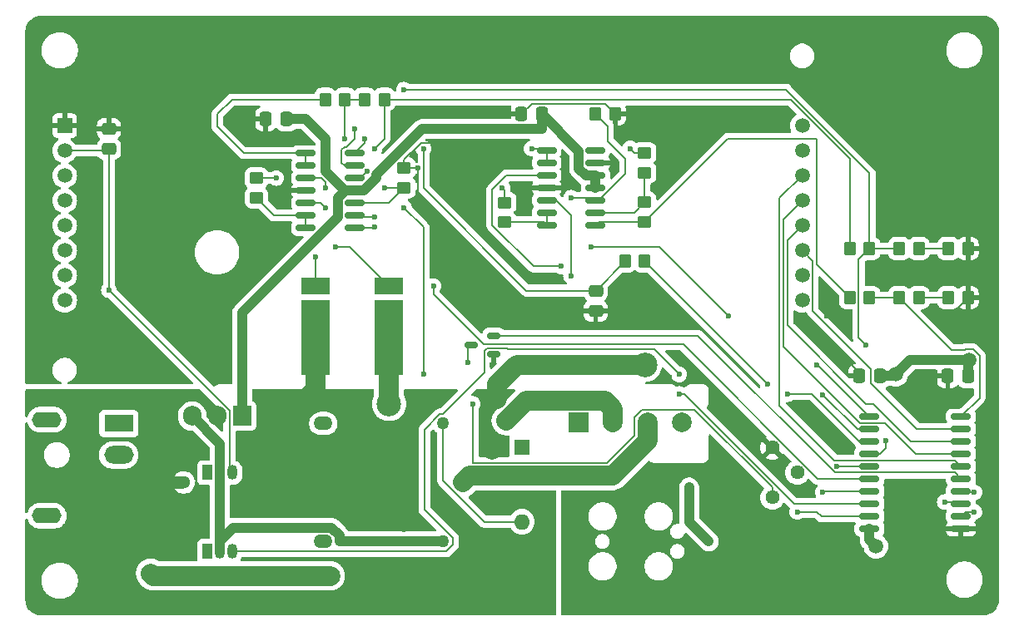
<source format=gbr>
%TF.GenerationSoftware,KiCad,Pcbnew,8.0.1*%
%TF.CreationDate,2024-07-30T14:49:36+02:00*%
%TF.ProjectId,driver,64726976-6572-42e6-9b69-6361645f7063,rev?*%
%TF.SameCoordinates,Original*%
%TF.FileFunction,Copper,L2,Bot*%
%TF.FilePolarity,Positive*%
%FSLAX46Y46*%
G04 Gerber Fmt 4.6, Leading zero omitted, Abs format (unit mm)*
G04 Created by KiCad (PCBNEW 8.0.1) date 2024-07-30 14:49:36*
%MOMM*%
%LPD*%
G01*
G04 APERTURE LIST*
G04 Aperture macros list*
%AMRoundRect*
0 Rectangle with rounded corners*
0 $1 Rounding radius*
0 $2 $3 $4 $5 $6 $7 $8 $9 X,Y pos of 4 corners*
0 Add a 4 corners polygon primitive as box body*
4,1,4,$2,$3,$4,$5,$6,$7,$8,$9,$2,$3,0*
0 Add four circle primitives for the rounded corners*
1,1,$1+$1,$2,$3*
1,1,$1+$1,$4,$5*
1,1,$1+$1,$6,$7*
1,1,$1+$1,$8,$9*
0 Add four rect primitives between the rounded corners*
20,1,$1+$1,$2,$3,$4,$5,0*
20,1,$1+$1,$4,$5,$6,$7,0*
20,1,$1+$1,$6,$7,$8,$9,0*
20,1,$1+$1,$8,$9,$2,$3,0*%
G04 Aperture macros list end*
%TA.AperFunction,EtchedComponent*%
%ADD10C,0.000000*%
%TD*%
%TA.AperFunction,ComponentPad*%
%ADD11C,1.300000*%
%TD*%
%TA.AperFunction,ComponentPad*%
%ADD12R,1.500000X1.500000*%
%TD*%
%TA.AperFunction,ComponentPad*%
%ADD13C,1.500000*%
%TD*%
%TA.AperFunction,ComponentPad*%
%ADD14C,1.440000*%
%TD*%
%TA.AperFunction,SMDPad,CuDef*%
%ADD15RoundRect,0.250000X-0.350000X-0.450000X0.350000X-0.450000X0.350000X0.450000X-0.350000X0.450000X0*%
%TD*%
%TA.AperFunction,SMDPad,CuDef*%
%ADD16RoundRect,0.250000X0.337500X0.475000X-0.337500X0.475000X-0.337500X-0.475000X0.337500X-0.475000X0*%
%TD*%
%TA.AperFunction,SMDPad,CuDef*%
%ADD17RoundRect,0.250000X-0.450000X0.350000X-0.450000X-0.350000X0.450000X-0.350000X0.450000X0.350000X0*%
%TD*%
%TA.AperFunction,ComponentPad*%
%ADD18R,3.000000X1.800000*%
%TD*%
%TA.AperFunction,ComponentPad*%
%ADD19O,3.000000X1.800000*%
%TD*%
%TA.AperFunction,ComponentPad*%
%ADD20O,3.000000X1.600000*%
%TD*%
%TA.AperFunction,ComponentPad*%
%ADD21R,1.050000X1.500000*%
%TD*%
%TA.AperFunction,ComponentPad*%
%ADD22O,1.050000X1.500000*%
%TD*%
%TA.AperFunction,SMDPad,CuDef*%
%ADD23RoundRect,0.150000X0.825000X0.150000X-0.825000X0.150000X-0.825000X-0.150000X0.825000X-0.150000X0*%
%TD*%
%TA.AperFunction,ComponentPad*%
%ADD24R,2.000000X2.000000*%
%TD*%
%TA.AperFunction,ComponentPad*%
%ADD25C,2.000000*%
%TD*%
%TA.AperFunction,SMDPad,CuDef*%
%ADD26RoundRect,0.250000X0.450000X-0.350000X0.450000X0.350000X-0.450000X0.350000X-0.450000X-0.350000X0*%
%TD*%
%TA.AperFunction,ComponentPad*%
%ADD27R,1.600000X1.600000*%
%TD*%
%TA.AperFunction,ComponentPad*%
%ADD28O,1.600000X1.600000*%
%TD*%
%TA.AperFunction,SMDPad,CuDef*%
%ADD29R,2.946400X7.620000*%
%TD*%
%TA.AperFunction,SMDPad,CuDef*%
%ADD30R,2.946400X1.676400*%
%TD*%
%TA.AperFunction,SMDPad,CuDef*%
%ADD31RoundRect,0.150000X0.875000X0.150000X-0.875000X0.150000X-0.875000X-0.150000X0.875000X-0.150000X0*%
%TD*%
%TA.AperFunction,SMDPad,CuDef*%
%ADD32RoundRect,0.250000X-0.475000X0.337500X-0.475000X-0.337500X0.475000X-0.337500X0.475000X0.337500X0*%
%TD*%
%TA.AperFunction,WasherPad*%
%ADD33O,1.900000X1.360000*%
%TD*%
%TA.AperFunction,ComponentPad*%
%ADD34O,1.360000X1.900000*%
%TD*%
%TA.AperFunction,ComponentPad*%
%ADD35O,1.900000X1.360000*%
%TD*%
%TA.AperFunction,ComponentPad*%
%ADD36C,1.270000*%
%TD*%
%TA.AperFunction,SMDPad,CuDef*%
%ADD37RoundRect,0.250000X0.475000X-0.337500X0.475000X0.337500X-0.475000X0.337500X-0.475000X-0.337500X0*%
%TD*%
%TA.AperFunction,SMDPad,CuDef*%
%ADD38RoundRect,0.150000X0.512500X0.150000X-0.512500X0.150000X-0.512500X-0.150000X0.512500X-0.150000X0*%
%TD*%
%TA.AperFunction,ComponentPad*%
%ADD39R,1.905000X2.000000*%
%TD*%
%TA.AperFunction,ComponentPad*%
%ADD40O,1.905000X2.000000*%
%TD*%
%TA.AperFunction,ViaPad*%
%ADD41C,0.600000*%
%TD*%
%TA.AperFunction,ViaPad*%
%ADD42C,2.000000*%
%TD*%
%TA.AperFunction,ViaPad*%
%ADD43C,2.500000*%
%TD*%
%TA.AperFunction,ViaPad*%
%ADD44C,1.500000*%
%TD*%
%TA.AperFunction,Conductor*%
%ADD45C,0.200000*%
%TD*%
%TA.AperFunction,Conductor*%
%ADD46C,2.000000*%
%TD*%
%TA.AperFunction,Conductor*%
%ADD47C,1.000000*%
%TD*%
G04 APERTURE END LIST*
D10*
%TA.AperFunction,EtchedComponent*%
%TO.C,NT3*%
G36*
X166600000Y-98650000D02*
G01*
X164000000Y-98650000D01*
X164000000Y-97350000D01*
X166600000Y-97350000D01*
X166600000Y-98650000D01*
G37*
%TD.AperFunction*%
%TD*%
D11*
%TO.P,NT3,1,1*%
%TO.N,GNDPWR*%
X164000000Y-98000000D03*
%TO.P,NT3,2,2*%
%TO.N,GNDD*%
X166600000Y-98000000D03*
%TD*%
D12*
%TO.P,U5,1,VSS*%
%TO.N,GNDD*%
X154500000Y-61670000D03*
D13*
%TO.P,U5,2,VDD*%
%TO.N,+3.3V*%
X154500000Y-64210000D03*
%TO.P,U5,3,VO*%
%TO.N,Net-(U5-VO)*%
X154500000Y-66750000D03*
%TO.P,U5,4,RS*%
%TO.N,LCD_RS*%
X154500000Y-69290000D03*
%TO.P,U5,5,R/W*%
%TO.N,LCD_RW*%
X154500000Y-71830000D03*
%TO.P,U5,6,E*%
%TO.N,LCD_E*%
X154500000Y-74370000D03*
%TO.P,U5,7,DB0*%
%TO.N,unconnected-(U5-DB0-Pad7)*%
X154500000Y-76910000D03*
%TO.P,U5,8,DB1*%
%TO.N,unconnected-(U5-DB1-Pad8)*%
X154500000Y-79450000D03*
%TO.P,U5,9,DB2*%
%TO.N,unconnected-(U5-DB2-Pad9)*%
X229500000Y-61670000D03*
%TO.P,U5,10,DB3*%
%TO.N,unconnected-(U5-DB3-Pad10)*%
X229500000Y-64210000D03*
%TO.P,U5,11,DB4*%
%TO.N,Net-(U3-PA4)*%
X229500000Y-66750000D03*
%TO.P,U5,12,DB5*%
%TO.N,Net-(U3-PA5)*%
X229500000Y-69290000D03*
%TO.P,U5,13,DB6*%
%TO.N,Net-(U3-PA6)*%
X229500000Y-71830000D03*
%TO.P,U5,14,DB7*%
%TO.N,Net-(U3-PA7)*%
X229500000Y-74370000D03*
%TO.P,U5,15,A*%
%TO.N,GNDPWR*%
X229500000Y-76910000D03*
%TO.P,U5,16,K*%
%TO.N,+3.0V*%
X229500000Y-79450000D03*
%TD*%
D14*
%TO.P,RV1,1,1*%
%TO.N,+3.3V*%
X226460000Y-99540000D03*
%TO.P,RV1,2,2*%
%TO.N,Net-(U5-VO)*%
X229000000Y-97000000D03*
%TO.P,RV1,3,3*%
%TO.N,GNDD*%
X226460000Y-94460000D03*
%TD*%
D15*
%TO.P,R7,1*%
%TO.N,Net-(R6-Pad2)*%
X234350000Y-74175000D03*
%TO.P,R7,2*%
%TO.N,IMEAS*%
X236350000Y-74175000D03*
%TD*%
D16*
%TO.P,C6,1*%
%TO.N,+24V*%
X203037500Y-60500000D03*
%TO.P,C6,2*%
%TO.N,GNDD*%
X200962500Y-60500000D03*
%TD*%
D17*
%TO.P,R10,1*%
%TO.N,Net-(U4B-+)*%
X199250000Y-69500000D03*
%TO.P,R10,2*%
%TO.N,Net-(U4C--)*%
X199250000Y-71500000D03*
%TD*%
D15*
%TO.P,R4,1*%
%TO.N,Net-(U1D--)*%
X181000000Y-59000000D03*
%TO.P,R4,2*%
%TO.N,Net-(U1B--)*%
X183000000Y-59000000D03*
%TD*%
%TO.P,R14,1*%
%TO.N,Net-(R13-Pad2)*%
X234350000Y-79175000D03*
%TO.P,R14,2*%
%TO.N,/Resistive Heater Driver/U_{HEATER}*%
X236350000Y-79175000D03*
%TD*%
D17*
%TO.P,R11,1*%
%TO.N,Net-(U4D--)*%
X213475000Y-64460000D03*
%TO.P,R11,2*%
%TO.N,Net-(U4B--)*%
X213475000Y-66460000D03*
%TD*%
D18*
%TO.P,J2,1*%
%TO.N,+24V*%
X160000000Y-92000000D03*
D19*
%TO.P,J2,2*%
%TO.N,GNDPWR*%
X160000000Y-100500000D03*
%TO.P,J2,3*%
%TO.N,unconnected-(J2-Pad3)*%
X160000000Y-95200000D03*
D20*
%TO.P,J2,SH*%
%TO.N,N/C*%
X152700000Y-101400000D03*
X152700000Y-91600000D03*
%TD*%
D17*
%TO.P,R3,1*%
%TO.N,Net-(U1B-+)*%
X174000000Y-67000000D03*
%TO.P,R3,2*%
%TO.N,Net-(U1C--)*%
X174000000Y-69000000D03*
%TD*%
D21*
%TO.P,U7,1,GND*%
%TO.N,GNDD*%
X169000000Y-105000000D03*
D22*
%TO.P,U7,2,VI*%
%TO.N,+5V*%
X170270000Y-105000000D03*
%TO.P,U7,3,VO*%
%TO.N,+3.0V*%
X171540000Y-105000000D03*
%TD*%
D23*
%TO.P,U1,1*%
%TO.N,Net-(Q1-G)*%
X183950000Y-64460000D03*
%TO.P,U1,2,-*%
%TO.N,IMEAS*%
X183950000Y-65730000D03*
%TO.P,U1,3,+*%
%TO.N,/Resistive Heater Driver/IMEAS_REF*%
X183950000Y-67000000D03*
%TO.P,U1,4,V+*%
%TO.N,+24V*%
X183950000Y-68270000D03*
%TO.P,U1,5,+*%
%TO.N,Net-(U1B-+)*%
X183950000Y-69540000D03*
%TO.P,U1,6,-*%
%TO.N,Net-(U1B--)*%
X183950000Y-70810000D03*
%TO.P,U1,7*%
%TO.N,Net-(R6-Pad2)*%
X183950000Y-72080000D03*
%TO.P,U1,8*%
%TO.N,Net-(U1C--)*%
X179000000Y-72080000D03*
%TO.P,U1,9,-*%
X179000000Y-70810000D03*
%TO.P,U1,10,+*%
%TO.N,Net-(U1C-+)*%
X179000000Y-69540000D03*
%TO.P,U1,11,V-*%
%TO.N,GNDD*%
X179000000Y-68270000D03*
%TO.P,U1,12,+*%
%TO.N,Net-(U1D-+)*%
X179000000Y-67000000D03*
%TO.P,U1,13,-*%
%TO.N,Net-(U1D--)*%
X179000000Y-65730000D03*
%TO.P,U1,14*%
X179000000Y-64460000D03*
%TD*%
D15*
%TO.P,R16,1*%
%TO.N,Net-(R15-Pad2)*%
X244350000Y-79175000D03*
%TO.P,R16,2*%
%TO.N,GNDD*%
X246350000Y-79175000D03*
%TD*%
%TO.P,R9,1*%
%TO.N,Net-(R8-Pad2)*%
X244350000Y-74175000D03*
%TO.P,R9,2*%
%TO.N,GNDD*%
X246350000Y-74175000D03*
%TD*%
D24*
%TO.P,J1,1,Pin_1*%
%TO.N,/Resistive Heater Driver/UH1*%
X206750000Y-91900000D03*
D25*
%TO.P,J1,2,Pin_2*%
%TO.N,+24V*%
X210250000Y-91900000D03*
%TO.P,J1,3,Pin_3*%
%TO.N,Net-(J1-Pin_3)*%
X213750000Y-91900000D03*
%TO.P,J1,4,Pin_4*%
%TO.N,/Resistive Heater Driver/UH2*%
X217250000Y-91900000D03*
%TD*%
D15*
%TO.P,R6,1*%
%TO.N,Net-(U1B--)*%
X185000000Y-59000000D03*
%TO.P,R6,2*%
%TO.N,Net-(R6-Pad2)*%
X187000000Y-59000000D03*
%TD*%
D16*
%TO.P,C15,1*%
%TO.N,+5V*%
X246387500Y-87175000D03*
%TO.P,C15,2*%
%TO.N,GNDD*%
X244312500Y-87175000D03*
%TD*%
D15*
%TO.P,R1,1*%
%TO.N,/Resistive Heater Driver/IMEAS_REF*%
X211475000Y-75460000D03*
%TO.P,R1,2*%
%TO.N,Net-(U3-PB3)*%
X213475000Y-75460000D03*
%TD*%
%TO.P,R12,1*%
%TO.N,Net-(U4B-+)*%
X208475000Y-60460000D03*
%TO.P,R12,2*%
%TO.N,GNDD*%
X210475000Y-60460000D03*
%TD*%
D26*
%TO.P,R5,1*%
%TO.N,Net-(U1B-+)*%
X189000000Y-68000000D03*
%TO.P,R5,2*%
%TO.N,GNDD*%
X189000000Y-66000000D03*
%TD*%
D27*
%TO.P,D1,1,K*%
%TO.N,+5V*%
X201000000Y-94380000D03*
D28*
%TO.P,D1,2,A*%
%TO.N,Net-(D1-A)*%
X201000000Y-102000000D03*
%TD*%
D29*
%TO.P,R2,1,1*%
%TO.N,Net-(Q1-S)*%
X187467600Y-83257800D03*
D30*
%TO.P,R2,2,2*%
%TO.N,Net-(U1C-+)*%
X187467600Y-78000000D03*
%TO.P,R2,3,3*%
%TO.N,Net-(U1D-+)*%
X180000000Y-78000000D03*
D29*
%TO.P,R2,4,4*%
%TO.N,GNDPWR*%
X180000000Y-83257800D03*
%TD*%
D31*
%TO.P,U3,1,PB0*%
%TO.N,/Resistive Heater Driver/U_{HEATER}*%
X245650000Y-91285000D03*
%TO.P,U3,2,PA7*%
%TO.N,Net-(U3-PA7)*%
X245650000Y-92555000D03*
%TO.P,U3,3,PA6*%
%TO.N,Net-(U3-PA6)*%
X245650000Y-93825000D03*
%TO.P,U3,4,PA5*%
%TO.N,Net-(U3-PA5)*%
X245650000Y-95095000D03*
%TO.P,U3,5,PA4*%
%TO.N,Net-(U3-PA4)*%
X245650000Y-96365000D03*
%TO.P,U3,6,PA3*%
%TO.N,HEATER_EN*%
X245650000Y-97635000D03*
%TO.P,U3,7,PA2*%
%TO.N,BTN_OK*%
X245650000Y-98905000D03*
%TO.P,U3,8,PA1*%
%TO.N,BTN_DOWN*%
X245650000Y-100175000D03*
%TO.P,U3,9,AREF/PA0*%
%TO.N,BTN_UP*%
X245650000Y-101445000D03*
%TO.P,U3,10,GND*%
%TO.N,GNDD*%
X245650000Y-102715000D03*
%TO.P,U3,11,VCC*%
%TO.N,+5V*%
X236350000Y-102715000D03*
%TO.P,U3,12,XTAL1/PC5*%
%TO.N,LCD_RW*%
X236350000Y-101445000D03*
%TO.P,U3,13,XTAL2/PC4*%
%TO.N,LCD_RS*%
X236350000Y-100175000D03*
%TO.P,U3,14,~{RESET}/PC3*%
%TO.N,~{RESET}*%
X236350000Y-98905000D03*
%TO.P,U3,15,PC2*%
%TO.N,LCD_E*%
X236350000Y-97635000D03*
%TO.P,U3,16,PC1*%
%TO.N,SCK*%
X236350000Y-96365000D03*
%TO.P,U3,17,PC0*%
%TO.N,IMEAS*%
X236350000Y-95095000D03*
%TO.P,U3,18,PB3*%
%TO.N,Net-(U3-PB3)*%
X236350000Y-93825000D03*
%TO.P,U3,19,PB2*%
%TO.N,MISO*%
X236350000Y-92555000D03*
%TO.P,U3,20,PB1*%
%TO.N,MOSI*%
X236350000Y-91285000D03*
%TD*%
D21*
%TO.P,U6,1,GND*%
%TO.N,GNDD*%
X169000000Y-97000000D03*
D22*
%TO.P,U6,2,VI*%
%TO.N,+5V*%
X170270000Y-97000000D03*
%TO.P,U6,3,VO*%
%TO.N,+3.3V*%
X171540000Y-97000000D03*
%TD*%
D15*
%TO.P,R8,1*%
%TO.N,IMEAS*%
X239350000Y-74175000D03*
%TO.P,R8,2*%
%TO.N,Net-(R8-Pad2)*%
X241350000Y-74175000D03*
%TD*%
D32*
%TO.P,C1,1*%
%TO.N,/Resistive Heater Driver/IMEAS_REF*%
X208500000Y-78462500D03*
%TO.P,C1,2*%
%TO.N,GNDD*%
X208500000Y-80537500D03*
%TD*%
D17*
%TO.P,R13,1*%
%TO.N,Net-(U4B--)*%
X213475000Y-69460000D03*
%TO.P,R13,2*%
%TO.N,Net-(R13-Pad2)*%
X213475000Y-71460000D03*
%TD*%
D16*
%TO.P,C7,1*%
%TO.N,+24V*%
X177037500Y-61000000D03*
%TO.P,C7,2*%
%TO.N,GNDD*%
X174962500Y-61000000D03*
%TD*%
D33*
%TO.P,K1,*%
%TO.N,*%
X180799998Y-92000002D03*
D34*
%TO.P,K1,13*%
%TO.N,Net-(J1-Pin_3)*%
X195000000Y-98000000D03*
D35*
%TO.P,K1,14*%
%TO.N,Net-(Q1-D)*%
X180799998Y-103999998D03*
D36*
%TO.P,K1,A1*%
%TO.N,Net-(D1-A)*%
X192999999Y-92000002D03*
%TO.P,K1,A2*%
%TO.N,+5V*%
X192999999Y-103999998D03*
%TD*%
D23*
%TO.P,U4,1*%
%TO.N,unconnected-(U4-Pad1)*%
X208475000Y-64190000D03*
%TO.P,U4,2,-*%
%TO.N,GNDD*%
X208475000Y-65460000D03*
%TO.P,U4,3,+*%
%TO.N,+24V*%
X208475000Y-66730000D03*
%TO.P,U4,4,V+*%
X208475000Y-68000000D03*
%TO.P,U4,5,+*%
%TO.N,Net-(U4B-+)*%
X208475000Y-69270000D03*
%TO.P,U4,6,-*%
%TO.N,Net-(U4B--)*%
X208475000Y-70540000D03*
%TO.P,U4,7*%
%TO.N,Net-(R13-Pad2)*%
X208475000Y-71810000D03*
%TO.P,U4,8*%
%TO.N,Net-(U4C--)*%
X203525000Y-71810000D03*
%TO.P,U4,9,-*%
X203525000Y-70540000D03*
%TO.P,U4,10,+*%
%TO.N,/Resistive Heater Driver/UH1*%
X203525000Y-69270000D03*
%TO.P,U4,11,V-*%
%TO.N,GNDD*%
X203525000Y-68000000D03*
%TO.P,U4,12,+*%
%TO.N,/Resistive Heater Driver/UH2*%
X203525000Y-66730000D03*
%TO.P,U4,13,-*%
%TO.N,Net-(U4D--)*%
X203525000Y-65460000D03*
%TO.P,U4,14*%
X203525000Y-64190000D03*
%TD*%
D15*
%TO.P,R15,1*%
%TO.N,/Resistive Heater Driver/U_{HEATER}*%
X239350000Y-79175000D03*
%TO.P,R15,2*%
%TO.N,Net-(R15-Pad2)*%
X241350000Y-79175000D03*
%TD*%
D37*
%TO.P,C17,1*%
%TO.N,+3.3V*%
X159000000Y-64037500D03*
%TO.P,C17,2*%
%TO.N,GNDD*%
X159000000Y-61962500D03*
%TD*%
D16*
%TO.P,C14,1*%
%TO.N,+5V*%
X237387500Y-87175000D03*
%TO.P,C14,2*%
%TO.N,GNDD*%
X235312500Y-87175000D03*
%TD*%
D38*
%TO.P,Q2,1,G*%
%TO.N,HEATER_EN*%
X198137500Y-83050000D03*
%TO.P,Q2,2,S*%
%TO.N,GNDD*%
X198137500Y-84950000D03*
%TO.P,Q2,3,D*%
%TO.N,Net-(D1-A)*%
X195862500Y-84000000D03*
%TD*%
D39*
%TO.P,U2,1,VIN*%
%TO.N,+24V*%
X172540000Y-91230000D03*
D40*
%TO.P,U2,2,GND*%
%TO.N,GNDPWR*%
X170000000Y-91230000D03*
%TO.P,U2,3,VOUT*%
%TO.N,+5V*%
X167460000Y-91230000D03*
%TD*%
D41*
%TO.N,GNDD*%
X192500000Y-56000000D03*
X240000000Y-67000000D03*
X201000000Y-68000000D03*
X211730000Y-106000000D03*
X228400000Y-90000000D03*
X232500000Y-84000000D03*
X210500000Y-65500000D03*
X198000000Y-81500000D03*
X200000000Y-63500000D03*
X162000000Y-87000000D03*
X198000000Y-86000000D03*
X243000000Y-81500000D03*
X190400000Y-66000000D03*
X173000000Y-57000000D03*
X232000000Y-93000000D03*
X232000000Y-81000000D03*
X242500000Y-91500000D03*
X173000000Y-61000000D03*
X212000000Y-61000000D03*
D42*
%TO.N,GNDPWR*%
X192000000Y-107000000D03*
D43*
X213500000Y-86000000D03*
D42*
X189000000Y-102000000D03*
X199000000Y-100000000D03*
X198000000Y-94700000D03*
%TO.N,+24V*%
X199411270Y-91700000D03*
X163250000Y-107250000D03*
X181500000Y-107500000D03*
D41*
%TO.N,+5V*%
X218000000Y-98500000D03*
D44*
X246500000Y-85500000D03*
X239000000Y-87000000D03*
X237000000Y-104500000D03*
D41*
X220000000Y-104000000D03*
%TO.N,+3.3V*%
X159000000Y-78411198D03*
X196000000Y-90000000D03*
%TO.N,+3.0V*%
X217000000Y-87000000D03*
%TO.N,Net-(D1-A)*%
X195500000Y-85750000D03*
%TO.N,/Resistive Heater Driver/UH1*%
X206000000Y-77000000D03*
%TO.N,/Resistive Heater Driver/UH2*%
X205000000Y-76000000D03*
D43*
%TO.N,Net-(Q1-S)*%
X187500000Y-90000000D03*
D41*
%TO.N,Net-(Q1-G)*%
X189000000Y-70000000D03*
X191000000Y-87000000D03*
X185000000Y-63000000D03*
%TO.N,Net-(U3-PB3)*%
X228000000Y-89000000D03*
X226000000Y-88000000D03*
%TO.N,Net-(U1C-+)*%
X181000000Y-70000000D03*
X182000000Y-74000000D03*
%TO.N,Net-(U1D-+)*%
X181000000Y-68000000D03*
X180000000Y-75000000D03*
%TO.N,Net-(U1B-+)*%
X176000000Y-67000000D03*
X187000000Y-68000000D03*
%TO.N,Net-(U1B--)*%
X186000000Y-71000000D03*
X183000000Y-63000000D03*
%TO.N,Net-(R6-Pad2)*%
X186000000Y-64000000D03*
X186000000Y-72000000D03*
%TO.N,Net-(U4B-+)*%
X199000000Y-68000000D03*
X206000000Y-69000000D03*
%TO.N,Net-(U4D--)*%
X212000000Y-64000000D03*
X202000000Y-64000000D03*
%TO.N,BTN_UP*%
X247000000Y-101000000D03*
%TO.N,BTN_OK*%
X247000000Y-99000000D03*
%TO.N,BTN_DOWN*%
X244000000Y-100000000D03*
%TO.N,/Resistive Heater Driver/IMEAS_REF*%
X191000000Y-64000000D03*
X185291413Y-66276792D03*
%TO.N,IMEAS*%
X189000000Y-58000000D03*
X184000000Y-62000000D03*
X238000000Y-93750000D03*
X236000000Y-84000000D03*
%TO.N,LCD_RS*%
X208000000Y-74000000D03*
X222000000Y-81000000D03*
X217000000Y-89000000D03*
%TO.N,LCD_E*%
X192000000Y-78000000D03*
%TO.N,LCD_RW*%
X229000000Y-101000000D03*
%TO.N,SCK*%
X233034314Y-96365000D03*
%TO.N,MOSI*%
X231000000Y-86000000D03*
%TO.N,MISO*%
X231599128Y-89048209D03*
%TO.N,~{RESET}*%
X231600000Y-99000000D03*
%TD*%
D45*
%TO.N,GNDD*%
X235312500Y-86812500D02*
X232500000Y-84000000D01*
X190400000Y-68900000D02*
X191000000Y-69500000D01*
X189000000Y-66000000D02*
X190400000Y-66000000D01*
X203525000Y-68000000D02*
X201000000Y-68000000D01*
X200962500Y-60500000D02*
X201987500Y-59475000D01*
X208475000Y-65460000D02*
X210460000Y-65460000D01*
X207274744Y-59475000D02*
X207289744Y-59460000D01*
X198137500Y-85862500D02*
X198000000Y-86000000D01*
X190400000Y-66000000D02*
X190400000Y-68900000D01*
X207289744Y-59460000D02*
X209475000Y-59460000D01*
X244025000Y-81500000D02*
X243000000Y-81500000D01*
X246350000Y-79175000D02*
X244025000Y-81500000D01*
X244312500Y-89687500D02*
X242500000Y-91500000D01*
X190751471Y-63400000D02*
X199900000Y-63400000D01*
X210460000Y-65460000D02*
X210500000Y-65500000D01*
X244312500Y-87175000D02*
X244312500Y-89687500D01*
X189000000Y-65151471D02*
X190751471Y-63400000D01*
X209475000Y-59460000D02*
X210475000Y-60460000D01*
X201987500Y-59475000D02*
X207274744Y-59475000D01*
X199900000Y-63400000D02*
X200000000Y-63500000D01*
X232000000Y-93000000D02*
X229000000Y-90000000D01*
X189000000Y-66000000D02*
X189000000Y-65151471D01*
X198137500Y-84950000D02*
X198137500Y-85862500D01*
X229000000Y-90000000D02*
X228400000Y-90000000D01*
D46*
%TO.N,GNDPWR*%
X200500000Y-86000000D02*
X198500000Y-88000000D01*
X180000000Y-88500000D02*
X179000000Y-89500000D01*
X180000000Y-83257800D02*
X180000000Y-88500000D01*
X198500000Y-88000000D02*
X198500000Y-89500000D01*
X213500000Y-86000000D02*
X200500000Y-86000000D01*
D47*
%TO.N,+24V*%
X172540000Y-80721238D02*
X182275000Y-70986238D01*
D46*
X210250000Y-90485787D02*
X209464213Y-89700000D01*
D47*
X172540000Y-91230000D02*
X172540000Y-80721238D01*
X182275000Y-70986238D02*
X182275000Y-69033762D01*
X181000000Y-66294999D02*
X181000000Y-63000000D01*
X208475000Y-66730000D02*
X208475000Y-68000000D01*
X183038762Y-68270000D02*
X183950000Y-68270000D01*
X184924999Y-68270000D02*
X186230000Y-66964999D01*
D46*
X163500000Y-107500000D02*
X163250000Y-107250000D01*
D47*
X206800000Y-64262500D02*
X206800000Y-66029999D01*
X181000000Y-63000000D02*
X179000000Y-61000000D01*
D46*
X201411270Y-89700000D02*
X199411270Y-91700000D01*
D47*
X186230000Y-66964999D02*
X186230000Y-66619570D01*
X203037500Y-61962500D02*
X203037500Y-60500000D01*
X186230000Y-66619570D02*
X190849570Y-62000000D01*
D46*
X209464213Y-89700000D02*
X201411270Y-89700000D01*
D47*
X203037500Y-60500000D02*
X206800000Y-64262500D01*
X182275000Y-69033762D02*
X183038762Y-68270000D01*
X183950000Y-68270000D02*
X182975001Y-68270000D01*
X207500001Y-66730000D02*
X208475000Y-66730000D01*
X183950000Y-68270000D02*
X184924999Y-68270000D01*
D46*
X210250000Y-91900000D02*
X210250000Y-90485787D01*
D47*
X206800000Y-66029999D02*
X207500001Y-66730000D01*
X190849570Y-62000000D02*
X203000000Y-62000000D01*
X179000000Y-61000000D02*
X177037500Y-61000000D01*
D46*
X181500000Y-107500000D02*
X163500000Y-107500000D01*
D47*
X182975001Y-68270000D02*
X181000000Y-66294999D01*
X203000000Y-62000000D02*
X203037500Y-61962500D01*
%TO.N,+5V*%
X181641613Y-102619998D02*
X182449998Y-103428383D01*
X246387500Y-85612500D02*
X246500000Y-85500000D01*
X240500000Y-85500000D02*
X246500000Y-85500000D01*
X236350000Y-103850000D02*
X237000000Y-104500000D01*
X170270000Y-97000000D02*
X170270000Y-105000000D01*
X170270000Y-94040000D02*
X170270000Y-97000000D01*
X246387500Y-87175000D02*
X246387500Y-85612500D01*
X170270000Y-105000000D02*
X170270000Y-104000000D01*
X236350000Y-102715000D02*
X236350000Y-103850000D01*
X238825000Y-87175000D02*
X239000000Y-87000000D01*
X182449998Y-104000000D02*
X192999997Y-104000000D01*
X182449998Y-103428383D02*
X182449998Y-104000000D01*
X218000000Y-102000000D02*
X220000000Y-104000000D01*
X170270000Y-104000000D02*
X171650002Y-102619998D01*
X167460000Y-91230000D02*
X170270000Y-94040000D01*
X237387500Y-87175000D02*
X238825000Y-87175000D01*
X171650002Y-102619998D02*
X181641613Y-102619998D01*
X239000000Y-87000000D02*
X240500000Y-85500000D01*
X218000000Y-98500000D02*
X218000000Y-102000000D01*
D45*
%TO.N,+3.3V*%
X218538233Y-90600000D02*
X213211522Y-90600000D01*
X212450000Y-91361522D02*
X212450000Y-93211522D01*
X159000000Y-64037500D02*
X159000000Y-78411198D01*
X213211522Y-90600000D02*
X212450000Y-91361522D01*
X159000000Y-78411198D02*
X171252500Y-90663698D01*
X154500000Y-64210000D02*
X158827500Y-64210000D01*
X226460000Y-98521767D02*
X218538233Y-90600000D01*
X212450000Y-93211522D02*
X209661522Y-96000000D01*
X196000000Y-96000000D02*
X196000000Y-90000000D01*
X171252500Y-90663698D02*
X171252500Y-96712500D01*
X226460000Y-99540000D02*
X226460000Y-98521767D01*
X209661522Y-96000000D02*
X196000000Y-96000000D01*
%TO.N,+3.0V*%
X197434448Y-84350000D02*
X197175000Y-84609448D01*
X192934998Y-91065002D02*
X192612709Y-91065002D01*
X197175000Y-84609448D02*
X197175000Y-86825000D01*
X199550000Y-84450000D02*
X199450000Y-84350000D01*
X199450000Y-84350000D02*
X197434448Y-84350000D01*
X194000000Y-103677709D02*
X194000000Y-104322287D01*
X214450000Y-84450000D02*
X199550000Y-84450000D01*
X194000000Y-104322287D02*
X193322287Y-105000000D01*
X192612709Y-91065002D02*
X191065686Y-92612025D01*
X191065686Y-100743395D02*
X194000000Y-103677709D01*
X193322287Y-105000000D02*
X171540000Y-105000000D01*
X197175000Y-86825000D02*
X192934998Y-91065002D01*
X191065686Y-92612025D02*
X191065686Y-100743395D01*
X217000000Y-87000000D02*
X214450000Y-84450000D01*
%TO.N,Net-(D1-A)*%
X197161522Y-102000000D02*
X201000000Y-102000000D01*
X192999999Y-92000002D02*
X192999999Y-97838477D01*
X195500000Y-85750000D02*
X195500000Y-84362500D01*
X192999999Y-97838477D02*
X197161522Y-102000000D01*
X195500000Y-84362500D02*
X195862500Y-84000000D01*
D46*
%TO.N,Net-(J1-Pin_3)*%
X210200000Y-97300000D02*
X195700000Y-97300000D01*
X213750000Y-93750000D02*
X210200000Y-97300000D01*
X213750000Y-91900000D02*
X213750000Y-93750000D01*
X195700000Y-97300000D02*
X195000000Y-98000000D01*
D45*
%TO.N,/Resistive Heater Driver/UH1*%
X204499999Y-69270000D02*
X203525000Y-69270000D01*
X206000000Y-70770001D02*
X204499999Y-69270000D01*
X206000000Y-77000000D02*
X206000000Y-70770001D01*
%TO.N,/Resistive Heater Driver/UH2*%
X203525000Y-66730000D02*
X199421471Y-66730000D01*
X199421471Y-66730000D02*
X198000000Y-68151471D01*
X198000000Y-68151471D02*
X198000000Y-71834744D01*
X202165256Y-76000000D02*
X205000000Y-76000000D01*
X198000000Y-71834744D02*
X202165256Y-76000000D01*
D46*
%TO.N,Net-(Q1-S)*%
X187467600Y-83257800D02*
X187467600Y-89967600D01*
X187467600Y-89967600D02*
X187500000Y-90000000D01*
D45*
%TO.N,Net-(Q1-G)*%
X191000000Y-87000000D02*
X191000000Y-72000000D01*
X191000000Y-72000000D02*
X189000000Y-70000000D01*
X185000000Y-63410000D02*
X183950000Y-64460000D01*
X185000000Y-63000000D02*
X185000000Y-63410000D01*
%TO.N,HEATER_EN*%
X218870785Y-83050000D02*
X232820785Y-97000000D01*
X198137500Y-83050000D02*
X218870785Y-83050000D01*
X232820785Y-97000000D02*
X245015000Y-97000000D01*
X245015000Y-97000000D02*
X245650000Y-97635000D01*
%TO.N,Net-(U3-PB3)*%
X228000000Y-89000000D02*
X230500001Y-89000000D01*
X213475000Y-75475000D02*
X226000000Y-88000000D01*
X230500001Y-89000000D02*
X235325001Y-93825000D01*
X235325001Y-93825000D02*
X236350000Y-93825000D01*
%TO.N,Net-(U1C-+)*%
X187467600Y-78000000D02*
X183467600Y-74000000D01*
X181000000Y-70000000D02*
X180540000Y-69540000D01*
X183467600Y-74000000D02*
X182000000Y-74000000D01*
X180540000Y-69540000D02*
X179000000Y-69540000D01*
%TO.N,Net-(U1D-+)*%
X181000000Y-67426369D02*
X180573631Y-67000000D01*
X180573631Y-67000000D02*
X179000000Y-67000000D01*
X180000000Y-78000000D02*
X180000000Y-75000000D01*
X181000000Y-68000000D02*
X181000000Y-67426369D01*
%TO.N,Net-(U1B-+)*%
X174000000Y-67000000D02*
X176000000Y-67000000D01*
X187000000Y-68000000D02*
X189000000Y-68000000D01*
X187460000Y-69540000D02*
X183950000Y-69540000D01*
X189000000Y-68000000D02*
X187460000Y-69540000D01*
%TO.N,Net-(U1C--)*%
X175810000Y-70810000D02*
X179000000Y-70810000D01*
X179000000Y-70810000D02*
X179000000Y-72080000D01*
X174000000Y-69000000D02*
X175810000Y-70810000D01*
%TO.N,Net-(U1D--)*%
X172710000Y-64460000D02*
X179000000Y-64460000D01*
X170000000Y-60500000D02*
X170000000Y-61750000D01*
X171500000Y-59000000D02*
X170000000Y-60500000D01*
X179000000Y-64460000D02*
X179000000Y-65730000D01*
X170000000Y-61750000D02*
X172710000Y-64460000D01*
X181000000Y-59000000D02*
X171500000Y-59000000D01*
%TO.N,Net-(U1B--)*%
X183000000Y-59000000D02*
X185000000Y-59000000D01*
X185000000Y-71000000D02*
X184810000Y-70810000D01*
X183000000Y-59000000D02*
X183000000Y-63000000D01*
X186000000Y-71000000D02*
X185000000Y-71000000D01*
%TO.N,Net-(R6-Pad2)*%
X186000000Y-72000000D02*
X185920000Y-72080000D01*
X234350000Y-65035075D02*
X234350000Y-74175000D01*
X187000000Y-59000000D02*
X228314925Y-59000000D01*
X185920000Y-72080000D02*
X183950000Y-72080000D01*
X228314925Y-59000000D02*
X234350000Y-65035075D01*
X187000000Y-59000000D02*
X187000000Y-63000000D01*
X187000000Y-63000000D02*
X186000000Y-64000000D01*
%TO.N,Net-(R8-Pad2)*%
X241350000Y-74175000D02*
X244350000Y-74175000D01*
%TO.N,Net-(U4C--)*%
X203215000Y-71500000D02*
X203525000Y-71810000D01*
X199250000Y-71500000D02*
X203215000Y-71500000D01*
X203525000Y-70540000D02*
X203525000Y-71810000D01*
%TO.N,Net-(U4B-+)*%
X209750000Y-61735000D02*
X209750000Y-63250000D01*
X211500000Y-66590552D02*
X208820552Y-69270000D01*
X206000000Y-69000000D02*
X208205000Y-69000000D01*
X199250000Y-68250000D02*
X199000000Y-68000000D01*
X211500000Y-65000000D02*
X211500000Y-66590552D01*
X208475000Y-60460000D02*
X209750000Y-61735000D01*
X209750000Y-63250000D02*
X211500000Y-65000000D01*
X208205000Y-69000000D02*
X208475000Y-69270000D01*
X199250000Y-69500000D02*
X199250000Y-68250000D01*
%TO.N,Net-(U4D--)*%
X203525000Y-64190000D02*
X203525000Y-65460000D01*
X202000000Y-64000000D02*
X203335000Y-64000000D01*
X213475000Y-64460000D02*
X212460000Y-64460000D01*
X212460000Y-64460000D02*
X212000000Y-64000000D01*
%TO.N,Net-(U4B--)*%
X212395000Y-70540000D02*
X213475000Y-69460000D01*
X213475000Y-66460000D02*
X213475000Y-69460000D01*
X208475000Y-70540000D02*
X212395000Y-70540000D01*
%TO.N,Net-(R13-Pad2)*%
X221935000Y-63000000D02*
X213475000Y-71460000D01*
X234350000Y-79175000D02*
X231000000Y-75825000D01*
X231000000Y-63000000D02*
X221935000Y-63000000D01*
X231000000Y-75825000D02*
X231000000Y-63000000D01*
X208825000Y-71460000D02*
X208475000Y-71810000D01*
X213475000Y-71460000D02*
X208825000Y-71460000D01*
%TO.N,/Resistive Heater Driver/U_{HEATER}*%
X246065075Y-84450000D02*
X246934925Y-84450000D01*
X246015075Y-84500000D02*
X246065075Y-84450000D01*
X247550000Y-89385000D02*
X245650000Y-91285000D01*
X244675000Y-84500000D02*
X246015075Y-84500000D01*
X239350000Y-79175000D02*
X244675000Y-84500000D01*
X246934925Y-84450000D02*
X247550000Y-85065075D01*
X247550000Y-85065075D02*
X247550000Y-89385000D01*
X236350000Y-79175000D02*
X239350000Y-79175000D01*
%TO.N,Net-(R15-Pad2)*%
X241350000Y-79175000D02*
X244350000Y-79175000D01*
%TO.N,BTN_UP*%
X247000000Y-101000000D02*
X246095000Y-101000000D01*
X246095000Y-101000000D02*
X245650000Y-101445000D01*
%TO.N,BTN_OK*%
X247000000Y-99000000D02*
X245745000Y-99000000D01*
%TO.N,BTN_DOWN*%
X244000000Y-100000000D02*
X245475000Y-100000000D01*
%TO.N,/Resistive Heater Driver/IMEAS_REF*%
X184568205Y-67000000D02*
X185291413Y-66276792D01*
X201462500Y-78462500D02*
X208500000Y-78462500D01*
X211475000Y-75487500D02*
X208500000Y-78462500D01*
X191000000Y-68000000D02*
X201462500Y-78462500D01*
X191000000Y-64000000D02*
X191000000Y-68000000D01*
%TO.N,IMEAS*%
X183140000Y-63860000D02*
X182934448Y-63860000D01*
X236350000Y-74175000D02*
X235250000Y-75275000D01*
X235250000Y-83250000D02*
X236000000Y-84000000D01*
X182675000Y-65429999D02*
X182975001Y-65730000D01*
X182975001Y-65730000D02*
X183950000Y-65730000D01*
X182934448Y-63860000D02*
X182675000Y-64119448D01*
X184000000Y-62000000D02*
X184000000Y-63000000D01*
X236350000Y-66469389D02*
X227880611Y-58000000D01*
X236350000Y-74175000D02*
X236350000Y-66469389D01*
X235250000Y-75275000D02*
X235250000Y-83250000D01*
X238000000Y-93750000D02*
X238000000Y-94469999D01*
X182675000Y-64119448D02*
X182675000Y-65429999D01*
X227880611Y-58000000D02*
X189000000Y-58000000D01*
X236350000Y-74175000D02*
X239350000Y-74175000D01*
X184000000Y-63000000D02*
X183140000Y-63860000D01*
X237374999Y-95095000D02*
X236350000Y-95095000D01*
X238000000Y-94469999D02*
X237374999Y-95095000D01*
%TO.N,LCD_RS*%
X215000000Y-74000000D02*
X208000000Y-74000000D01*
X228678918Y-100175000D02*
X217503918Y-89000000D01*
X236350000Y-100175000D02*
X228678918Y-100175000D01*
X217503918Y-89000000D02*
X217000000Y-89000000D01*
X222000000Y-81000000D02*
X215000000Y-74000000D01*
%TO.N,LCD_E*%
X197115552Y-83950000D02*
X192000000Y-78834448D01*
X236350000Y-97635000D02*
X231077498Y-97635000D01*
X231077498Y-97635000D02*
X217392498Y-83950000D01*
X217392498Y-83950000D02*
X197115552Y-83950000D01*
X192000000Y-78834448D02*
X192000000Y-78000000D01*
%TO.N,LCD_RW*%
X231445000Y-101445000D02*
X236350000Y-101445000D01*
X229000000Y-101000000D02*
X231000000Y-101000000D01*
X231000000Y-101000000D02*
X231445000Y-101445000D01*
%TO.N,Net-(U3-PA4)*%
X227200000Y-69050000D02*
X227200000Y-90200000D01*
X245050000Y-95765000D02*
X245650000Y-96365000D01*
X227200000Y-90200000D02*
X232765000Y-95765000D01*
X229500000Y-66750000D02*
X227200000Y-69050000D01*
X232765000Y-95765000D02*
X245050000Y-95765000D01*
%TO.N,SCK*%
X233034314Y-96365000D02*
X236350000Y-96365000D01*
%TO.N,MOSI*%
X231000000Y-86000000D02*
X231065000Y-86000000D01*
X231065000Y-86000000D02*
X236350000Y-91285000D01*
%TO.N,MISO*%
X235105919Y-92555000D02*
X236350000Y-92555000D01*
X231599128Y-89048209D02*
X235105919Y-92555000D01*
%TO.N,Net-(U3-PA7)*%
X236500000Y-87884744D02*
X241170256Y-92555000D01*
X230550000Y-75420000D02*
X230550000Y-80550000D01*
X236500000Y-86500000D02*
X236500000Y-87884744D01*
X230550000Y-80550000D02*
X236500000Y-86500000D01*
X229500000Y-74370000D02*
X230550000Y-75420000D01*
X241170256Y-92555000D02*
X245650000Y-92555000D01*
%TO.N,~{RESET}*%
X231600000Y-99000000D02*
X231695000Y-98905000D01*
X231695000Y-98905000D02*
X236350000Y-98905000D01*
%TO.N,Net-(U3-PA5)*%
X235354448Y-91955000D02*
X237955000Y-91955000D01*
X241095000Y-95095000D02*
X245650000Y-95095000D01*
X237955000Y-91955000D02*
X241095000Y-95095000D01*
X229500000Y-69290000D02*
X227600000Y-71190000D01*
X227600000Y-71190000D02*
X227600000Y-84200552D01*
X227600000Y-84200552D02*
X235354448Y-91955000D01*
%TO.N,Net-(U3-PA6)*%
X236730552Y-90000000D02*
X240555552Y-93825000D01*
X228000000Y-82000000D02*
X236000000Y-90000000D01*
X229500000Y-71830000D02*
X228000000Y-73330000D01*
X240555552Y-93825000D02*
X245650000Y-93825000D01*
X228000000Y-73330000D02*
X228000000Y-82000000D01*
X236000000Y-90000000D02*
X236730552Y-90000000D01*
%TD*%
%TA.AperFunction,Conductor*%
%TO.N,GNDPWR*%
G36*
X168255244Y-88519685D02*
G01*
X168275886Y-88536319D01*
X170615681Y-90876114D01*
X170649166Y-90937437D01*
X170652000Y-90963795D01*
X170652000Y-92707718D01*
X170632315Y-92774757D01*
X170579511Y-92820512D01*
X170510353Y-92830456D01*
X170446797Y-92801431D01*
X170440319Y-92795399D01*
X168949319Y-91304399D01*
X168915834Y-91243076D01*
X168913000Y-91216718D01*
X168913000Y-91068146D01*
X168901977Y-90998553D01*
X168877222Y-90842255D01*
X168877221Y-90842251D01*
X168877221Y-90842250D01*
X168806549Y-90624744D01*
X168793687Y-90599501D01*
X168702717Y-90420962D01*
X168568286Y-90235934D01*
X168406566Y-90074214D01*
X168221538Y-89939783D01*
X168207625Y-89932694D01*
X168017755Y-89835950D01*
X167800248Y-89765278D01*
X167614818Y-89735909D01*
X167574354Y-89729500D01*
X167345646Y-89729500D01*
X167289587Y-89738379D01*
X167119753Y-89765278D01*
X167119750Y-89765278D01*
X166902244Y-89835950D01*
X166698461Y-89939783D01*
X166615576Y-90000003D01*
X166513434Y-90074214D01*
X166513432Y-90074216D01*
X166513431Y-90074216D01*
X166351716Y-90235931D01*
X166351716Y-90235932D01*
X166351714Y-90235934D01*
X166293980Y-90315396D01*
X166217283Y-90420961D01*
X166113450Y-90624744D01*
X166042778Y-90842250D01*
X166042778Y-90842253D01*
X166007000Y-91068146D01*
X166007000Y-91391853D01*
X166042778Y-91617746D01*
X166042778Y-91617749D01*
X166113450Y-91835255D01*
X166217283Y-92039038D01*
X166351714Y-92224066D01*
X166513434Y-92385786D01*
X166698462Y-92520217D01*
X166855687Y-92600327D01*
X166902244Y-92624049D01*
X167119751Y-92694721D01*
X167119752Y-92694721D01*
X167119755Y-92694722D01*
X167345646Y-92730500D01*
X167494218Y-92730500D01*
X167561257Y-92750185D01*
X167581899Y-92766819D01*
X169233181Y-94418101D01*
X169266666Y-94479424D01*
X169269500Y-94505782D01*
X169269500Y-95625500D01*
X169249815Y-95692539D01*
X169197011Y-95738294D01*
X169145500Y-95749500D01*
X168427129Y-95749500D01*
X168427123Y-95749501D01*
X168367516Y-95755908D01*
X168232671Y-95806202D01*
X168232664Y-95806206D01*
X168117455Y-95892452D01*
X168117452Y-95892455D01*
X168031206Y-96007664D01*
X168031202Y-96007671D01*
X167980908Y-96142517D01*
X167974501Y-96202116D01*
X167974500Y-96202135D01*
X167974500Y-97737865D01*
X167954815Y-97804904D01*
X167938282Y-97819229D01*
X167944977Y-97821567D01*
X167988013Y-97876609D01*
X167988949Y-97879040D01*
X168031202Y-97992328D01*
X168031206Y-97992335D01*
X168117452Y-98107544D01*
X168117455Y-98107547D01*
X168232664Y-98193793D01*
X168232671Y-98193797D01*
X168367517Y-98244091D01*
X168367516Y-98244091D01*
X168374444Y-98244835D01*
X168427127Y-98250500D01*
X169145500Y-98250499D01*
X169212539Y-98270183D01*
X169258294Y-98322987D01*
X169269500Y-98374499D01*
X169269500Y-103625500D01*
X169249815Y-103692539D01*
X169197011Y-103738294D01*
X169145500Y-103749500D01*
X168427129Y-103749500D01*
X168427123Y-103749501D01*
X168367516Y-103755908D01*
X168232671Y-103806202D01*
X168232664Y-103806206D01*
X168117455Y-103892452D01*
X168117452Y-103892455D01*
X168031206Y-104007664D01*
X168031202Y-104007671D01*
X167980908Y-104142517D01*
X167974501Y-104202116D01*
X167974500Y-104202135D01*
X167974500Y-105797870D01*
X167974501Y-105797876D01*
X167981421Y-105862247D01*
X167969014Y-105931006D01*
X167921403Y-105982143D01*
X167858131Y-105999500D01*
X164123341Y-105999500D01*
X164064315Y-105984550D01*
X164058779Y-105981554D01*
X164044922Y-105972823D01*
X164036439Y-105966660D01*
X164036436Y-105966658D01*
X163949168Y-105922192D01*
X163946447Y-105920763D01*
X163854812Y-105871173D01*
X163854802Y-105871169D01*
X163845346Y-105867922D01*
X163829328Y-105861131D01*
X163825996Y-105859433D01*
X163751152Y-105835114D01*
X163726468Y-105827094D01*
X163724535Y-105826448D01*
X163619616Y-105790429D01*
X163616403Y-105789893D01*
X163606143Y-105787385D01*
X163606096Y-105787582D01*
X163601362Y-105786445D01*
X163491437Y-105769035D01*
X163490426Y-105768871D01*
X163374335Y-105749500D01*
X163125665Y-105749500D01*
X163125664Y-105749500D01*
X163009571Y-105768871D01*
X163008562Y-105769035D01*
X162898633Y-105786446D01*
X162893893Y-105787584D01*
X162893846Y-105787388D01*
X162883599Y-105789892D01*
X162880388Y-105790428D01*
X162775443Y-105826454D01*
X162773503Y-105827102D01*
X162674005Y-105859432D01*
X162674001Y-105859434D01*
X162670659Y-105861137D01*
X162654658Y-105867920D01*
X162645195Y-105871169D01*
X162553550Y-105920764D01*
X162550831Y-105922192D01*
X162463562Y-105966659D01*
X162463558Y-105966661D01*
X162455071Y-105972827D01*
X162441222Y-105981552D01*
X162426497Y-105989522D01*
X162426493Y-105989524D01*
X162426491Y-105989526D01*
X162413034Y-106000000D01*
X162349549Y-106049411D01*
X162346275Y-106051873D01*
X162272487Y-106105484D01*
X162260299Y-106117672D01*
X162248790Y-106127835D01*
X162230257Y-106142260D01*
X162230256Y-106142261D01*
X162168776Y-106209045D01*
X162165231Y-106212740D01*
X162105483Y-106272488D01*
X162091389Y-106291886D01*
X162082312Y-106302969D01*
X162061835Y-106325216D01*
X162061831Y-106325221D01*
X162015879Y-106395555D01*
X162012390Y-106400617D01*
X161966656Y-106463565D01*
X161952711Y-106490935D01*
X161946036Y-106502460D01*
X161925826Y-106533393D01*
X161894764Y-106604206D01*
X161891694Y-106610688D01*
X161859435Y-106673999D01*
X161859432Y-106674009D01*
X161847859Y-106709623D01*
X161843486Y-106721109D01*
X161825939Y-106761112D01*
X161825936Y-106761123D01*
X161808605Y-106829557D01*
X161806331Y-106837432D01*
X161786448Y-106898625D01*
X161779536Y-106942260D01*
X161777269Y-106953295D01*
X161764893Y-107002171D01*
X161764892Y-107002177D01*
X161764892Y-107002179D01*
X161759615Y-107065854D01*
X161758514Y-107074995D01*
X161749500Y-107131903D01*
X161749500Y-107182809D01*
X161749076Y-107193050D01*
X161744357Y-107249995D01*
X161744357Y-107250004D01*
X161749076Y-107306948D01*
X161749500Y-107317189D01*
X161749500Y-107368096D01*
X161758514Y-107425005D01*
X161759615Y-107434147D01*
X161759930Y-107437933D01*
X161764892Y-107497824D01*
X161777270Y-107546703D01*
X161779537Y-107557743D01*
X161786447Y-107601369D01*
X161806332Y-107662569D01*
X161808606Y-107670446D01*
X161825935Y-107738874D01*
X161825939Y-107738887D01*
X161843487Y-107778892D01*
X161847862Y-107790384D01*
X161859430Y-107825989D01*
X161859432Y-107825992D01*
X161891700Y-107889322D01*
X161894771Y-107895807D01*
X161925825Y-107966604D01*
X161925827Y-107966607D01*
X161946040Y-107997545D01*
X161952709Y-108009059D01*
X161962813Y-108028890D01*
X161966658Y-108036435D01*
X161966658Y-108036436D01*
X162012378Y-108099364D01*
X162015867Y-108104426D01*
X162061834Y-108174783D01*
X162082310Y-108197027D01*
X162091392Y-108208118D01*
X162105478Y-108227505D01*
X162105481Y-108227508D01*
X162105482Y-108227509D01*
X162105483Y-108227510D01*
X162165240Y-108287267D01*
X162168765Y-108290942D01*
X162230252Y-108357734D01*
X162230256Y-108357738D01*
X162248791Y-108372164D01*
X162260310Y-108382337D01*
X162522490Y-108644517D01*
X162713566Y-108783343D01*
X162803625Y-108829230D01*
X162900967Y-108878828D01*
X162924003Y-108890566D01*
X162924005Y-108890566D01*
X162924008Y-108890568D01*
X163024482Y-108923214D01*
X163148631Y-108963553D01*
X163381903Y-109000500D01*
X163381908Y-109000500D01*
X181624333Y-109000500D01*
X181624335Y-109000500D01*
X181740532Y-108981109D01*
X181741217Y-108980997D01*
X181851368Y-108963553D01*
X181851379Y-108963549D01*
X181856110Y-108962414D01*
X181856157Y-108962612D01*
X181866414Y-108960104D01*
X181869614Y-108959571D01*
X181974688Y-108923497D01*
X181976360Y-108922939D01*
X182075992Y-108890568D01*
X182079321Y-108888871D01*
X182095355Y-108882074D01*
X182097269Y-108881416D01*
X182104810Y-108878828D01*
X182196524Y-108829194D01*
X182199117Y-108827831D01*
X182286433Y-108783343D01*
X182294916Y-108777178D01*
X182308780Y-108768444D01*
X182323509Y-108760474D01*
X182400465Y-108700575D01*
X182403680Y-108698156D01*
X182477510Y-108644517D01*
X182489699Y-108632327D01*
X182501210Y-108622162D01*
X182519744Y-108607738D01*
X182581234Y-108540940D01*
X182584734Y-108537291D01*
X182644517Y-108477510D01*
X182658604Y-108458119D01*
X182667695Y-108447019D01*
X182688164Y-108424785D01*
X182734139Y-108354412D01*
X182737611Y-108349374D01*
X182783343Y-108286433D01*
X182797285Y-108259066D01*
X182803962Y-108247541D01*
X182824171Y-108216610D01*
X182824173Y-108216607D01*
X182855240Y-108145777D01*
X182858286Y-108139345D01*
X182890568Y-108075992D01*
X182902136Y-108040383D01*
X182906513Y-108028890D01*
X182920265Y-107997538D01*
X182924063Y-107988881D01*
X182941397Y-107920428D01*
X182943661Y-107912587D01*
X182963553Y-107851368D01*
X182970465Y-107807718D01*
X182972724Y-107796720D01*
X182985108Y-107747821D01*
X182990382Y-107684152D01*
X182991486Y-107674998D01*
X182993455Y-107662569D01*
X183000500Y-107618092D01*
X183000500Y-107567189D01*
X183000924Y-107556948D01*
X183005643Y-107500004D01*
X183005643Y-107499995D01*
X183000924Y-107443050D01*
X183000500Y-107432809D01*
X183000500Y-107381909D01*
X182998312Y-107368096D01*
X182991485Y-107324995D01*
X182990382Y-107315841D01*
X182985108Y-107252179D01*
X182972727Y-107203291D01*
X182970464Y-107192267D01*
X182968428Y-107179418D01*
X182963553Y-107148632D01*
X182943665Y-107087424D01*
X182941400Y-107079582D01*
X182924063Y-107011119D01*
X182906512Y-106971109D01*
X182902137Y-106959617D01*
X182890567Y-106924006D01*
X182890565Y-106924001D01*
X182858300Y-106860679D01*
X182855228Y-106854192D01*
X182824177Y-106783401D01*
X182824174Y-106783395D01*
X182820163Y-106777256D01*
X182803956Y-106752449D01*
X182797282Y-106740926D01*
X182789570Y-106725789D01*
X182783343Y-106713567D01*
X182737619Y-106650634D01*
X182734128Y-106645569D01*
X182688165Y-106575217D01*
X182688164Y-106575215D01*
X182667686Y-106552970D01*
X182658607Y-106541884D01*
X182652438Y-106533393D01*
X182644517Y-106522490D01*
X182584782Y-106462755D01*
X182581234Y-106459057D01*
X182519747Y-106392265D01*
X182519739Y-106392258D01*
X182501212Y-106377838D01*
X182489692Y-106367665D01*
X182477511Y-106355484D01*
X182403706Y-106301861D01*
X182400430Y-106299396D01*
X182323514Y-106239530D01*
X182323515Y-106239530D01*
X182323509Y-106239526D01*
X182323505Y-106239524D01*
X182323501Y-106239521D01*
X182308783Y-106231556D01*
X182294922Y-106222824D01*
X182286436Y-106216659D01*
X182286426Y-106216653D01*
X182199178Y-106172197D01*
X182196457Y-106170768D01*
X182104813Y-106121173D01*
X182104802Y-106121169D01*
X182095346Y-106117922D01*
X182079328Y-106111131D01*
X182075996Y-106109433D01*
X181976479Y-106077098D01*
X181974535Y-106076448D01*
X181869616Y-106040429D01*
X181866403Y-106039893D01*
X181856143Y-106037385D01*
X181856096Y-106037582D01*
X181851362Y-106036445D01*
X181741437Y-106019035D01*
X181740426Y-106018871D01*
X181624335Y-105999500D01*
X181618092Y-105999500D01*
X172487842Y-105999500D01*
X172420803Y-105979815D01*
X172375048Y-105927011D01*
X172365104Y-105857853D01*
X172384740Y-105806609D01*
X172448782Y-105710762D01*
X172448782Y-105710761D01*
X172448786Y-105710756D01*
X172462749Y-105677047D01*
X172506590Y-105622644D01*
X172572884Y-105600579D01*
X172577310Y-105600500D01*
X193235618Y-105600500D01*
X193235634Y-105600501D01*
X193243230Y-105600501D01*
X193401341Y-105600501D01*
X193401344Y-105600501D01*
X193554072Y-105559577D01*
X193615473Y-105524127D01*
X193691003Y-105480520D01*
X193802807Y-105368716D01*
X193802807Y-105368714D01*
X193813011Y-105358511D01*
X193813015Y-105358506D01*
X194358506Y-104813015D01*
X194358511Y-104813011D01*
X194368714Y-104802807D01*
X194368716Y-104802807D01*
X194480520Y-104691003D01*
X194555413Y-104561284D01*
X194559577Y-104554072D01*
X194600501Y-104401344D01*
X194600501Y-104243230D01*
X194600501Y-104235635D01*
X194600500Y-104235617D01*
X194600500Y-103766769D01*
X194600501Y-103766756D01*
X194600501Y-103598653D01*
X194600501Y-103598652D01*
X194559577Y-103445925D01*
X194496845Y-103337269D01*
X194480524Y-103308999D01*
X194480518Y-103308991D01*
X191702505Y-100530978D01*
X191669020Y-100469655D01*
X191666186Y-100443297D01*
X191666186Y-92912121D01*
X191685871Y-92845082D01*
X191702501Y-92824444D01*
X191885011Y-92641933D01*
X191946332Y-92608450D01*
X192016023Y-92613434D01*
X192071644Y-92654889D01*
X192074801Y-92659069D01*
X192142989Y-92749365D01*
X192157260Y-92768262D01*
X192312772Y-92910030D01*
X192312774Y-92910031D01*
X192312776Y-92910033D01*
X192340777Y-92927370D01*
X192387411Y-92979395D01*
X192399499Y-93032796D01*
X192399499Y-97751807D01*
X192399498Y-97751825D01*
X192399498Y-97917531D01*
X192399497Y-97917531D01*
X192440423Y-98070264D01*
X192449758Y-98086432D01*
X192449759Y-98086434D01*
X192519476Y-98207189D01*
X192519480Y-98207194D01*
X192638348Y-98326062D01*
X192638354Y-98326067D01*
X196676661Y-102364374D01*
X196676671Y-102364385D01*
X196681001Y-102368715D01*
X196681002Y-102368716D01*
X196792806Y-102480520D01*
X196847830Y-102512287D01*
X196879617Y-102530639D01*
X196879619Y-102530641D01*
X196924939Y-102556807D01*
X196929737Y-102559577D01*
X197082464Y-102600500D01*
X197082465Y-102600500D01*
X199768308Y-102600500D01*
X199835347Y-102620185D01*
X199869880Y-102653374D01*
X199902878Y-102700500D01*
X199999954Y-102839141D01*
X200160858Y-103000045D01*
X200160861Y-103000047D01*
X200347266Y-103130568D01*
X200553504Y-103226739D01*
X200773308Y-103285635D01*
X200935230Y-103299801D01*
X200999998Y-103305468D01*
X201000000Y-103305468D01*
X201000002Y-103305468D01*
X201056673Y-103300509D01*
X201226692Y-103285635D01*
X201446496Y-103226739D01*
X201652734Y-103130568D01*
X201839139Y-103000047D01*
X202000047Y-102839139D01*
X202130568Y-102652734D01*
X202226739Y-102446496D01*
X202285635Y-102226692D01*
X202305468Y-102000000D01*
X202285635Y-101773308D01*
X202226739Y-101553504D01*
X202130568Y-101347266D01*
X202000047Y-101160861D01*
X202000045Y-101160858D01*
X201839141Y-100999954D01*
X201652734Y-100869432D01*
X201652732Y-100869431D01*
X201446497Y-100773261D01*
X201446488Y-100773258D01*
X201226697Y-100714366D01*
X201226693Y-100714365D01*
X201226692Y-100714365D01*
X201226691Y-100714364D01*
X201226686Y-100714364D01*
X201000002Y-100694532D01*
X200999998Y-100694532D01*
X200773313Y-100714364D01*
X200773302Y-100714366D01*
X200553511Y-100773258D01*
X200553502Y-100773261D01*
X200347267Y-100869431D01*
X200347265Y-100869432D01*
X200160858Y-100999954D01*
X199999954Y-101160858D01*
X199950852Y-101230985D01*
X199869881Y-101346624D01*
X199815307Y-101390248D01*
X199768308Y-101399500D01*
X197461619Y-101399500D01*
X197394580Y-101379815D01*
X197373938Y-101363181D01*
X195580964Y-99570207D01*
X195547479Y-99508884D01*
X195552463Y-99439192D01*
X195594335Y-99383259D01*
X195612339Y-99372047D01*
X195786434Y-99283343D01*
X195977510Y-99144517D01*
X196285208Y-98836819D01*
X196346531Y-98803334D01*
X196372889Y-98800500D01*
X204376000Y-98800500D01*
X204443039Y-98820185D01*
X204488794Y-98872989D01*
X204500000Y-98924500D01*
X204500000Y-111375500D01*
X204480315Y-111442539D01*
X204427511Y-111488294D01*
X204376000Y-111499500D01*
X152004428Y-111499500D01*
X151995582Y-111499184D01*
X151973622Y-111497613D01*
X151795442Y-111484869D01*
X151777931Y-111482351D01*
X151586212Y-111440646D01*
X151569236Y-111435662D01*
X151385390Y-111367090D01*
X151369298Y-111359740D01*
X151197095Y-111265711D01*
X151182210Y-111256146D01*
X151025132Y-111138558D01*
X151011762Y-111126972D01*
X150873027Y-110988237D01*
X150861441Y-110974867D01*
X150743849Y-110817784D01*
X150734288Y-110802904D01*
X150640259Y-110630701D01*
X150632909Y-110614609D01*
X150572091Y-110451551D01*
X150564334Y-110430755D01*
X150559355Y-110413797D01*
X150517647Y-110222063D01*
X150515130Y-110204556D01*
X150500816Y-110004418D01*
X150500500Y-109995572D01*
X150500500Y-108121288D01*
X152149500Y-108121288D01*
X152181161Y-108361785D01*
X152243947Y-108596104D01*
X152336773Y-108820205D01*
X152336777Y-108820214D01*
X152358974Y-108858661D01*
X152458064Y-109030289D01*
X152458066Y-109030292D01*
X152458067Y-109030293D01*
X152605733Y-109222736D01*
X152605739Y-109222743D01*
X152777256Y-109394260D01*
X152777262Y-109394265D01*
X152969711Y-109541936D01*
X153179788Y-109663224D01*
X153403900Y-109756054D01*
X153638211Y-109818838D01*
X153818586Y-109842584D01*
X153878711Y-109850500D01*
X153878712Y-109850500D01*
X154121289Y-109850500D01*
X154169388Y-109844167D01*
X154361789Y-109818838D01*
X154596100Y-109756054D01*
X154820212Y-109663224D01*
X155030289Y-109541936D01*
X155222738Y-109394265D01*
X155394265Y-109222738D01*
X155541936Y-109030289D01*
X155663224Y-108820212D01*
X155756054Y-108596100D01*
X155818838Y-108361789D01*
X155850500Y-108121288D01*
X155850500Y-107878712D01*
X155818838Y-107638211D01*
X155756054Y-107403900D01*
X155663224Y-107179788D01*
X155541936Y-106969711D01*
X155398971Y-106783395D01*
X155394266Y-106777263D01*
X155394260Y-106777256D01*
X155222743Y-106605739D01*
X155222736Y-106605733D01*
X155030293Y-106458067D01*
X155030292Y-106458066D01*
X155030289Y-106458064D01*
X154852615Y-106355484D01*
X154820214Y-106336777D01*
X154820205Y-106336773D01*
X154596104Y-106243947D01*
X154361785Y-106181161D01*
X154121289Y-106149500D01*
X154121288Y-106149500D01*
X153878712Y-106149500D01*
X153878711Y-106149500D01*
X153638214Y-106181161D01*
X153403895Y-106243947D01*
X153179794Y-106336773D01*
X153179785Y-106336777D01*
X152969706Y-106458067D01*
X152777263Y-106605733D01*
X152777256Y-106605739D01*
X152605739Y-106777256D01*
X152605733Y-106777263D01*
X152458067Y-106969706D01*
X152336777Y-107179785D01*
X152336773Y-107179794D01*
X152243947Y-107403895D01*
X152181161Y-107638214D01*
X152149500Y-107878711D01*
X152149500Y-108121288D01*
X150500500Y-108121288D01*
X150500500Y-101776424D01*
X150520185Y-101709385D01*
X150572989Y-101663630D01*
X150642147Y-101653686D01*
X150705703Y-101682711D01*
X150742431Y-101738106D01*
X150794781Y-101899221D01*
X150887715Y-102081613D01*
X151008028Y-102247213D01*
X151152786Y-102391971D01*
X151274666Y-102480520D01*
X151318390Y-102512287D01*
X151411200Y-102559576D01*
X151500776Y-102605218D01*
X151500778Y-102605218D01*
X151500781Y-102605220D01*
X151546839Y-102620185D01*
X151695465Y-102668477D01*
X151796557Y-102684488D01*
X151897648Y-102700500D01*
X151897649Y-102700500D01*
X153502351Y-102700500D01*
X153502352Y-102700500D01*
X153704534Y-102668477D01*
X153899219Y-102605220D01*
X154081610Y-102512287D01*
X154174590Y-102444732D01*
X154247213Y-102391971D01*
X154247215Y-102391968D01*
X154247219Y-102391966D01*
X154391966Y-102247219D01*
X154391968Y-102247215D01*
X154391971Y-102247213D01*
X154444732Y-102174590D01*
X154512287Y-102081610D01*
X154605220Y-101899219D01*
X154668477Y-101704534D01*
X154700500Y-101502352D01*
X154700500Y-101297648D01*
X154678834Y-101160858D01*
X154668477Y-101095465D01*
X154629393Y-100975179D01*
X154605220Y-100900781D01*
X154605218Y-100900778D01*
X154605218Y-100900776D01*
X154565308Y-100822449D01*
X154512287Y-100718390D01*
X154504556Y-100707749D01*
X154391971Y-100552786D01*
X154247213Y-100408028D01*
X154081613Y-100287715D01*
X154081612Y-100287714D01*
X154081610Y-100287713D01*
X154024653Y-100258691D01*
X153899223Y-100194781D01*
X153704534Y-100131522D01*
X153529995Y-100103878D01*
X153502352Y-100099500D01*
X151897648Y-100099500D01*
X151873329Y-100103351D01*
X151695465Y-100131522D01*
X151500776Y-100194781D01*
X151318386Y-100287715D01*
X151152786Y-100408028D01*
X151008028Y-100552786D01*
X150887715Y-100718386D01*
X150794781Y-100900776D01*
X150742431Y-101061894D01*
X150702993Y-101119569D01*
X150638634Y-101146767D01*
X150569788Y-101134852D01*
X150518312Y-101087608D01*
X150500500Y-101023575D01*
X150500500Y-98000000D01*
X165444571Y-98000000D01*
X165464244Y-98212310D01*
X165518062Y-98401459D01*
X165522596Y-98417392D01*
X165522596Y-98417394D01*
X165617632Y-98608253D01*
X165746127Y-98778406D01*
X165746128Y-98778407D01*
X165903698Y-98922052D01*
X166084981Y-99034298D01*
X166283802Y-99111321D01*
X166493390Y-99150500D01*
X166493392Y-99150500D01*
X166706608Y-99150500D01*
X166706610Y-99150500D01*
X166916198Y-99111321D01*
X167115019Y-99034298D01*
X167296302Y-98922052D01*
X167453872Y-98778407D01*
X167582366Y-98608255D01*
X167677405Y-98417389D01*
X167735756Y-98212310D01*
X167755429Y-98000000D01*
X167749296Y-97933813D01*
X167762711Y-97865245D01*
X167787167Y-97839739D01*
X167769297Y-97831578D01*
X167731523Y-97772800D01*
X167731271Y-97771929D01*
X167677405Y-97582611D01*
X167677403Y-97582608D01*
X167677403Y-97582605D01*
X167582367Y-97391746D01*
X167453872Y-97221593D01*
X167445067Y-97213566D01*
X167296302Y-97077948D01*
X167115019Y-96965702D01*
X167115017Y-96965701D01*
X166999479Y-96920942D01*
X166916198Y-96888679D01*
X166706610Y-96849500D01*
X166493390Y-96849500D01*
X166283802Y-96888679D01*
X166283799Y-96888679D01*
X166283799Y-96888680D01*
X166084982Y-96965701D01*
X166084980Y-96965702D01*
X165903699Y-97077947D01*
X165746127Y-97221593D01*
X165617632Y-97391746D01*
X165522596Y-97582605D01*
X165522596Y-97582607D01*
X165464244Y-97787689D01*
X165461322Y-97819229D01*
X165444571Y-98000000D01*
X150500500Y-98000000D01*
X150500500Y-95303532D01*
X152384500Y-95303532D01*
X152395978Y-95376000D01*
X152416892Y-95508048D01*
X152480876Y-95704974D01*
X152480877Y-95704977D01*
X152563031Y-95866212D01*
X152574883Y-95889472D01*
X152696593Y-96056991D01*
X152843009Y-96203407D01*
X153010528Y-96325117D01*
X153101017Y-96371223D01*
X153195022Y-96419122D01*
X153195025Y-96419123D01*
X153293488Y-96451115D01*
X153391953Y-96483108D01*
X153596468Y-96515500D01*
X153596469Y-96515500D01*
X153803531Y-96515500D01*
X153803532Y-96515500D01*
X154008047Y-96483108D01*
X154204977Y-96419122D01*
X154389472Y-96325117D01*
X154556991Y-96203407D01*
X154703407Y-96056991D01*
X154825117Y-95889472D01*
X154919122Y-95704977D01*
X154983108Y-95508047D01*
X155014440Y-95310222D01*
X157999500Y-95310222D01*
X158010891Y-95382143D01*
X158033985Y-95527952D01*
X158102103Y-95737603D01*
X158102104Y-95737606D01*
X158155613Y-95842621D01*
X158179485Y-95889472D01*
X158202187Y-95934025D01*
X158331752Y-96112358D01*
X158331756Y-96112363D01*
X158487636Y-96268243D01*
X158487641Y-96268247D01*
X158565917Y-96325117D01*
X158665978Y-96397815D01*
X158794375Y-96463237D01*
X158862393Y-96497895D01*
X158862396Y-96497896D01*
X158916577Y-96515500D01*
X159072049Y-96566015D01*
X159289778Y-96600500D01*
X159289779Y-96600500D01*
X160710221Y-96600500D01*
X160710222Y-96600500D01*
X160927951Y-96566015D01*
X161137606Y-96497895D01*
X161334022Y-96397815D01*
X161512365Y-96268242D01*
X161668242Y-96112365D01*
X161797815Y-95934022D01*
X161897895Y-95737606D01*
X161966015Y-95527951D01*
X162000500Y-95310222D01*
X162000500Y-95089778D01*
X161966015Y-94872049D01*
X161919053Y-94727512D01*
X161897896Y-94662396D01*
X161897895Y-94662393D01*
X161863237Y-94594375D01*
X161797815Y-94465978D01*
X161763031Y-94418101D01*
X161668247Y-94287641D01*
X161668243Y-94287636D01*
X161512363Y-94131756D01*
X161512358Y-94131752D01*
X161334025Y-94002187D01*
X161334024Y-94002186D01*
X161334022Y-94002185D01*
X161271096Y-93970122D01*
X161137606Y-93902104D01*
X161137603Y-93902103D01*
X160927952Y-93833985D01*
X160819086Y-93816742D01*
X160710222Y-93799500D01*
X159289778Y-93799500D01*
X159217201Y-93810995D01*
X159072047Y-93833985D01*
X158862396Y-93902103D01*
X158862393Y-93902104D01*
X158665974Y-94002187D01*
X158487641Y-94131752D01*
X158487636Y-94131756D01*
X158331756Y-94287636D01*
X158331752Y-94287641D01*
X158202187Y-94465974D01*
X158102104Y-94662393D01*
X158102103Y-94662396D01*
X158033985Y-94872047D01*
X157999500Y-95089778D01*
X157999500Y-95310222D01*
X155014440Y-95310222D01*
X155015500Y-95303532D01*
X155015500Y-95096468D01*
X154983108Y-94891953D01*
X154919122Y-94695023D01*
X154919122Y-94695022D01*
X154871223Y-94601017D01*
X154825117Y-94510528D01*
X154703407Y-94343009D01*
X154556991Y-94196593D01*
X154389472Y-94074883D01*
X154204977Y-93980877D01*
X154204974Y-93980876D01*
X154008048Y-93916892D01*
X153905789Y-93900696D01*
X153803532Y-93884500D01*
X153596468Y-93884500D01*
X153528296Y-93895297D01*
X153391951Y-93916892D01*
X153195025Y-93980876D01*
X153195022Y-93980877D01*
X153010527Y-94074883D01*
X152974073Y-94101369D01*
X152843009Y-94196593D01*
X152843007Y-94196595D01*
X152843006Y-94196595D01*
X152696595Y-94343006D01*
X152696595Y-94343007D01*
X152696593Y-94343009D01*
X152644323Y-94414951D01*
X152574883Y-94510527D01*
X152480877Y-94695022D01*
X152480876Y-94695025D01*
X152416892Y-94891951D01*
X152416892Y-94891953D01*
X152384500Y-95096468D01*
X152384500Y-95303532D01*
X150500500Y-95303532D01*
X150500500Y-92947870D01*
X157999500Y-92947870D01*
X157999501Y-92947876D01*
X158005908Y-93007483D01*
X158056202Y-93142328D01*
X158056206Y-93142335D01*
X158142452Y-93257544D01*
X158142455Y-93257547D01*
X158257664Y-93343793D01*
X158257671Y-93343797D01*
X158392517Y-93394091D01*
X158392516Y-93394091D01*
X158399444Y-93394835D01*
X158452127Y-93400500D01*
X161547872Y-93400499D01*
X161607483Y-93394091D01*
X161742331Y-93343796D01*
X161857546Y-93257546D01*
X161943796Y-93142331D01*
X161994091Y-93007483D01*
X162000500Y-92947873D01*
X162000499Y-91052128D01*
X161994091Y-90992517D01*
X161983378Y-90963795D01*
X161943797Y-90857671D01*
X161943793Y-90857664D01*
X161857547Y-90742455D01*
X161857544Y-90742452D01*
X161742335Y-90656206D01*
X161742328Y-90656202D01*
X161607482Y-90605908D01*
X161607483Y-90605908D01*
X161547883Y-90599501D01*
X161547881Y-90599500D01*
X161547873Y-90599500D01*
X161547864Y-90599500D01*
X158452129Y-90599500D01*
X158452123Y-90599501D01*
X158392516Y-90605908D01*
X158257671Y-90656202D01*
X158257664Y-90656206D01*
X158142455Y-90742452D01*
X158142452Y-90742455D01*
X158056206Y-90857664D01*
X158056202Y-90857671D01*
X158005908Y-90992517D01*
X157999501Y-91052116D01*
X157999501Y-91052123D01*
X157999500Y-91052135D01*
X157999500Y-92947870D01*
X150500500Y-92947870D01*
X150500500Y-91976424D01*
X150520185Y-91909385D01*
X150572989Y-91863630D01*
X150642147Y-91853686D01*
X150705703Y-91882711D01*
X150742431Y-91938106D01*
X150794780Y-92099219D01*
X150885804Y-92277864D01*
X150887715Y-92281613D01*
X151008028Y-92447213D01*
X151152786Y-92591971D01*
X151302952Y-92701071D01*
X151318390Y-92712287D01*
X151425415Y-92766819D01*
X151500776Y-92805218D01*
X151500778Y-92805218D01*
X151500781Y-92805220D01*
X151584239Y-92832337D01*
X151695465Y-92868477D01*
X151752497Y-92877510D01*
X151897648Y-92900500D01*
X151897649Y-92900500D01*
X153502351Y-92900500D01*
X153502352Y-92900500D01*
X153704534Y-92868477D01*
X153899219Y-92805220D01*
X154081610Y-92712287D01*
X154202050Y-92624783D01*
X154247213Y-92591971D01*
X154247215Y-92591968D01*
X154247219Y-92591966D01*
X154391966Y-92447219D01*
X154391968Y-92447215D01*
X154391971Y-92447213D01*
X154444732Y-92374590D01*
X154512287Y-92281610D01*
X154605220Y-92099219D01*
X154668477Y-91904534D01*
X154700500Y-91702352D01*
X154700500Y-91497648D01*
X154693297Y-91452171D01*
X154668477Y-91295465D01*
X154635504Y-91193985D01*
X154605220Y-91100781D01*
X154605218Y-91100778D01*
X154605218Y-91100776D01*
X154571058Y-91033734D01*
X154512287Y-90918390D01*
X154503278Y-90905990D01*
X154391971Y-90752786D01*
X154247213Y-90608028D01*
X154081613Y-90487715D01*
X154081612Y-90487714D01*
X154081610Y-90487713D01*
X154024653Y-90458691D01*
X153899223Y-90394781D01*
X153704534Y-90331522D01*
X153529995Y-90303878D01*
X153502352Y-90299500D01*
X151897648Y-90299500D01*
X151873329Y-90303351D01*
X151695465Y-90331522D01*
X151500776Y-90394781D01*
X151318386Y-90487715D01*
X151152786Y-90608028D01*
X151008028Y-90752786D01*
X150887715Y-90918386D01*
X150794781Y-91100776D01*
X150742431Y-91261894D01*
X150702993Y-91319569D01*
X150638634Y-91346767D01*
X150569788Y-91334852D01*
X150518312Y-91287608D01*
X150500500Y-91223575D01*
X150500500Y-88624000D01*
X150520185Y-88556961D01*
X150572989Y-88511206D01*
X150624500Y-88500000D01*
X168188205Y-88500000D01*
X168255244Y-88519685D01*
G37*
%TD.AperFunction*%
%TA.AperFunction,Conductor*%
G36*
X185910139Y-88519685D02*
G01*
X185955894Y-88572489D01*
X185967100Y-88624000D01*
X185967100Y-89120835D01*
X185950487Y-89182834D01*
X185918435Y-89238350D01*
X185918432Y-89238356D01*
X185822582Y-89482578D01*
X185822576Y-89482597D01*
X185764197Y-89738374D01*
X185764196Y-89738379D01*
X185744592Y-89999995D01*
X185744592Y-90000004D01*
X185764196Y-90261620D01*
X185764197Y-90261625D01*
X185822576Y-90517402D01*
X185822578Y-90517411D01*
X185822580Y-90517416D01*
X185918432Y-90761643D01*
X186049614Y-90988857D01*
X186157394Y-91124009D01*
X186213198Y-91193985D01*
X186394753Y-91362441D01*
X186405521Y-91372433D01*
X186622296Y-91520228D01*
X186622301Y-91520230D01*
X186622302Y-91520231D01*
X186622303Y-91520232D01*
X186747843Y-91580688D01*
X186858673Y-91634061D01*
X186858674Y-91634061D01*
X186858677Y-91634063D01*
X187109385Y-91711396D01*
X187368818Y-91750500D01*
X187631182Y-91750500D01*
X187890615Y-91711396D01*
X188141323Y-91634063D01*
X188377704Y-91520228D01*
X188594479Y-91372433D01*
X188762300Y-91216718D01*
X188786801Y-91193985D01*
X188786801Y-91193983D01*
X188786805Y-91193981D01*
X188950386Y-90988857D01*
X189081568Y-90761643D01*
X189177420Y-90517416D01*
X189235802Y-90261630D01*
X189241975Y-90179254D01*
X189255408Y-90000004D01*
X189255408Y-89999995D01*
X189235803Y-89738379D01*
X189235802Y-89738374D01*
X189235802Y-89738370D01*
X189177420Y-89482584D01*
X189081568Y-89238357D01*
X189013717Y-89120835D01*
X188984713Y-89070598D01*
X188968100Y-89008598D01*
X188968100Y-88624000D01*
X188987785Y-88556961D01*
X189040589Y-88511206D01*
X189092100Y-88500000D01*
X194351403Y-88500000D01*
X194418442Y-88519685D01*
X194464197Y-88572489D01*
X194474141Y-88641647D01*
X194445116Y-88705203D01*
X194439084Y-88711681D01*
X192722583Y-90428182D01*
X192661260Y-90461667D01*
X192634902Y-90464501D01*
X192533652Y-90464501D01*
X192453719Y-90485919D01*
X192380925Y-90505424D01*
X192353648Y-90521173D01*
X192353647Y-90521172D01*
X192243996Y-90584479D01*
X192243991Y-90584483D01*
X190585165Y-92243309D01*
X190566297Y-92275992D01*
X190553212Y-92298656D01*
X190506109Y-92380240D01*
X190465185Y-92532968D01*
X190465185Y-92532970D01*
X190465185Y-92701071D01*
X190465186Y-92701084D01*
X190465186Y-100656725D01*
X190465185Y-100656743D01*
X190465185Y-100822449D01*
X190465184Y-100822449D01*
X190465185Y-100822452D01*
X190506109Y-100975180D01*
X190506110Y-100975181D01*
X190520411Y-100999953D01*
X190520412Y-100999954D01*
X190585161Y-101112104D01*
X190585167Y-101112112D01*
X190704035Y-101230980D01*
X190704041Y-101230985D01*
X192260874Y-102787819D01*
X192294359Y-102849142D01*
X192289375Y-102918834D01*
X192247503Y-102974767D01*
X192182039Y-102999184D01*
X192173193Y-102999500D01*
X183432998Y-102999500D01*
X183365959Y-102979815D01*
X183329896Y-102944390D01*
X183227140Y-102790605D01*
X183227134Y-102790597D01*
X183084684Y-102648147D01*
X183084653Y-102648118D01*
X182423092Y-101986557D01*
X182423072Y-101986535D01*
X182279398Y-101842861D01*
X182279394Y-101842858D01*
X182115533Y-101733369D01*
X182115524Y-101733364D01*
X182021115Y-101694259D01*
X181986778Y-101680036D01*
X181960113Y-101668991D01*
X181933450Y-101657947D01*
X181933446Y-101657946D01*
X181810531Y-101633497D01*
X181787072Y-101628830D01*
X181740156Y-101619498D01*
X181740154Y-101619498D01*
X171754677Y-101619498D01*
X171754657Y-101619497D01*
X171748543Y-101619497D01*
X171551462Y-101619497D01*
X171551457Y-101619497D01*
X171418691Y-101645906D01*
X171349100Y-101639679D01*
X171293922Y-101596816D01*
X171270678Y-101530926D01*
X171270500Y-101524289D01*
X171270500Y-98368078D01*
X171290185Y-98301039D01*
X171342989Y-98255284D01*
X171412147Y-98245340D01*
X171418682Y-98246459D01*
X171438997Y-98250500D01*
X171641004Y-98250500D01*
X171641005Y-98250499D01*
X171839127Y-98211091D01*
X172025756Y-98133786D01*
X172193718Y-98021558D01*
X172336558Y-97878718D01*
X172448786Y-97710756D01*
X172526091Y-97524127D01*
X172565500Y-97326003D01*
X172565500Y-96673997D01*
X172526091Y-96475873D01*
X172448786Y-96289244D01*
X172448784Y-96289241D01*
X172448782Y-96289237D01*
X172336558Y-96121281D01*
X172193718Y-95978441D01*
X172025762Y-95866217D01*
X172025752Y-95866212D01*
X171929547Y-95826362D01*
X171875143Y-95782520D01*
X171853079Y-95716226D01*
X171853000Y-95711801D01*
X171853000Y-92854499D01*
X171872685Y-92787460D01*
X171925489Y-92741705D01*
X171977000Y-92730499D01*
X173540371Y-92730499D01*
X173540372Y-92730499D01*
X173599983Y-92724091D01*
X173734831Y-92673796D01*
X173850046Y-92587546D01*
X173936296Y-92472331D01*
X173986591Y-92337483D01*
X173993000Y-92277873D01*
X173993000Y-92092909D01*
X179349498Y-92092909D01*
X179355611Y-92131503D01*
X179378566Y-92276437D01*
X179378566Y-92276440D01*
X179435984Y-92453154D01*
X179504461Y-92587547D01*
X179520344Y-92618719D01*
X179629563Y-92769046D01*
X179760954Y-92900437D01*
X179911281Y-93009656D01*
X180060934Y-93085908D01*
X180076845Y-93094015D01*
X180253560Y-93151433D01*
X180253561Y-93151433D01*
X180253564Y-93151434D01*
X180437091Y-93180502D01*
X180437092Y-93180502D01*
X181162904Y-93180502D01*
X181162905Y-93180502D01*
X181346432Y-93151434D01*
X181346435Y-93151433D01*
X181346436Y-93151433D01*
X181523150Y-93094015D01*
X181523150Y-93094014D01*
X181523153Y-93094014D01*
X181688715Y-93009656D01*
X181839042Y-92900437D01*
X181970433Y-92769046D01*
X182079652Y-92618719D01*
X182164010Y-92453157D01*
X182184893Y-92388887D01*
X182221429Y-92276440D01*
X182221429Y-92276439D01*
X182221430Y-92276436D01*
X182250498Y-92092909D01*
X182250498Y-91907095D01*
X182221430Y-91723568D01*
X182221429Y-91723564D01*
X182221429Y-91723563D01*
X182164011Y-91546849D01*
X182150447Y-91520228D01*
X182079652Y-91381285D01*
X181970433Y-91230958D01*
X181839042Y-91099567D01*
X181688715Y-90990348D01*
X181614356Y-90952460D01*
X181523150Y-90905988D01*
X181346435Y-90848570D01*
X181208786Y-90826769D01*
X181162905Y-90819502D01*
X180437091Y-90819502D01*
X180375915Y-90829191D01*
X180253562Y-90848570D01*
X180253559Y-90848570D01*
X180076845Y-90905988D01*
X179911280Y-90990348D01*
X179898666Y-90999513D01*
X179760954Y-91099567D01*
X179760952Y-91099569D01*
X179760951Y-91099569D01*
X179629565Y-91230955D01*
X179629565Y-91230956D01*
X179629563Y-91230958D01*
X179599026Y-91272989D01*
X179520344Y-91381284D01*
X179435984Y-91546849D01*
X179378566Y-91723563D01*
X179378566Y-91723566D01*
X179354581Y-91875005D01*
X179349498Y-91907095D01*
X179349498Y-92092909D01*
X173993000Y-92092909D01*
X173992999Y-90182128D01*
X173986591Y-90122517D01*
X173985458Y-90119480D01*
X173936297Y-89987671D01*
X173936293Y-89987664D01*
X173850047Y-89872455D01*
X173850044Y-89872452D01*
X173734835Y-89786206D01*
X173734830Y-89786203D01*
X173621166Y-89743809D01*
X173565233Y-89701937D01*
X173540816Y-89636473D01*
X173540500Y-89627627D01*
X173540500Y-88624000D01*
X173560185Y-88556961D01*
X173612989Y-88511206D01*
X173664500Y-88500000D01*
X185843100Y-88500000D01*
X185910139Y-88519685D01*
G37*
%TD.AperFunction*%
%TA.AperFunction,Conductor*%
G36*
X200256920Y-88519685D02*
G01*
X200302675Y-88572489D01*
X200312619Y-88641647D01*
X200283594Y-88705203D01*
X200277562Y-88711681D01*
X198421578Y-90567663D01*
X198410064Y-90577832D01*
X198391527Y-90592260D01*
X198391526Y-90592261D01*
X198330046Y-90659045D01*
X198326501Y-90662740D01*
X198266753Y-90722488D01*
X198252659Y-90741886D01*
X198243582Y-90752969D01*
X198223105Y-90775216D01*
X198223101Y-90775221D01*
X198177149Y-90845555D01*
X198173660Y-90850617D01*
X198127926Y-90913565D01*
X198113981Y-90940935D01*
X198107306Y-90952460D01*
X198087096Y-90983393D01*
X198056034Y-91054206D01*
X198052964Y-91060688D01*
X198020705Y-91123999D01*
X198020702Y-91124009D01*
X198009129Y-91159623D01*
X198004756Y-91171109D01*
X197987209Y-91211112D01*
X197987206Y-91211123D01*
X197969875Y-91279557D01*
X197967601Y-91287432D01*
X197947718Y-91348625D01*
X197940806Y-91392260D01*
X197938539Y-91403295D01*
X197926163Y-91452171D01*
X197926162Y-91452177D01*
X197926162Y-91452179D01*
X197920885Y-91515854D01*
X197919784Y-91524995D01*
X197910770Y-91581903D01*
X197910770Y-91632809D01*
X197910346Y-91643050D01*
X197905627Y-91699995D01*
X197905627Y-91700004D01*
X197910346Y-91756948D01*
X197910770Y-91767189D01*
X197910770Y-91818096D01*
X197919784Y-91875005D01*
X197920885Y-91884147D01*
X197922977Y-91909385D01*
X197926162Y-91947824D01*
X197938540Y-91996703D01*
X197940807Y-92007743D01*
X197947717Y-92051369D01*
X197967602Y-92112569D01*
X197969876Y-92120446D01*
X197987205Y-92188874D01*
X197987209Y-92188887D01*
X198004757Y-92228892D01*
X198009132Y-92240384D01*
X198020700Y-92275989D01*
X198020702Y-92275992D01*
X198052970Y-92339322D01*
X198056041Y-92345807D01*
X198087095Y-92416604D01*
X198087097Y-92416607D01*
X198107310Y-92447545D01*
X198113979Y-92459059D01*
X198125203Y-92481088D01*
X198127928Y-92486435D01*
X198127928Y-92486436D01*
X198173648Y-92549364D01*
X198177137Y-92554426D01*
X198223104Y-92624783D01*
X198243580Y-92647027D01*
X198252662Y-92658118D01*
X198266748Y-92677505D01*
X198266751Y-92677508D01*
X198266752Y-92677509D01*
X198266753Y-92677510D01*
X198326510Y-92737267D01*
X198330035Y-92740942D01*
X198391522Y-92807734D01*
X198391526Y-92807738D01*
X198410061Y-92822164D01*
X198421580Y-92832337D01*
X198433760Y-92844517D01*
X198452481Y-92858119D01*
X198507568Y-92898143D01*
X198510810Y-92900581D01*
X198587761Y-92960474D01*
X198602489Y-92968444D01*
X198616350Y-92977177D01*
X198624836Y-92983343D01*
X198712066Y-93027788D01*
X198714789Y-93029218D01*
X198743059Y-93044517D01*
X198806460Y-93078828D01*
X198815913Y-93082073D01*
X198831943Y-93088869D01*
X198835278Y-93090568D01*
X198835283Y-93090569D01*
X198835284Y-93090570D01*
X198934787Y-93122900D01*
X198936651Y-93123522D01*
X199041656Y-93159571D01*
X199042436Y-93159701D01*
X199044853Y-93160105D01*
X199055112Y-93162612D01*
X199055160Y-93162415D01*
X199059893Y-93163550D01*
X199059902Y-93163553D01*
X199126657Y-93174125D01*
X199169909Y-93180976D01*
X199170832Y-93181125D01*
X199286935Y-93200500D01*
X199286936Y-93200500D01*
X199535602Y-93200500D01*
X199535605Y-93200500D01*
X199613864Y-93187440D01*
X199683226Y-93195821D01*
X199737049Y-93240374D01*
X199758240Y-93306952D01*
X199750454Y-93353081D01*
X199705909Y-93472514D01*
X199705908Y-93472516D01*
X199699501Y-93532116D01*
X199699501Y-93532123D01*
X199699500Y-93532135D01*
X199699500Y-95227870D01*
X199699501Y-95227876D01*
X199703196Y-95262247D01*
X199690789Y-95331006D01*
X199643178Y-95382143D01*
X199579906Y-95399500D01*
X196724500Y-95399500D01*
X196657461Y-95379815D01*
X196611706Y-95327011D01*
X196600500Y-95275500D01*
X196600500Y-90582412D01*
X196620185Y-90515373D01*
X196627555Y-90505097D01*
X196629810Y-90502267D01*
X196629816Y-90502262D01*
X196725789Y-90349522D01*
X196785368Y-90179255D01*
X196797203Y-90074216D01*
X196805565Y-90000003D01*
X196805565Y-89999996D01*
X196785369Y-89820750D01*
X196785368Y-89820745D01*
X196756544Y-89738370D01*
X196725789Y-89650478D01*
X196629816Y-89497738D01*
X196502262Y-89370184D01*
X196469379Y-89349522D01*
X196349523Y-89274211D01*
X196179254Y-89214631D01*
X196179249Y-89214630D01*
X196000004Y-89194435D01*
X195999996Y-89194435D01*
X195963108Y-89198591D01*
X195894286Y-89186536D01*
X195842907Y-89139187D01*
X195825283Y-89071576D01*
X195847010Y-89005171D01*
X195861541Y-88987693D01*
X196312916Y-88536319D01*
X196374239Y-88502834D01*
X196400597Y-88500000D01*
X200189881Y-88500000D01*
X200256920Y-88519685D01*
G37*
%TD.AperFunction*%
%TD*%
%TA.AperFunction,Conductor*%
%TO.N,GNDD*%
G36*
X248004418Y-50500816D02*
G01*
X248204561Y-50515130D01*
X248222063Y-50517647D01*
X248413797Y-50559355D01*
X248430755Y-50564334D01*
X248614609Y-50632909D01*
X248630701Y-50640259D01*
X248802904Y-50734288D01*
X248817784Y-50743849D01*
X248974867Y-50861441D01*
X248988237Y-50873027D01*
X249126972Y-51011762D01*
X249138558Y-51025132D01*
X249256146Y-51182210D01*
X249265711Y-51197095D01*
X249359740Y-51369298D01*
X249367090Y-51385390D01*
X249435662Y-51569236D01*
X249440646Y-51586212D01*
X249482351Y-51777931D01*
X249484869Y-51795442D01*
X249499184Y-51995580D01*
X249499500Y-52004427D01*
X249499500Y-109995572D01*
X249499184Y-110004419D01*
X249484869Y-110204557D01*
X249482351Y-110222068D01*
X249440646Y-110413787D01*
X249435662Y-110430763D01*
X249367090Y-110614609D01*
X249359740Y-110630701D01*
X249265711Y-110802904D01*
X249256146Y-110817789D01*
X249138558Y-110974867D01*
X249126972Y-110988237D01*
X248988237Y-111126972D01*
X248974867Y-111138558D01*
X248817789Y-111256146D01*
X248802904Y-111265711D01*
X248630701Y-111359740D01*
X248614609Y-111367090D01*
X248430763Y-111435662D01*
X248413787Y-111440646D01*
X248222068Y-111482351D01*
X248204557Y-111484869D01*
X248023779Y-111497799D01*
X248004417Y-111499184D01*
X247995572Y-111499500D01*
X205129500Y-111499500D01*
X205062461Y-111479815D01*
X205016706Y-111427011D01*
X205005500Y-111375500D01*
X205005500Y-108021288D01*
X244149500Y-108021288D01*
X244181161Y-108261785D01*
X244243947Y-108496104D01*
X244336773Y-108720205D01*
X244336776Y-108720212D01*
X244458064Y-108930289D01*
X244458066Y-108930292D01*
X244458067Y-108930293D01*
X244605733Y-109122736D01*
X244605739Y-109122743D01*
X244777256Y-109294260D01*
X244777262Y-109294265D01*
X244969711Y-109441936D01*
X245179788Y-109563224D01*
X245403900Y-109656054D01*
X245638211Y-109718838D01*
X245818586Y-109742584D01*
X245878711Y-109750500D01*
X245878712Y-109750500D01*
X246121289Y-109750500D01*
X246169388Y-109744167D01*
X246361789Y-109718838D01*
X246596100Y-109656054D01*
X246820212Y-109563224D01*
X247030289Y-109441936D01*
X247222738Y-109294265D01*
X247394265Y-109122738D01*
X247541936Y-108930289D01*
X247663224Y-108720212D01*
X247756054Y-108496100D01*
X247818838Y-108261789D01*
X247850500Y-108021288D01*
X247850500Y-107778712D01*
X247818838Y-107538211D01*
X247756054Y-107303900D01*
X247663224Y-107079788D01*
X247541936Y-106869711D01*
X247394265Y-106677262D01*
X247394260Y-106677256D01*
X247222743Y-106505739D01*
X247222736Y-106505733D01*
X247030293Y-106358067D01*
X247030292Y-106358066D01*
X247030289Y-106358064D01*
X246820212Y-106236776D01*
X246820205Y-106236773D01*
X246596104Y-106143947D01*
X246361785Y-106081161D01*
X246121289Y-106049500D01*
X246121288Y-106049500D01*
X245878712Y-106049500D01*
X245878711Y-106049500D01*
X245638214Y-106081161D01*
X245403895Y-106143947D01*
X245179794Y-106236773D01*
X245179785Y-106236777D01*
X244969706Y-106358067D01*
X244777263Y-106505733D01*
X244777256Y-106505739D01*
X244605739Y-106677256D01*
X244605733Y-106677263D01*
X244458067Y-106869706D01*
X244458064Y-106869710D01*
X244458064Y-106869711D01*
X244441817Y-106897851D01*
X244336777Y-107079785D01*
X244336773Y-107079794D01*
X244243947Y-107303895D01*
X244181161Y-107538214D01*
X244149500Y-107778711D01*
X244149500Y-108021288D01*
X205005500Y-108021288D01*
X205005500Y-106653168D01*
X207752050Y-106653168D01*
X207787458Y-106876722D01*
X207787458Y-106876725D01*
X207857398Y-107091978D01*
X207857400Y-107091981D01*
X207960155Y-107293650D01*
X208093193Y-107476761D01*
X208253239Y-107636807D01*
X208436350Y-107769845D01*
X208638019Y-107872600D01*
X208638021Y-107872601D01*
X208838801Y-107937837D01*
X208853279Y-107942542D01*
X209076831Y-107977950D01*
X209076832Y-107977950D01*
X209303168Y-107977950D01*
X209303169Y-107977950D01*
X209526721Y-107942542D01*
X209526724Y-107942541D01*
X209526725Y-107942541D01*
X209741978Y-107872601D01*
X209741978Y-107872600D01*
X209741981Y-107872600D01*
X209943650Y-107769845D01*
X210126761Y-107636807D01*
X210286807Y-107476761D01*
X210419845Y-107293650D01*
X210522600Y-107091981D01*
X210592542Y-106876721D01*
X210627950Y-106653169D01*
X210627950Y-106653168D01*
X213467050Y-106653168D01*
X213502458Y-106876722D01*
X213502458Y-106876725D01*
X213572398Y-107091978D01*
X213572400Y-107091981D01*
X213675155Y-107293650D01*
X213808193Y-107476761D01*
X213968239Y-107636807D01*
X214151350Y-107769845D01*
X214353019Y-107872600D01*
X214353021Y-107872601D01*
X214553801Y-107937837D01*
X214568279Y-107942542D01*
X214791831Y-107977950D01*
X214791832Y-107977950D01*
X215018168Y-107977950D01*
X215018169Y-107977950D01*
X215241721Y-107942542D01*
X215241724Y-107942541D01*
X215241725Y-107942541D01*
X215456978Y-107872601D01*
X215456978Y-107872600D01*
X215456981Y-107872600D01*
X215658650Y-107769845D01*
X215841761Y-107636807D01*
X216001807Y-107476761D01*
X216134845Y-107293650D01*
X216237600Y-107091981D01*
X216307542Y-106876721D01*
X216342950Y-106653169D01*
X216342950Y-106426831D01*
X216307542Y-106203279D01*
X216307541Y-106203275D01*
X216307541Y-106203274D01*
X216237601Y-105988021D01*
X216237599Y-105988018D01*
X216181909Y-105878718D01*
X216134845Y-105786350D01*
X216001807Y-105603239D01*
X215841761Y-105443193D01*
X215658650Y-105310155D01*
X215456981Y-105207400D01*
X215456978Y-105207398D01*
X215241723Y-105137458D01*
X215092686Y-105113852D01*
X215018169Y-105102050D01*
X214791831Y-105102050D01*
X214717313Y-105113852D01*
X214568277Y-105137458D01*
X214568274Y-105137458D01*
X214353021Y-105207398D01*
X214353018Y-105207400D01*
X214151349Y-105310155D01*
X214046878Y-105386058D01*
X213968239Y-105443193D01*
X213968237Y-105443195D01*
X213968236Y-105443195D01*
X213808195Y-105603236D01*
X213808195Y-105603237D01*
X213808193Y-105603239D01*
X213754661Y-105676920D01*
X213675155Y-105786349D01*
X213572400Y-105988018D01*
X213572398Y-105988021D01*
X213502458Y-106203274D01*
X213502458Y-106203277D01*
X213467050Y-106426831D01*
X213467050Y-106653168D01*
X210627950Y-106653168D01*
X210627950Y-106426831D01*
X210592542Y-106203279D01*
X210592541Y-106203275D01*
X210592541Y-106203274D01*
X210522601Y-105988021D01*
X210522599Y-105988018D01*
X210466909Y-105878718D01*
X210419845Y-105786350D01*
X210286807Y-105603239D01*
X210126761Y-105443193D01*
X209943650Y-105310155D01*
X209741981Y-105207400D01*
X209741978Y-105207398D01*
X209526723Y-105137458D01*
X209377686Y-105113852D01*
X209303169Y-105102050D01*
X209076831Y-105102050D01*
X209002313Y-105113852D01*
X208853277Y-105137458D01*
X208853274Y-105137458D01*
X208638021Y-105207398D01*
X208638018Y-105207400D01*
X208436349Y-105310155D01*
X208331878Y-105386058D01*
X208253239Y-105443193D01*
X208253237Y-105443195D01*
X208253236Y-105443195D01*
X208093195Y-105603236D01*
X208093195Y-105603237D01*
X208093193Y-105603239D01*
X208039661Y-105676920D01*
X207960155Y-105786349D01*
X207857400Y-105988018D01*
X207857398Y-105988021D01*
X207787458Y-106203274D01*
X207787458Y-106203277D01*
X207752050Y-106426831D01*
X207752050Y-106653168D01*
X205005500Y-106653168D01*
X205005500Y-105089459D01*
X216064200Y-105089459D01*
X216092858Y-105233534D01*
X216092861Y-105233544D01*
X216149078Y-105369266D01*
X216149083Y-105369275D01*
X216230698Y-105491419D01*
X216230701Y-105491423D01*
X216334576Y-105595298D01*
X216334580Y-105595301D01*
X216456724Y-105676916D01*
X216456733Y-105676921D01*
X216481800Y-105687304D01*
X216592458Y-105733140D01*
X216703751Y-105755277D01*
X216736540Y-105761799D01*
X216736544Y-105761800D01*
X216736545Y-105761800D01*
X216883456Y-105761800D01*
X216883457Y-105761799D01*
X217027542Y-105733140D01*
X217163269Y-105676920D01*
X217285420Y-105595301D01*
X217389301Y-105491420D01*
X217470920Y-105369269D01*
X217527140Y-105233542D01*
X217555800Y-105089455D01*
X217555800Y-104942545D01*
X217527140Y-104798458D01*
X217481304Y-104687800D01*
X217470921Y-104662733D01*
X217470916Y-104662724D01*
X217389301Y-104540580D01*
X217389298Y-104540576D01*
X217285423Y-104436701D01*
X217285419Y-104436698D01*
X217163275Y-104355083D01*
X217163266Y-104355078D01*
X217027544Y-104298861D01*
X217027545Y-104298861D01*
X217027542Y-104298860D01*
X217027538Y-104298859D01*
X217027534Y-104298858D01*
X216883459Y-104270200D01*
X216883455Y-104270200D01*
X216736545Y-104270200D01*
X216736540Y-104270200D01*
X216592465Y-104298858D01*
X216592455Y-104298861D01*
X216456733Y-104355078D01*
X216456724Y-104355083D01*
X216334580Y-104436698D01*
X216334576Y-104436701D01*
X216230701Y-104540576D01*
X216230698Y-104540580D01*
X216149083Y-104662724D01*
X216149078Y-104662733D01*
X216092861Y-104798455D01*
X216092858Y-104798465D01*
X216064200Y-104942540D01*
X216064200Y-105089459D01*
X205005500Y-105089459D01*
X205005500Y-104073459D01*
X208444200Y-104073459D01*
X208472858Y-104217534D01*
X208472861Y-104217544D01*
X208529078Y-104353266D01*
X208529083Y-104353275D01*
X208610698Y-104475419D01*
X208610701Y-104475423D01*
X208714576Y-104579298D01*
X208714580Y-104579301D01*
X208836724Y-104660916D01*
X208836730Y-104660919D01*
X208836731Y-104660920D01*
X208972458Y-104717140D01*
X209116540Y-104745799D01*
X209116544Y-104745800D01*
X209116545Y-104745800D01*
X209263456Y-104745800D01*
X209263457Y-104745799D01*
X209407542Y-104717140D01*
X209543269Y-104660920D01*
X209665420Y-104579301D01*
X209769301Y-104475420D01*
X209850920Y-104353269D01*
X209907140Y-104217542D01*
X209935800Y-104073455D01*
X209935800Y-103926545D01*
X209907140Y-103782458D01*
X209850920Y-103646731D01*
X209850919Y-103646730D01*
X209850916Y-103646724D01*
X209769301Y-103524580D01*
X209769298Y-103524576D01*
X209665423Y-103420701D01*
X209665419Y-103420698D01*
X209543275Y-103339083D01*
X209543266Y-103339078D01*
X209407544Y-103282861D01*
X209407545Y-103282861D01*
X209407542Y-103282860D01*
X209407538Y-103282859D01*
X209407534Y-103282858D01*
X209263459Y-103254200D01*
X209263455Y-103254200D01*
X209116545Y-103254200D01*
X209116540Y-103254200D01*
X208972465Y-103282858D01*
X208972455Y-103282861D01*
X208836733Y-103339078D01*
X208836724Y-103339083D01*
X208714580Y-103420698D01*
X208714576Y-103420701D01*
X208610701Y-103524576D01*
X208610698Y-103524580D01*
X208529083Y-103646724D01*
X208529078Y-103646733D01*
X208472861Y-103782455D01*
X208472858Y-103782465D01*
X208444200Y-103926540D01*
X208444200Y-104073459D01*
X205005500Y-104073459D01*
X205005500Y-103057459D01*
X216064200Y-103057459D01*
X216092858Y-103201534D01*
X216092861Y-103201544D01*
X216149078Y-103337266D01*
X216149083Y-103337275D01*
X216230698Y-103459419D01*
X216230701Y-103459423D01*
X216334576Y-103563298D01*
X216334580Y-103563301D01*
X216456724Y-103644916D01*
X216456730Y-103644919D01*
X216456731Y-103644920D01*
X216592458Y-103701140D01*
X216736540Y-103729799D01*
X216736544Y-103729800D01*
X216736545Y-103729800D01*
X216883456Y-103729800D01*
X216883457Y-103729799D01*
X217027542Y-103701140D01*
X217163269Y-103644920D01*
X217285420Y-103563301D01*
X217389301Y-103459420D01*
X217470920Y-103337269D01*
X217527140Y-103201542D01*
X217527142Y-103201531D01*
X217527478Y-103200426D01*
X217527815Y-103199911D01*
X217529471Y-103195914D01*
X217530229Y-103196228D01*
X217565775Y-103141988D01*
X217629587Y-103113531D01*
X217698654Y-103124091D01*
X217733820Y-103148740D01*
X219362215Y-104777136D01*
X219362219Y-104777139D01*
X219526079Y-104886627D01*
X219526083Y-104886629D01*
X219526086Y-104886631D01*
X219708164Y-104962051D01*
X219901455Y-105000499D01*
X219901458Y-105000500D01*
X219901460Y-105000500D01*
X220098542Y-105000500D01*
X220098543Y-105000499D01*
X220291836Y-104962051D01*
X220473914Y-104886631D01*
X220637781Y-104777139D01*
X220777139Y-104637781D01*
X220886631Y-104473914D01*
X220962051Y-104291836D01*
X221000500Y-104098540D01*
X221000500Y-103901460D01*
X221000500Y-103901457D01*
X221000499Y-103901455D01*
X220970663Y-103751460D01*
X220962051Y-103708164D01*
X220886631Y-103526086D01*
X220886629Y-103526083D01*
X220886627Y-103526079D01*
X220777139Y-103362219D01*
X220777136Y-103362215D01*
X219036819Y-101621898D01*
X219003334Y-101560575D01*
X219000500Y-101534217D01*
X219000500Y-98401456D01*
X218962052Y-98208170D01*
X218962051Y-98208169D01*
X218962051Y-98208165D01*
X218925130Y-98119028D01*
X218886635Y-98026092D01*
X218886628Y-98026079D01*
X218777139Y-97862218D01*
X218777136Y-97862214D01*
X218637785Y-97722863D01*
X218637781Y-97722860D01*
X218473920Y-97613371D01*
X218473907Y-97613364D01*
X218291839Y-97537950D01*
X218291829Y-97537947D01*
X218098543Y-97499500D01*
X218098541Y-97499500D01*
X217901459Y-97499500D01*
X217901457Y-97499500D01*
X217708170Y-97537947D01*
X217708160Y-97537950D01*
X217526092Y-97613364D01*
X217526079Y-97613371D01*
X217362218Y-97722860D01*
X217362214Y-97722863D01*
X217222863Y-97862214D01*
X217222860Y-97862218D01*
X217113371Y-98026079D01*
X217113364Y-98026092D01*
X217037950Y-98208160D01*
X217037947Y-98208170D01*
X216999500Y-98401456D01*
X216999500Y-102098545D01*
X216999845Y-102102049D01*
X216999500Y-102103867D01*
X216999500Y-102104633D01*
X216999355Y-102104633D01*
X216986825Y-102170695D01*
X216938758Y-102221404D01*
X216876442Y-102238200D01*
X216736540Y-102238200D01*
X216592465Y-102266858D01*
X216592455Y-102266861D01*
X216456733Y-102323078D01*
X216456724Y-102323083D01*
X216334580Y-102404698D01*
X216334576Y-102404701D01*
X216230701Y-102508576D01*
X216230698Y-102508580D01*
X216149083Y-102630724D01*
X216149078Y-102630733D01*
X216092861Y-102766455D01*
X216092858Y-102766465D01*
X216064200Y-102910540D01*
X216064200Y-103057459D01*
X205005500Y-103057459D01*
X205005500Y-101573168D01*
X207752050Y-101573168D01*
X207787458Y-101796722D01*
X207787458Y-101796725D01*
X207857398Y-102011978D01*
X207857400Y-102011981D01*
X207960155Y-102213650D01*
X208093193Y-102396761D01*
X208253239Y-102556807D01*
X208436350Y-102689845D01*
X208638019Y-102792600D01*
X208638021Y-102792601D01*
X208838801Y-102857837D01*
X208853279Y-102862542D01*
X209076831Y-102897950D01*
X209076832Y-102897950D01*
X209303168Y-102897950D01*
X209303169Y-102897950D01*
X209526721Y-102862542D01*
X209526724Y-102862541D01*
X209526725Y-102862541D01*
X209741978Y-102792601D01*
X209741978Y-102792600D01*
X209741981Y-102792600D01*
X209943650Y-102689845D01*
X210126761Y-102556807D01*
X210286807Y-102396761D01*
X210419845Y-102213650D01*
X210522600Y-102011981D01*
X210525510Y-102003026D01*
X210592541Y-101796725D01*
X210592541Y-101796724D01*
X210592542Y-101796721D01*
X210627950Y-101573169D01*
X210627950Y-101573168D01*
X213467050Y-101573168D01*
X213502458Y-101796722D01*
X213502458Y-101796725D01*
X213572398Y-102011978D01*
X213572400Y-102011981D01*
X213675155Y-102213650D01*
X213808193Y-102396761D01*
X213968239Y-102556807D01*
X214151350Y-102689845D01*
X214353019Y-102792600D01*
X214353021Y-102792601D01*
X214553801Y-102857837D01*
X214568279Y-102862542D01*
X214791831Y-102897950D01*
X214791832Y-102897950D01*
X215018168Y-102897950D01*
X215018169Y-102897950D01*
X215241721Y-102862542D01*
X215241724Y-102862541D01*
X215241725Y-102862541D01*
X215456978Y-102792601D01*
X215456978Y-102792600D01*
X215456981Y-102792600D01*
X215658650Y-102689845D01*
X215841761Y-102556807D01*
X216001807Y-102396761D01*
X216134845Y-102213650D01*
X216237600Y-102011981D01*
X216240510Y-102003026D01*
X216307541Y-101796725D01*
X216307541Y-101796724D01*
X216307542Y-101796721D01*
X216342950Y-101573169D01*
X216342950Y-101346831D01*
X216307542Y-101123279D01*
X216307541Y-101123275D01*
X216307541Y-101123274D01*
X216237601Y-100908021D01*
X216237599Y-100908018D01*
X216226875Y-100886969D01*
X216134845Y-100706350D01*
X216001807Y-100523239D01*
X215841761Y-100363193D01*
X215658650Y-100230155D01*
X215456981Y-100127400D01*
X215456978Y-100127398D01*
X215241723Y-100057458D01*
X215092686Y-100033852D01*
X215018169Y-100022050D01*
X214791831Y-100022050D01*
X214717313Y-100033852D01*
X214568277Y-100057458D01*
X214568274Y-100057458D01*
X214353021Y-100127398D01*
X214353018Y-100127400D01*
X214151349Y-100230155D01*
X214090712Y-100274211D01*
X213968239Y-100363193D01*
X213968237Y-100363195D01*
X213968236Y-100363195D01*
X213808195Y-100523236D01*
X213808195Y-100523237D01*
X213808193Y-100523239D01*
X213763033Y-100585396D01*
X213675155Y-100706349D01*
X213572400Y-100908018D01*
X213572398Y-100908021D01*
X213502458Y-101123274D01*
X213502458Y-101123277D01*
X213467050Y-101346831D01*
X213467050Y-101573168D01*
X210627950Y-101573168D01*
X210627950Y-101346831D01*
X210592542Y-101123279D01*
X210592541Y-101123275D01*
X210592541Y-101123274D01*
X210522601Y-100908021D01*
X210522599Y-100908018D01*
X210511875Y-100886969D01*
X210419845Y-100706350D01*
X210286807Y-100523239D01*
X210126761Y-100363193D01*
X209943650Y-100230155D01*
X209741981Y-100127400D01*
X209741978Y-100127398D01*
X209526723Y-100057458D01*
X209377686Y-100033852D01*
X209303169Y-100022050D01*
X209076831Y-100022050D01*
X209002313Y-100033852D01*
X208853277Y-100057458D01*
X208853274Y-100057458D01*
X208638021Y-100127398D01*
X208638018Y-100127400D01*
X208436349Y-100230155D01*
X208375712Y-100274211D01*
X208253239Y-100363193D01*
X208253237Y-100363195D01*
X208253236Y-100363195D01*
X208093195Y-100523236D01*
X208093195Y-100523237D01*
X208093193Y-100523239D01*
X208048033Y-100585396D01*
X207960155Y-100706349D01*
X207857400Y-100908018D01*
X207857398Y-100908021D01*
X207787458Y-101123274D01*
X207787458Y-101123277D01*
X207752050Y-101346831D01*
X207752050Y-101573168D01*
X205005500Y-101573168D01*
X205005500Y-98924500D01*
X205025185Y-98857461D01*
X205077989Y-98811706D01*
X205129500Y-98800500D01*
X210318097Y-98800500D01*
X210551368Y-98763553D01*
X210585444Y-98752481D01*
X210775992Y-98690568D01*
X210986434Y-98583343D01*
X211177510Y-98444517D01*
X213804086Y-95817939D01*
X213865407Y-95784456D01*
X213935099Y-95789440D01*
X213972968Y-95811910D01*
X214081049Y-95905564D01*
X214081050Y-95905565D01*
X214081053Y-95905567D01*
X214081055Y-95905568D01*
X214081057Y-95905569D01*
X214209212Y-95964097D01*
X214211930Y-95965338D01*
X214278969Y-95985023D01*
X214278973Y-95985024D01*
X214421389Y-96005500D01*
X214421392Y-96005500D01*
X219375990Y-96005500D01*
X219376000Y-96005500D01*
X219483456Y-95993947D01*
X219534967Y-95982741D01*
X219569197Y-95971347D01*
X219637497Y-95948616D01*
X219637501Y-95948613D01*
X219637504Y-95948613D01*
X219758543Y-95870825D01*
X219811347Y-95825070D01*
X219905567Y-95716336D01*
X219965338Y-95585459D01*
X219985023Y-95518420D01*
X219985024Y-95518416D01*
X220005500Y-95376000D01*
X220005500Y-93215864D01*
X220025185Y-93148825D01*
X220077989Y-93103070D01*
X220147147Y-93093126D01*
X220210703Y-93122151D01*
X220217181Y-93128183D01*
X225593793Y-98504795D01*
X225627278Y-98566118D01*
X225622294Y-98635810D01*
X225593794Y-98680157D01*
X225521469Y-98752482D01*
X225398977Y-98927421D01*
X225365132Y-99000003D01*
X225308850Y-99120701D01*
X225308725Y-99120968D01*
X225308721Y-99120977D01*
X225253452Y-99327247D01*
X225253450Y-99327258D01*
X225234838Y-99539998D01*
X225234838Y-99540001D01*
X225253450Y-99752741D01*
X225253452Y-99752752D01*
X225308721Y-99959022D01*
X225308723Y-99959026D01*
X225308724Y-99959030D01*
X225308853Y-99959306D01*
X225398977Y-100152578D01*
X225398978Y-100152580D01*
X225398979Y-100152581D01*
X225417656Y-100179255D01*
X225521472Y-100327521D01*
X225672478Y-100478527D01*
X225672481Y-100478529D01*
X225847419Y-100601021D01*
X225847421Y-100601022D01*
X225847420Y-100601022D01*
X225909167Y-100629815D01*
X226040970Y-100691276D01*
X226247253Y-100746549D01*
X226399215Y-100759844D01*
X226459998Y-100765162D01*
X226460000Y-100765162D01*
X226460002Y-100765162D01*
X226513186Y-100760508D01*
X226672747Y-100746549D01*
X226879030Y-100691276D01*
X227072581Y-100601021D01*
X227247519Y-100478529D01*
X227398529Y-100327519D01*
X227521021Y-100152581D01*
X227537209Y-100117866D01*
X227583381Y-100065427D01*
X227650575Y-100046275D01*
X227717456Y-100066491D01*
X227737272Y-100082590D01*
X228227139Y-100572457D01*
X228260624Y-100633780D01*
X228256500Y-100701093D01*
X228214631Y-100820745D01*
X228214630Y-100820750D01*
X228194435Y-100999996D01*
X228194435Y-101000003D01*
X228214630Y-101179249D01*
X228214631Y-101179254D01*
X228274211Y-101349523D01*
X228370184Y-101502262D01*
X228497738Y-101629816D01*
X228546880Y-101660694D01*
X228605572Y-101697573D01*
X228650478Y-101725789D01*
X228820745Y-101785368D01*
X228820750Y-101785369D01*
X228999996Y-101805565D01*
X229000000Y-101805565D01*
X229000004Y-101805565D01*
X229179249Y-101785369D01*
X229179252Y-101785368D01*
X229179255Y-101785368D01*
X229349522Y-101725789D01*
X229502262Y-101629816D01*
X229502267Y-101629810D01*
X229505097Y-101627555D01*
X229507275Y-101626665D01*
X229508158Y-101626111D01*
X229508255Y-101626265D01*
X229569783Y-101601145D01*
X229582412Y-101600500D01*
X230699903Y-101600500D01*
X230766942Y-101620185D01*
X230787584Y-101636819D01*
X230960139Y-101809374D01*
X230960149Y-101809385D01*
X230964479Y-101813715D01*
X230964480Y-101813716D01*
X231076284Y-101925520D01*
X231163095Y-101975639D01*
X231163097Y-101975641D01*
X231199849Y-101996860D01*
X231213215Y-102004577D01*
X231365943Y-102045501D01*
X231365946Y-102045501D01*
X231531653Y-102045501D01*
X231531669Y-102045500D01*
X234809093Y-102045500D01*
X234876132Y-102065185D01*
X234921887Y-102117989D01*
X234931831Y-102187147D01*
X234915825Y-102232620D01*
X234873257Y-102304599D01*
X234873254Y-102304606D01*
X234827402Y-102462426D01*
X234827401Y-102462432D01*
X234824500Y-102499298D01*
X234824500Y-102930701D01*
X234827401Y-102967567D01*
X234827402Y-102967573D01*
X234873254Y-103125393D01*
X234873255Y-103125396D01*
X234956917Y-103266862D01*
X234956923Y-103266870D01*
X235073129Y-103383076D01*
X235073133Y-103383079D01*
X235073135Y-103383081D01*
X235214602Y-103466744D01*
X235260095Y-103479960D01*
X235318980Y-103517567D01*
X235348187Y-103581039D01*
X235349500Y-103599037D01*
X235349500Y-103948544D01*
X235387947Y-104141829D01*
X235387950Y-104141840D01*
X235402525Y-104177024D01*
X235402526Y-104177027D01*
X235463364Y-104323906D01*
X235463371Y-104323919D01*
X235572860Y-104487782D01*
X235716537Y-104631459D01*
X235716559Y-104631479D01*
X235728114Y-104643034D01*
X235761599Y-104704357D01*
X235762898Y-104712906D01*
X235763792Y-104717974D01*
X235820422Y-104929322D01*
X235820424Y-104929326D01*
X235820425Y-104929330D01*
X235835683Y-104962050D01*
X235912897Y-105127638D01*
X235912898Y-105127639D01*
X236038402Y-105306877D01*
X236193123Y-105461598D01*
X236372361Y-105587102D01*
X236570670Y-105679575D01*
X236782023Y-105736207D01*
X236964926Y-105752208D01*
X236999998Y-105755277D01*
X237000000Y-105755277D01*
X237000002Y-105755277D01*
X237028254Y-105752805D01*
X237217977Y-105736207D01*
X237429330Y-105679575D01*
X237627639Y-105587102D01*
X237806877Y-105461598D01*
X237961598Y-105306877D01*
X238087102Y-105127639D01*
X238179575Y-104929330D01*
X238236207Y-104717977D01*
X238255277Y-104500000D01*
X238253126Y-104475419D01*
X238249739Y-104436698D01*
X238236207Y-104282023D01*
X238179575Y-104070670D01*
X238087102Y-103872362D01*
X238087100Y-103872359D01*
X238087099Y-103872357D01*
X237961599Y-103693124D01*
X237913391Y-103644916D01*
X237806877Y-103538402D01*
X237787137Y-103524580D01*
X237730698Y-103485060D01*
X237687073Y-103430483D01*
X237679881Y-103360984D01*
X237711404Y-103298630D01*
X237714111Y-103295834D01*
X237743081Y-103266865D01*
X237826744Y-103125398D01*
X237872598Y-102967569D01*
X237872800Y-102965001D01*
X244127704Y-102965001D01*
X244127899Y-102967486D01*
X244173718Y-103125198D01*
X244257314Y-103266552D01*
X244257321Y-103266561D01*
X244373438Y-103382678D01*
X244373447Y-103382685D01*
X244514803Y-103466282D01*
X244514806Y-103466283D01*
X244672504Y-103512099D01*
X244672510Y-103512100D01*
X244709350Y-103514999D01*
X244709366Y-103515000D01*
X245400000Y-103515000D01*
X245400000Y-102965000D01*
X245900000Y-102965000D01*
X245900000Y-103515000D01*
X246590634Y-103515000D01*
X246590649Y-103514999D01*
X246627489Y-103512100D01*
X246627495Y-103512099D01*
X246785193Y-103466283D01*
X246785196Y-103466282D01*
X246926552Y-103382685D01*
X246926561Y-103382678D01*
X247042678Y-103266561D01*
X247042685Y-103266552D01*
X247126281Y-103125198D01*
X247172100Y-102967486D01*
X247172295Y-102965001D01*
X247172295Y-102965000D01*
X245900000Y-102965000D01*
X245400000Y-102965000D01*
X244127705Y-102965000D01*
X244127704Y-102965001D01*
X237872800Y-102965001D01*
X237875500Y-102930694D01*
X237875500Y-102499306D01*
X237872598Y-102462431D01*
X237826744Y-102304602D01*
X237743081Y-102163135D01*
X237743078Y-102163132D01*
X237738298Y-102156969D01*
X237740750Y-102155066D01*
X237714155Y-102106421D01*
X237719104Y-102036726D01*
X237739940Y-102004304D01*
X237738298Y-102003031D01*
X237743075Y-101996870D01*
X237743081Y-101996865D01*
X237826744Y-101855398D01*
X237872598Y-101697569D01*
X237875500Y-101660694D01*
X237875500Y-101229306D01*
X237872598Y-101192431D01*
X237868768Y-101179249D01*
X237826745Y-101034606D01*
X237826744Y-101034603D01*
X237826744Y-101034602D01*
X237743081Y-100893135D01*
X237743078Y-100893132D01*
X237738298Y-100886969D01*
X237740750Y-100885066D01*
X237714155Y-100836421D01*
X237719104Y-100766726D01*
X237739940Y-100734304D01*
X237738298Y-100733031D01*
X237743075Y-100726870D01*
X237743081Y-100726865D01*
X237826744Y-100585398D01*
X237872598Y-100427569D01*
X237875500Y-100390694D01*
X237875500Y-99959306D01*
X237872598Y-99922431D01*
X237872597Y-99922429D01*
X237872597Y-99922426D01*
X237826745Y-99764606D01*
X237826744Y-99764603D01*
X237826744Y-99764602D01*
X237743081Y-99623135D01*
X237743078Y-99623132D01*
X237738298Y-99616969D01*
X237740750Y-99615066D01*
X237714155Y-99566421D01*
X237719104Y-99496726D01*
X237739940Y-99464304D01*
X237738298Y-99463031D01*
X237743075Y-99456870D01*
X237743081Y-99456865D01*
X237826744Y-99315398D01*
X237872598Y-99157569D01*
X237875500Y-99120694D01*
X237875500Y-98689306D01*
X237872598Y-98652431D01*
X237864057Y-98623034D01*
X237826745Y-98494606D01*
X237826744Y-98494603D01*
X237826744Y-98494602D01*
X237743081Y-98353135D01*
X237743078Y-98353132D01*
X237738298Y-98346969D01*
X237740750Y-98345066D01*
X237714155Y-98296421D01*
X237719104Y-98226726D01*
X237739940Y-98194304D01*
X237738298Y-98193031D01*
X237743075Y-98186870D01*
X237743081Y-98186865D01*
X237826744Y-98045398D01*
X237872598Y-97887569D01*
X237875500Y-97850694D01*
X237875500Y-97724500D01*
X237895185Y-97657461D01*
X237947989Y-97611706D01*
X237999500Y-97600500D01*
X244000500Y-97600500D01*
X244067539Y-97620185D01*
X244113294Y-97672989D01*
X244124500Y-97724500D01*
X244124500Y-97850701D01*
X244127401Y-97887567D01*
X244127402Y-97887573D01*
X244173254Y-98045393D01*
X244173255Y-98045396D01*
X244173256Y-98045398D01*
X244182496Y-98061022D01*
X244256917Y-98186862D01*
X244261702Y-98193031D01*
X244259256Y-98194927D01*
X244285857Y-98243642D01*
X244280873Y-98313334D01*
X244260069Y-98345703D01*
X244261702Y-98346969D01*
X244256917Y-98353137D01*
X244173255Y-98494603D01*
X244173254Y-98494606D01*
X244127402Y-98652426D01*
X244127401Y-98652432D01*
X244124500Y-98689298D01*
X244124500Y-99070435D01*
X244104815Y-99137474D01*
X244052011Y-99183229D01*
X244006851Y-99193053D01*
X244006919Y-99193655D01*
X244001041Y-99194317D01*
X244000500Y-99194435D01*
X243999996Y-99194435D01*
X243820750Y-99214630D01*
X243820745Y-99214631D01*
X243650476Y-99274211D01*
X243497737Y-99370184D01*
X243370184Y-99497737D01*
X243274211Y-99650476D01*
X243214631Y-99820745D01*
X243214630Y-99820750D01*
X243194435Y-99999996D01*
X243194435Y-100000003D01*
X243214630Y-100179249D01*
X243214631Y-100179254D01*
X243274211Y-100349523D01*
X243367341Y-100497737D01*
X243370184Y-100502262D01*
X243497738Y-100629816D01*
X243588080Y-100686582D01*
X243611174Y-100701093D01*
X243650478Y-100725789D01*
X243709807Y-100746549D01*
X243820745Y-100785368D01*
X243820750Y-100785369D01*
X243999996Y-100805565D01*
X244000000Y-100805565D01*
X244000001Y-100805565D01*
X244012438Y-100804163D01*
X244083451Y-100796162D01*
X244152271Y-100808216D01*
X244203651Y-100855565D01*
X244221276Y-100923175D01*
X244204067Y-100982501D01*
X244173256Y-101034601D01*
X244173254Y-101034606D01*
X244127402Y-101192426D01*
X244127401Y-101192432D01*
X244124500Y-101229298D01*
X244124500Y-101660701D01*
X244127401Y-101697567D01*
X244127402Y-101697573D01*
X244173254Y-101855393D01*
X244173255Y-101855396D01*
X244256917Y-101996862D01*
X244261702Y-102003031D01*
X244259369Y-102004840D01*
X244286210Y-102053995D01*
X244281226Y-102123687D01*
X244260470Y-102156021D01*
X244262097Y-102157283D01*
X244257313Y-102163449D01*
X244173718Y-102304801D01*
X244127899Y-102462513D01*
X244127704Y-102464998D01*
X244127705Y-102465000D01*
X247172295Y-102465000D01*
X247172295Y-102464998D01*
X247172100Y-102462513D01*
X247126281Y-102304801D01*
X247042685Y-102163447D01*
X247037900Y-102157278D01*
X247040366Y-102155364D01*
X247013802Y-102106776D01*
X247018749Y-102037082D01*
X247039856Y-102004232D01*
X247038301Y-102003026D01*
X247043077Y-101996868D01*
X247043081Y-101996865D01*
X247126744Y-101855398D01*
X247126745Y-101855394D01*
X247129843Y-101848236D01*
X247132051Y-101849191D01*
X247163209Y-101800378D01*
X247203745Y-101776798D01*
X247349522Y-101725789D01*
X247502262Y-101629816D01*
X247629816Y-101502262D01*
X247725789Y-101349522D01*
X247785368Y-101179255D01*
X247791675Y-101123277D01*
X247805565Y-101000003D01*
X247805565Y-100999996D01*
X247785369Y-100820750D01*
X247785368Y-100820745D01*
X247755121Y-100734304D01*
X247725789Y-100650478D01*
X247629816Y-100497738D01*
X247502262Y-100370184D01*
X247469379Y-100349522D01*
X247349521Y-100274210D01*
X247258546Y-100242377D01*
X247201770Y-100201655D01*
X247176022Y-100136702D01*
X247175500Y-100125335D01*
X247175500Y-99959313D01*
X247175499Y-99959298D01*
X247175477Y-99959022D01*
X247172598Y-99922431D01*
X247169847Y-99912962D01*
X247170046Y-99843093D01*
X247207987Y-99784422D01*
X247247969Y-99761324D01*
X247272498Y-99752741D01*
X247349522Y-99725789D01*
X247502262Y-99629816D01*
X247629816Y-99502262D01*
X247725789Y-99349522D01*
X247785368Y-99179255D01*
X247787811Y-99157573D01*
X247805565Y-99000003D01*
X247805565Y-98999996D01*
X247785369Y-98820750D01*
X247785368Y-98820745D01*
X247739378Y-98689313D01*
X247725789Y-98650478D01*
X247716572Y-98635810D01*
X247631237Y-98500000D01*
X247629816Y-98497738D01*
X247502262Y-98370184D01*
X247411786Y-98313334D01*
X247349521Y-98274210D01*
X247195602Y-98220352D01*
X247138825Y-98179630D01*
X247113078Y-98114677D01*
X247125143Y-98053201D01*
X247123647Y-98052554D01*
X247126739Y-98045405D01*
X247126744Y-98045398D01*
X247172598Y-97887569D01*
X247175500Y-97850694D01*
X247175500Y-97419306D01*
X247172598Y-97382431D01*
X247171010Y-97376966D01*
X247126745Y-97224606D01*
X247126744Y-97224603D01*
X247126744Y-97224602D01*
X247043081Y-97083135D01*
X247043078Y-97083132D01*
X247038298Y-97076969D01*
X247040750Y-97075066D01*
X247014155Y-97026421D01*
X247019104Y-96956726D01*
X247039940Y-96924304D01*
X247038298Y-96923031D01*
X247043075Y-96916870D01*
X247043081Y-96916865D01*
X247126744Y-96775398D01*
X247172598Y-96617569D01*
X247175500Y-96580694D01*
X247175500Y-96149306D01*
X247172598Y-96112431D01*
X247126744Y-95954602D01*
X247043081Y-95813135D01*
X247043078Y-95813132D01*
X247038298Y-95806969D01*
X247040750Y-95805066D01*
X247014155Y-95756421D01*
X247019104Y-95686726D01*
X247039940Y-95654304D01*
X247038298Y-95653031D01*
X247043075Y-95646870D01*
X247043081Y-95646865D01*
X247126744Y-95505398D01*
X247172598Y-95347569D01*
X247175500Y-95310694D01*
X247175500Y-94879306D01*
X247172598Y-94842431D01*
X247171518Y-94838715D01*
X247126745Y-94684606D01*
X247126744Y-94684603D01*
X247126744Y-94684602D01*
X247043081Y-94543135D01*
X247043078Y-94543132D01*
X247038298Y-94536969D01*
X247040750Y-94535066D01*
X247014155Y-94486421D01*
X247019104Y-94416726D01*
X247039940Y-94384304D01*
X247038298Y-94383031D01*
X247043075Y-94376870D01*
X247043081Y-94376865D01*
X247126744Y-94235398D01*
X247172598Y-94077569D01*
X247175500Y-94040694D01*
X247175500Y-93609306D01*
X247172598Y-93572431D01*
X247126744Y-93414602D01*
X247043081Y-93273135D01*
X247043078Y-93273132D01*
X247038298Y-93266969D01*
X247040750Y-93265066D01*
X247014155Y-93216421D01*
X247019104Y-93146726D01*
X247039940Y-93114304D01*
X247038298Y-93113031D01*
X247043075Y-93106870D01*
X247043081Y-93106865D01*
X247126744Y-92965398D01*
X247172598Y-92807569D01*
X247175500Y-92770694D01*
X247175500Y-92339306D01*
X247172598Y-92302431D01*
X247126744Y-92144602D01*
X247043081Y-92003135D01*
X247043078Y-92003132D01*
X247038298Y-91996969D01*
X247040750Y-91995066D01*
X247014155Y-91946421D01*
X247019104Y-91876726D01*
X247039940Y-91844304D01*
X247038298Y-91843031D01*
X247043075Y-91836870D01*
X247043081Y-91836865D01*
X247126744Y-91695398D01*
X247172598Y-91537569D01*
X247175500Y-91500694D01*
X247175500Y-91069306D01*
X247172598Y-91032431D01*
X247126744Y-90874602D01*
X247095021Y-90820962D01*
X247077839Y-90753239D01*
X247099999Y-90686976D01*
X247114067Y-90670167D01*
X248030520Y-89753716D01*
X248109577Y-89616784D01*
X248150501Y-89464057D01*
X248150501Y-89305942D01*
X248150501Y-89298347D01*
X248150500Y-89298329D01*
X248150500Y-84986020D01*
X248150499Y-84986014D01*
X248149572Y-84982555D01*
X248149569Y-84982545D01*
X248117328Y-84862219D01*
X248117328Y-84862218D01*
X248109578Y-84833292D01*
X248109576Y-84833288D01*
X248030524Y-84696365D01*
X248030521Y-84696361D01*
X248030520Y-84696359D01*
X247918716Y-84584555D01*
X247918715Y-84584554D01*
X247914385Y-84580224D01*
X247914374Y-84580214D01*
X247422515Y-84088355D01*
X247422513Y-84088352D01*
X247303642Y-83969481D01*
X247303641Y-83969480D01*
X247216829Y-83919360D01*
X247216829Y-83919359D01*
X247216825Y-83919358D01*
X247166710Y-83890423D01*
X247013982Y-83849499D01*
X246855868Y-83849499D01*
X246848272Y-83849499D01*
X246848256Y-83849500D01*
X246151745Y-83849500D01*
X246151729Y-83849499D01*
X246144133Y-83849499D01*
X245986018Y-83849499D01*
X245833291Y-83890423D01*
X245833289Y-83890424D01*
X245825441Y-83892527D01*
X245825255Y-83891834D01*
X245786712Y-83899500D01*
X244975097Y-83899500D01*
X244908058Y-83879815D01*
X244887416Y-83863181D01*
X241611415Y-80587180D01*
X241577930Y-80525857D01*
X241582914Y-80456165D01*
X241624786Y-80400232D01*
X241690250Y-80375815D01*
X241699096Y-80375499D01*
X241750002Y-80375499D01*
X241750008Y-80375499D01*
X241852797Y-80364999D01*
X242019334Y-80309814D01*
X242168656Y-80217712D01*
X242292712Y-80093656D01*
X242384814Y-79944334D01*
X242412595Y-79860495D01*
X242452368Y-79803051D01*
X242516884Y-79776228D01*
X242530301Y-79775500D01*
X243169699Y-79775500D01*
X243236738Y-79795185D01*
X243282493Y-79847989D01*
X243287403Y-79860492D01*
X243315186Y-79944334D01*
X243407288Y-80093656D01*
X243531344Y-80217712D01*
X243680666Y-80309814D01*
X243847203Y-80364999D01*
X243949991Y-80375500D01*
X244750008Y-80375499D01*
X244750016Y-80375498D01*
X244750019Y-80375498D01*
X244806302Y-80369748D01*
X244852797Y-80364999D01*
X245019334Y-80309814D01*
X245168656Y-80217712D01*
X245262675Y-80123692D01*
X245323994Y-80090210D01*
X245393686Y-80095194D01*
X245438034Y-80123695D01*
X245531654Y-80217315D01*
X245680875Y-80309356D01*
X245680880Y-80309358D01*
X245847302Y-80364505D01*
X245847309Y-80364506D01*
X245950019Y-80374999D01*
X246099999Y-80374999D01*
X246100000Y-80374998D01*
X246100000Y-79425000D01*
X246600000Y-79425000D01*
X246600000Y-80374999D01*
X246749972Y-80374999D01*
X246749986Y-80374998D01*
X246852697Y-80364505D01*
X247019119Y-80309358D01*
X247019124Y-80309356D01*
X247168345Y-80217315D01*
X247292315Y-80093345D01*
X247384356Y-79944124D01*
X247384358Y-79944119D01*
X247439505Y-79777697D01*
X247439506Y-79777690D01*
X247449999Y-79674986D01*
X247450000Y-79674973D01*
X247450000Y-79425000D01*
X246600000Y-79425000D01*
X246100000Y-79425000D01*
X246100000Y-77975000D01*
X246600000Y-77975000D01*
X246600000Y-78925000D01*
X247449999Y-78925000D01*
X247449999Y-78675028D01*
X247449998Y-78675013D01*
X247439505Y-78572302D01*
X247384358Y-78405880D01*
X247384356Y-78405875D01*
X247292315Y-78256654D01*
X247168345Y-78132684D01*
X247019124Y-78040643D01*
X247019119Y-78040641D01*
X246852697Y-77985494D01*
X246852690Y-77985493D01*
X246749986Y-77975000D01*
X246600000Y-77975000D01*
X246100000Y-77975000D01*
X245950027Y-77975000D01*
X245950012Y-77975001D01*
X245847302Y-77985494D01*
X245680880Y-78040641D01*
X245680875Y-78040643D01*
X245531657Y-78132682D01*
X245438034Y-78226305D01*
X245376710Y-78259789D01*
X245307019Y-78254805D01*
X245262672Y-78226304D01*
X245168657Y-78132289D01*
X245168656Y-78132288D01*
X245054172Y-78061674D01*
X245019336Y-78040187D01*
X245019331Y-78040185D01*
X245017862Y-78039698D01*
X244852797Y-77985001D01*
X244852795Y-77985000D01*
X244750010Y-77974500D01*
X243949998Y-77974500D01*
X243949980Y-77974501D01*
X243847203Y-77985000D01*
X243847200Y-77985001D01*
X243680668Y-78040185D01*
X243680663Y-78040187D01*
X243531342Y-78132289D01*
X243407289Y-78256342D01*
X243315187Y-78405663D01*
X243315185Y-78405668D01*
X243315115Y-78405880D01*
X243287975Y-78487785D01*
X243287405Y-78489504D01*
X243247632Y-78546949D01*
X243183116Y-78573772D01*
X243169699Y-78574500D01*
X242530301Y-78574500D01*
X242463262Y-78554815D01*
X242417507Y-78502011D01*
X242412595Y-78489504D01*
X242412230Y-78488402D01*
X242384814Y-78405666D01*
X242292712Y-78256344D01*
X242168656Y-78132288D01*
X242054172Y-78061674D01*
X242019336Y-78040187D01*
X242019331Y-78040185D01*
X242017862Y-78039698D01*
X241852797Y-77985001D01*
X241852795Y-77985000D01*
X241750010Y-77974500D01*
X240949998Y-77974500D01*
X240949980Y-77974501D01*
X240847203Y-77985000D01*
X240847200Y-77985001D01*
X240680668Y-78040185D01*
X240680663Y-78040187D01*
X240531342Y-78132289D01*
X240437681Y-78225951D01*
X240376358Y-78259436D01*
X240306666Y-78254452D01*
X240262319Y-78225951D01*
X240168657Y-78132289D01*
X240168656Y-78132288D01*
X240054172Y-78061674D01*
X240019336Y-78040187D01*
X240019331Y-78040185D01*
X240017862Y-78039698D01*
X239852797Y-77985001D01*
X239852795Y-77985000D01*
X239750010Y-77974500D01*
X238949998Y-77974500D01*
X238949980Y-77974501D01*
X238847203Y-77985000D01*
X238847200Y-77985001D01*
X238680668Y-78040185D01*
X238680663Y-78040187D01*
X238531342Y-78132289D01*
X238407289Y-78256342D01*
X238315187Y-78405663D01*
X238315185Y-78405668D01*
X238315115Y-78405880D01*
X238287975Y-78487785D01*
X238287405Y-78489504D01*
X238247632Y-78546949D01*
X238183116Y-78573772D01*
X238169699Y-78574500D01*
X237530301Y-78574500D01*
X237463262Y-78554815D01*
X237417507Y-78502011D01*
X237412595Y-78489504D01*
X237412230Y-78488402D01*
X237384814Y-78405666D01*
X237292712Y-78256344D01*
X237168656Y-78132288D01*
X237054172Y-78061674D01*
X237019336Y-78040187D01*
X237019331Y-78040185D01*
X237017862Y-78039698D01*
X236852797Y-77985001D01*
X236852795Y-77985000D01*
X236750016Y-77974500D01*
X235974500Y-77974500D01*
X235907461Y-77954815D01*
X235861706Y-77902011D01*
X235850500Y-77850500D01*
X235850500Y-75575097D01*
X235870185Y-75508058D01*
X235886819Y-75487416D01*
X235962417Y-75411818D01*
X236023740Y-75378333D01*
X236050098Y-75375499D01*
X236750002Y-75375499D01*
X236750008Y-75375499D01*
X236852797Y-75364999D01*
X237019334Y-75309814D01*
X237168656Y-75217712D01*
X237292712Y-75093656D01*
X237384814Y-74944334D01*
X237412595Y-74860495D01*
X237452368Y-74803051D01*
X237516884Y-74776228D01*
X237530301Y-74775500D01*
X238169699Y-74775500D01*
X238236738Y-74795185D01*
X238282493Y-74847989D01*
X238287405Y-74860496D01*
X238315185Y-74944331D01*
X238315187Y-74944336D01*
X238348064Y-74997638D01*
X238407288Y-75093656D01*
X238531344Y-75217712D01*
X238680666Y-75309814D01*
X238847203Y-75364999D01*
X238949991Y-75375500D01*
X239750008Y-75375499D01*
X239750016Y-75375498D01*
X239750019Y-75375498D01*
X239806302Y-75369748D01*
X239852797Y-75364999D01*
X240019334Y-75309814D01*
X240168656Y-75217712D01*
X240262319Y-75124049D01*
X240323642Y-75090564D01*
X240393334Y-75095548D01*
X240437681Y-75124049D01*
X240531344Y-75217712D01*
X240680666Y-75309814D01*
X240847203Y-75364999D01*
X240949991Y-75375500D01*
X241750008Y-75375499D01*
X241750016Y-75375498D01*
X241750019Y-75375498D01*
X241806302Y-75369748D01*
X241852797Y-75364999D01*
X242019334Y-75309814D01*
X242168656Y-75217712D01*
X242292712Y-75093656D01*
X242384814Y-74944334D01*
X242412595Y-74860495D01*
X242452368Y-74803051D01*
X242516884Y-74776228D01*
X242530301Y-74775500D01*
X243169699Y-74775500D01*
X243236738Y-74795185D01*
X243282493Y-74847989D01*
X243287405Y-74860496D01*
X243315185Y-74944331D01*
X243315187Y-74944336D01*
X243348064Y-74997638D01*
X243407288Y-75093656D01*
X243531344Y-75217712D01*
X243680666Y-75309814D01*
X243847203Y-75364999D01*
X243949991Y-75375500D01*
X244750008Y-75375499D01*
X244750016Y-75375498D01*
X244750019Y-75375498D01*
X244806302Y-75369748D01*
X244852797Y-75364999D01*
X245019334Y-75309814D01*
X245168656Y-75217712D01*
X245262675Y-75123692D01*
X245323994Y-75090210D01*
X245393686Y-75095194D01*
X245438034Y-75123695D01*
X245531654Y-75217315D01*
X245680875Y-75309356D01*
X245680880Y-75309358D01*
X245847302Y-75364505D01*
X245847309Y-75364506D01*
X245950019Y-75374999D01*
X246099999Y-75374999D01*
X246100000Y-75374998D01*
X246100000Y-74425000D01*
X246600000Y-74425000D01*
X246600000Y-75374999D01*
X246749972Y-75374999D01*
X246749986Y-75374998D01*
X246852697Y-75364505D01*
X247019119Y-75309358D01*
X247019124Y-75309356D01*
X247168345Y-75217315D01*
X247292315Y-75093345D01*
X247384356Y-74944124D01*
X247384358Y-74944119D01*
X247439505Y-74777697D01*
X247439506Y-74777690D01*
X247449999Y-74674986D01*
X247450000Y-74674973D01*
X247450000Y-74425000D01*
X246600000Y-74425000D01*
X246100000Y-74425000D01*
X246100000Y-72975000D01*
X246600000Y-72975000D01*
X246600000Y-73925000D01*
X247449999Y-73925000D01*
X247449999Y-73675028D01*
X247449998Y-73675013D01*
X247439505Y-73572302D01*
X247384358Y-73405880D01*
X247384356Y-73405875D01*
X247292315Y-73256654D01*
X247168345Y-73132684D01*
X247019124Y-73040643D01*
X247019119Y-73040641D01*
X246852697Y-72985494D01*
X246852690Y-72985493D01*
X246749986Y-72975000D01*
X246600000Y-72975000D01*
X246100000Y-72975000D01*
X245950027Y-72975000D01*
X245950012Y-72975001D01*
X245847302Y-72985494D01*
X245680880Y-73040641D01*
X245680875Y-73040643D01*
X245531657Y-73132682D01*
X245438034Y-73226305D01*
X245376710Y-73259789D01*
X245307019Y-73254805D01*
X245262672Y-73226304D01*
X245168657Y-73132289D01*
X245168656Y-73132288D01*
X245019334Y-73040186D01*
X244852797Y-72985001D01*
X244852795Y-72985000D01*
X244750010Y-72974500D01*
X243949998Y-72974500D01*
X243949980Y-72974501D01*
X243847203Y-72985000D01*
X243847200Y-72985001D01*
X243680668Y-73040185D01*
X243680663Y-73040187D01*
X243531342Y-73132289D01*
X243407289Y-73256342D01*
X243315187Y-73405663D01*
X243315185Y-73405668D01*
X243287405Y-73489504D01*
X243247632Y-73546949D01*
X243183116Y-73573772D01*
X243169699Y-73574500D01*
X242530301Y-73574500D01*
X242463262Y-73554815D01*
X242417507Y-73502011D01*
X242412595Y-73489504D01*
X242396965Y-73442336D01*
X242384814Y-73405666D01*
X242292712Y-73256344D01*
X242168656Y-73132288D01*
X242019334Y-73040186D01*
X241852797Y-72985001D01*
X241852795Y-72985000D01*
X241750010Y-72974500D01*
X240949998Y-72974500D01*
X240949980Y-72974501D01*
X240847203Y-72985000D01*
X240847200Y-72985001D01*
X240680668Y-73040185D01*
X240680663Y-73040187D01*
X240531342Y-73132289D01*
X240437681Y-73225951D01*
X240376358Y-73259436D01*
X240306666Y-73254452D01*
X240262319Y-73225951D01*
X240168657Y-73132289D01*
X240168656Y-73132288D01*
X240019334Y-73040186D01*
X239852797Y-72985001D01*
X239852795Y-72985000D01*
X239750010Y-72974500D01*
X238949998Y-72974500D01*
X238949980Y-72974501D01*
X238847203Y-72985000D01*
X238847200Y-72985001D01*
X238680668Y-73040185D01*
X238680663Y-73040187D01*
X238531342Y-73132289D01*
X238407289Y-73256342D01*
X238315187Y-73405663D01*
X238315185Y-73405668D01*
X238287405Y-73489504D01*
X238247632Y-73546949D01*
X238183116Y-73573772D01*
X238169699Y-73574500D01*
X237530301Y-73574500D01*
X237463262Y-73554815D01*
X237417507Y-73502011D01*
X237412595Y-73489504D01*
X237396965Y-73442336D01*
X237384814Y-73405666D01*
X237292712Y-73256344D01*
X237168656Y-73132288D01*
X237019334Y-73040186D01*
X237019332Y-73040185D01*
X237013187Y-73036395D01*
X237014290Y-73034605D01*
X236969649Y-72995290D01*
X236950500Y-72929091D01*
X236950500Y-66558449D01*
X236950501Y-66558436D01*
X236950501Y-66390334D01*
X236950501Y-66390332D01*
X236909577Y-66237604D01*
X236830520Y-66100673D01*
X228368200Y-57638354D01*
X228368199Y-57638352D01*
X228249328Y-57519481D01*
X228249320Y-57519475D01*
X228147547Y-57460717D01*
X228147545Y-57460716D01*
X228112401Y-57440425D01*
X228112400Y-57440424D01*
X228099874Y-57437067D01*
X227959668Y-57399499D01*
X227801554Y-57399499D01*
X227793958Y-57399499D01*
X227793942Y-57399500D01*
X189582412Y-57399500D01*
X189515373Y-57379815D01*
X189505097Y-57372445D01*
X189502263Y-57370185D01*
X189502262Y-57370184D01*
X189445496Y-57334515D01*
X189349523Y-57274211D01*
X189179254Y-57214631D01*
X189179249Y-57214630D01*
X189000004Y-57194435D01*
X188999996Y-57194435D01*
X188820750Y-57214630D01*
X188820745Y-57214631D01*
X188650476Y-57274211D01*
X188497737Y-57370184D01*
X188370184Y-57497737D01*
X188274211Y-57650476D01*
X188214631Y-57820745D01*
X188214630Y-57820750D01*
X188194435Y-57999996D01*
X188199893Y-58048445D01*
X188187837Y-58117267D01*
X188140487Y-58168646D01*
X188072876Y-58186269D01*
X188006471Y-58164541D01*
X187971133Y-58127422D01*
X187942715Y-58081348D01*
X187942711Y-58081343D01*
X187818657Y-57957289D01*
X187818656Y-57957288D01*
X187669334Y-57865186D01*
X187502797Y-57810001D01*
X187502795Y-57810000D01*
X187400010Y-57799500D01*
X186599998Y-57799500D01*
X186599980Y-57799501D01*
X186497203Y-57810000D01*
X186497200Y-57810001D01*
X186330668Y-57865185D01*
X186330663Y-57865187D01*
X186181342Y-57957289D01*
X186087681Y-58050951D01*
X186026358Y-58084436D01*
X185956666Y-58079452D01*
X185912319Y-58050951D01*
X185818657Y-57957289D01*
X185818656Y-57957288D01*
X185669334Y-57865186D01*
X185502797Y-57810001D01*
X185502795Y-57810000D01*
X185400010Y-57799500D01*
X184599998Y-57799500D01*
X184599980Y-57799501D01*
X184497203Y-57810000D01*
X184497200Y-57810001D01*
X184330668Y-57865185D01*
X184330663Y-57865187D01*
X184181342Y-57957289D01*
X184087681Y-58050951D01*
X184026358Y-58084436D01*
X183956666Y-58079452D01*
X183912319Y-58050951D01*
X183818657Y-57957289D01*
X183818656Y-57957288D01*
X183669334Y-57865186D01*
X183502797Y-57810001D01*
X183502795Y-57810000D01*
X183400010Y-57799500D01*
X182599998Y-57799500D01*
X182599980Y-57799501D01*
X182497203Y-57810000D01*
X182497200Y-57810001D01*
X182330668Y-57865185D01*
X182330663Y-57865187D01*
X182181342Y-57957289D01*
X182087681Y-58050951D01*
X182026358Y-58084436D01*
X181956666Y-58079452D01*
X181912319Y-58050951D01*
X181818657Y-57957289D01*
X181818656Y-57957288D01*
X181669334Y-57865186D01*
X181502797Y-57810001D01*
X181502795Y-57810000D01*
X181400010Y-57799500D01*
X180599998Y-57799500D01*
X180599980Y-57799501D01*
X180497203Y-57810000D01*
X180497200Y-57810001D01*
X180330668Y-57865185D01*
X180330663Y-57865187D01*
X180181342Y-57957289D01*
X180057289Y-58081342D01*
X179965187Y-58230663D01*
X179965185Y-58230668D01*
X179937405Y-58314504D01*
X179897632Y-58371949D01*
X179833116Y-58398772D01*
X179819699Y-58399500D01*
X171420940Y-58399500D01*
X171380019Y-58410464D01*
X171380019Y-58410465D01*
X171342751Y-58420451D01*
X171268214Y-58440423D01*
X171268209Y-58440426D01*
X171131290Y-58519475D01*
X171131282Y-58519481D01*
X169519481Y-60131282D01*
X169519479Y-60131285D01*
X169509786Y-60148075D01*
X169476536Y-60205666D01*
X169440423Y-60268215D01*
X169399499Y-60420943D01*
X169399499Y-60420945D01*
X169399499Y-60589046D01*
X169399500Y-60589059D01*
X169399500Y-61663330D01*
X169399499Y-61663348D01*
X169399499Y-61829054D01*
X169399498Y-61829054D01*
X169399499Y-61829057D01*
X169440423Y-61981785D01*
X169451228Y-62000500D01*
X169469358Y-62031900D01*
X169469359Y-62031904D01*
X169469360Y-62031904D01*
X169491411Y-62070099D01*
X169519479Y-62118714D01*
X169519481Y-62118717D01*
X169638349Y-62237585D01*
X169638354Y-62237589D01*
X172341284Y-64940520D01*
X172341286Y-64940521D01*
X172341290Y-64940524D01*
X172464853Y-65011862D01*
X172478216Y-65019577D01*
X172630943Y-65060501D01*
X172630945Y-65060501D01*
X172796654Y-65060501D01*
X172796670Y-65060500D01*
X177509093Y-65060500D01*
X177576132Y-65080185D01*
X177621887Y-65132989D01*
X177631831Y-65202147D01*
X177615825Y-65247620D01*
X177573257Y-65319599D01*
X177573254Y-65319606D01*
X177527402Y-65477426D01*
X177527401Y-65477432D01*
X177524500Y-65514298D01*
X177524500Y-65945701D01*
X177527401Y-65982567D01*
X177527402Y-65982573D01*
X177573254Y-66140393D01*
X177573255Y-66140396D01*
X177573256Y-66140398D01*
X177591927Y-66171969D01*
X177656917Y-66281862D01*
X177661702Y-66288031D01*
X177659256Y-66289927D01*
X177685857Y-66338642D01*
X177680873Y-66408334D01*
X177660069Y-66440703D01*
X177661702Y-66441969D01*
X177656917Y-66448137D01*
X177573255Y-66589603D01*
X177573254Y-66589606D01*
X177527402Y-66747426D01*
X177527401Y-66747432D01*
X177524500Y-66784298D01*
X177524500Y-67215701D01*
X177527401Y-67252567D01*
X177527402Y-67252573D01*
X177573254Y-67410393D01*
X177573255Y-67410396D01*
X177656917Y-67551862D01*
X177661702Y-67558031D01*
X177659369Y-67559840D01*
X177686210Y-67608995D01*
X177681226Y-67678687D01*
X177660470Y-67711021D01*
X177662097Y-67712283D01*
X177657313Y-67718449D01*
X177573718Y-67859801D01*
X177527899Y-68017513D01*
X177527704Y-68019998D01*
X177527705Y-68020000D01*
X179126000Y-68020000D01*
X179193039Y-68039685D01*
X179238794Y-68092489D01*
X179250000Y-68144000D01*
X179250000Y-68396000D01*
X179230315Y-68463039D01*
X179177511Y-68508794D01*
X179126000Y-68520000D01*
X177527705Y-68520000D01*
X177527704Y-68520001D01*
X177527899Y-68522486D01*
X177573718Y-68680198D01*
X177657314Y-68821552D01*
X177662100Y-68827722D01*
X177659640Y-68829629D01*
X177686210Y-68878288D01*
X177681226Y-68947980D01*
X177660162Y-68980781D01*
X177661699Y-68981974D01*
X177656915Y-68988140D01*
X177573255Y-69129603D01*
X177573254Y-69129606D01*
X177527402Y-69287426D01*
X177527401Y-69287432D01*
X177524500Y-69324298D01*
X177524500Y-69755701D01*
X177527401Y-69792567D01*
X177527402Y-69792573D01*
X177573254Y-69950393D01*
X177573257Y-69950400D01*
X177615825Y-70022380D01*
X177633008Y-70090104D01*
X177610848Y-70156366D01*
X177556381Y-70200129D01*
X177509093Y-70209500D01*
X176110098Y-70209500D01*
X176043059Y-70189815D01*
X176022417Y-70173181D01*
X175236818Y-69387582D01*
X175203333Y-69326259D01*
X175200499Y-69299901D01*
X175200499Y-68599998D01*
X175200498Y-68599981D01*
X175189999Y-68497203D01*
X175189998Y-68497200D01*
X175179390Y-68465187D01*
X175134814Y-68330666D01*
X175042712Y-68181344D01*
X174949049Y-68087681D01*
X174915564Y-68026358D01*
X174920548Y-67956666D01*
X174949049Y-67912319D01*
X174976424Y-67884944D01*
X175042712Y-67818656D01*
X175134814Y-67669334D01*
X175134815Y-67669331D01*
X175138605Y-67663187D01*
X175140399Y-67664293D01*
X175179687Y-67619663D01*
X175245908Y-67600500D01*
X175417588Y-67600500D01*
X175484627Y-67620185D01*
X175494903Y-67627555D01*
X175497736Y-67629814D01*
X175497738Y-67629816D01*
X175650478Y-67725789D01*
X175813286Y-67782758D01*
X175820745Y-67785368D01*
X175820750Y-67785369D01*
X175999996Y-67805565D01*
X176000000Y-67805565D01*
X176000004Y-67805565D01*
X176179249Y-67785369D01*
X176179252Y-67785368D01*
X176179255Y-67785368D01*
X176349522Y-67725789D01*
X176502262Y-67629816D01*
X176629816Y-67502262D01*
X176725789Y-67349522D01*
X176785368Y-67179255D01*
X176785369Y-67179249D01*
X176805565Y-67000003D01*
X176805565Y-66999996D01*
X176785369Y-66820750D01*
X176785368Y-66820745D01*
X176759714Y-66747431D01*
X176725789Y-66650478D01*
X176629816Y-66497738D01*
X176502262Y-66370184D01*
X176494012Y-66365000D01*
X176349523Y-66274211D01*
X176179254Y-66214631D01*
X176179249Y-66214630D01*
X176000004Y-66194435D01*
X175999996Y-66194435D01*
X175820750Y-66214630D01*
X175820745Y-66214631D01*
X175650476Y-66274211D01*
X175497738Y-66370184D01*
X175494903Y-66372445D01*
X175492724Y-66373334D01*
X175491842Y-66373889D01*
X175491744Y-66373734D01*
X175430217Y-66398855D01*
X175417588Y-66399500D01*
X175245908Y-66399500D01*
X175178869Y-66379815D01*
X175140363Y-66335728D01*
X175138605Y-66336813D01*
X175129362Y-66321827D01*
X175042712Y-66181344D01*
X174918656Y-66057288D01*
X174797523Y-65982573D01*
X174769336Y-65965187D01*
X174769331Y-65965185D01*
X174710532Y-65945701D01*
X174602797Y-65910001D01*
X174602795Y-65910000D01*
X174500010Y-65899500D01*
X173499998Y-65899500D01*
X173499980Y-65899501D01*
X173397203Y-65910000D01*
X173397200Y-65910001D01*
X173230668Y-65965185D01*
X173230663Y-65965187D01*
X173081342Y-66057289D01*
X172957289Y-66181342D01*
X172865187Y-66330663D01*
X172865185Y-66330668D01*
X172845415Y-66390332D01*
X172810001Y-66497203D01*
X172810001Y-66497204D01*
X172810000Y-66497204D01*
X172799500Y-66599983D01*
X172799500Y-67400001D01*
X172799502Y-67400016D01*
X172810000Y-67502796D01*
X172810001Y-67502799D01*
X172849476Y-67621924D01*
X172865186Y-67669334D01*
X172949213Y-67805565D01*
X172957289Y-67818657D01*
X173050951Y-67912319D01*
X173084436Y-67973642D01*
X173079452Y-68043334D01*
X173050951Y-68087681D01*
X172957289Y-68181342D01*
X172865187Y-68330663D01*
X172865185Y-68330668D01*
X172843536Y-68396000D01*
X172810001Y-68497203D01*
X172810001Y-68497204D01*
X172810000Y-68497204D01*
X172799500Y-68599983D01*
X172799500Y-69400001D01*
X172799501Y-69400019D01*
X172810000Y-69502796D01*
X172810001Y-69502799D01*
X172865185Y-69669331D01*
X172865187Y-69669336D01*
X172879092Y-69691880D01*
X172957288Y-69818656D01*
X173081344Y-69942712D01*
X173230666Y-70034814D01*
X173397203Y-70089999D01*
X173499991Y-70100500D01*
X174199901Y-70100499D01*
X174266940Y-70120183D01*
X174287582Y-70136818D01*
X175441284Y-71290520D01*
X175441286Y-71290521D01*
X175441290Y-71290524D01*
X175543479Y-71349522D01*
X175578216Y-71369577D01*
X175730943Y-71410501D01*
X175730945Y-71410501D01*
X175896654Y-71410501D01*
X175896670Y-71410500D01*
X177509093Y-71410500D01*
X177576132Y-71430185D01*
X177621887Y-71482989D01*
X177631831Y-71552147D01*
X177615825Y-71597620D01*
X177573257Y-71669599D01*
X177573254Y-71669606D01*
X177527402Y-71827426D01*
X177527401Y-71827432D01*
X177524500Y-71864298D01*
X177524500Y-72295701D01*
X177527401Y-72332567D01*
X177527402Y-72332573D01*
X177573254Y-72490393D01*
X177573255Y-72490396D01*
X177573256Y-72490398D01*
X177575868Y-72494814D01*
X177656917Y-72631862D01*
X177656923Y-72631870D01*
X177773129Y-72748076D01*
X177773133Y-72748079D01*
X177773135Y-72748081D01*
X177914602Y-72831744D01*
X177946606Y-72841042D01*
X178072426Y-72877597D01*
X178072429Y-72877597D01*
X178072431Y-72877598D01*
X178109306Y-72880500D01*
X178666456Y-72880500D01*
X178733495Y-72900185D01*
X178779250Y-72952989D01*
X178789194Y-73022147D01*
X178760169Y-73085703D01*
X178754137Y-73092180D01*
X171902221Y-79944096D01*
X171902218Y-79944099D01*
X171832538Y-80013778D01*
X171762859Y-80083457D01*
X171653371Y-80247317D01*
X171653364Y-80247330D01*
X171577950Y-80429398D01*
X171577947Y-80429408D01*
X171539500Y-80622694D01*
X171539500Y-87870500D01*
X171519815Y-87937539D01*
X171467011Y-87983294D01*
X171415500Y-87994500D01*
X170237381Y-87994500D01*
X170219398Y-87994820D01*
X170211753Y-87995093D01*
X170210508Y-87995138D01*
X170210504Y-87995138D01*
X170210482Y-87995139D01*
X170192496Y-87996103D01*
X170192481Y-87996105D01*
X170051905Y-88026686D01*
X170051900Y-88026687D01*
X170051899Y-88026688D01*
X170036073Y-88032590D01*
X169986433Y-88051105D01*
X169986429Y-88051107D01*
X169860159Y-88120056D01*
X169860158Y-88120057D01*
X169796804Y-88183409D01*
X169735480Y-88216893D01*
X169665789Y-88211907D01*
X169621444Y-88183407D01*
X159830700Y-78392663D01*
X159797215Y-78331340D01*
X159795163Y-78318884D01*
X159785368Y-78231943D01*
X159725789Y-78061676D01*
X159629816Y-77908936D01*
X159629814Y-77908934D01*
X159629813Y-77908932D01*
X159627550Y-77906094D01*
X159626659Y-77903913D01*
X159626111Y-77903040D01*
X159626264Y-77902943D01*
X159601144Y-77841407D01*
X159600500Y-77828785D01*
X159600500Y-74570007D01*
X167744671Y-74570007D01*
X167763964Y-74864363D01*
X167763965Y-74864373D01*
X167763966Y-74864380D01*
X167815546Y-75123695D01*
X167821518Y-75153716D01*
X167821521Y-75153730D01*
X167916349Y-75433080D01*
X168046825Y-75697660D01*
X168046829Y-75697667D01*
X168210725Y-75942955D01*
X168405241Y-76164758D01*
X168627044Y-76359274D01*
X168658883Y-76380548D01*
X168872335Y-76523172D01*
X169136923Y-76653652D01*
X169416278Y-76748481D01*
X169705620Y-76806034D01*
X169733888Y-76807886D01*
X169999993Y-76825329D01*
X170000000Y-76825329D01*
X170000007Y-76825329D01*
X170235675Y-76809881D01*
X170294380Y-76806034D01*
X170583722Y-76748481D01*
X170863077Y-76653652D01*
X171127665Y-76523172D01*
X171372957Y-76359273D01*
X171594758Y-76164758D01*
X171789273Y-75942957D01*
X171953172Y-75697665D01*
X172083652Y-75433077D01*
X172178481Y-75153722D01*
X172236034Y-74864380D01*
X172248446Y-74675009D01*
X172255329Y-74570007D01*
X172255329Y-74569992D01*
X172236035Y-74275636D01*
X172236034Y-74275620D01*
X172178481Y-73986278D01*
X172083652Y-73706923D01*
X171953172Y-73442336D01*
X171906472Y-73372445D01*
X171882542Y-73336630D01*
X171789273Y-73197043D01*
X171733804Y-73133793D01*
X171594758Y-72975241D01*
X171372955Y-72780725D01*
X171127667Y-72616829D01*
X171127660Y-72616825D01*
X170863080Y-72486349D01*
X170583730Y-72391521D01*
X170583724Y-72391519D01*
X170583722Y-72391519D01*
X170294380Y-72333966D01*
X170294373Y-72333965D01*
X170294363Y-72333964D01*
X170000007Y-72314671D01*
X169999993Y-72314671D01*
X169705636Y-72333964D01*
X169705624Y-72333965D01*
X169705620Y-72333966D01*
X169705612Y-72333967D01*
X169705609Y-72333968D01*
X169416283Y-72391518D01*
X169416269Y-72391521D01*
X169136919Y-72486349D01*
X168872334Y-72616828D01*
X168627041Y-72780728D01*
X168405241Y-72975241D01*
X168210728Y-73197041D01*
X168046828Y-73442334D01*
X167916349Y-73706919D01*
X167821521Y-73986269D01*
X167821518Y-73986283D01*
X167763968Y-74275609D01*
X167763964Y-74275636D01*
X167744671Y-74569992D01*
X167744671Y-74570007D01*
X159600500Y-74570007D01*
X159600500Y-65213585D01*
X159620185Y-65146546D01*
X159672989Y-65100791D01*
X159685489Y-65095881D01*
X159794334Y-65059814D01*
X159943656Y-64967712D01*
X160067712Y-64843656D01*
X160159814Y-64694334D01*
X160214999Y-64527797D01*
X160225500Y-64425009D01*
X160225499Y-63649992D01*
X160224615Y-63641342D01*
X160214999Y-63547203D01*
X160214998Y-63547200D01*
X160198608Y-63497738D01*
X160159814Y-63380666D01*
X160067712Y-63231344D01*
X159943656Y-63107288D01*
X159940342Y-63105243D01*
X159938546Y-63103248D01*
X159937989Y-63102807D01*
X159938064Y-63102711D01*
X159893618Y-63053297D01*
X159882397Y-62984334D01*
X159910240Y-62920252D01*
X159940348Y-62894165D01*
X159943342Y-62892318D01*
X160067315Y-62768345D01*
X160159356Y-62619124D01*
X160159358Y-62619119D01*
X160214505Y-62452697D01*
X160214506Y-62452690D01*
X160224999Y-62349986D01*
X160225000Y-62349973D01*
X160225000Y-62212500D01*
X157775001Y-62212500D01*
X157775001Y-62349986D01*
X157785494Y-62452697D01*
X157840641Y-62619119D01*
X157840643Y-62619124D01*
X157932684Y-62768345D01*
X158056655Y-62892316D01*
X158056659Y-62892319D01*
X158059656Y-62894168D01*
X158061279Y-62895972D01*
X158062323Y-62896798D01*
X158062181Y-62896976D01*
X158106381Y-62946116D01*
X158117602Y-63015079D01*
X158089759Y-63079161D01*
X158059661Y-63105241D01*
X158056349Y-63107283D01*
X158056343Y-63107288D01*
X157932289Y-63231342D01*
X157840187Y-63380663D01*
X157840185Y-63380668D01*
X157825433Y-63425187D01*
X157801393Y-63497737D01*
X157792523Y-63524504D01*
X157752750Y-63581949D01*
X157688234Y-63608772D01*
X157674817Y-63609500D01*
X155670655Y-63609500D01*
X155603616Y-63589815D01*
X155569080Y-63556623D01*
X155461599Y-63403124D01*
X155387532Y-63329057D01*
X155306877Y-63248402D01*
X155160022Y-63145573D01*
X155116399Y-63090998D01*
X155109207Y-63021499D01*
X155140729Y-62959145D01*
X155200959Y-62923731D01*
X155231148Y-62920000D01*
X155297828Y-62920000D01*
X155297844Y-62919999D01*
X155357372Y-62913598D01*
X155357379Y-62913596D01*
X155492086Y-62863354D01*
X155492093Y-62863350D01*
X155607187Y-62777190D01*
X155607190Y-62777187D01*
X155693350Y-62662093D01*
X155693354Y-62662086D01*
X155743596Y-62527379D01*
X155743598Y-62527372D01*
X155749999Y-62467844D01*
X155750000Y-62467827D01*
X155750000Y-61920000D01*
X154933012Y-61920000D01*
X154965925Y-61862993D01*
X155000000Y-61735826D01*
X155000000Y-61712500D01*
X157775000Y-61712500D01*
X158750000Y-61712500D01*
X158750000Y-60875000D01*
X159250000Y-60875000D01*
X159250000Y-61712500D01*
X160224999Y-61712500D01*
X160224999Y-61575028D01*
X160224998Y-61575013D01*
X160214505Y-61472302D01*
X160159358Y-61305880D01*
X160159356Y-61305875D01*
X160067315Y-61156654D01*
X159943345Y-61032684D01*
X159794124Y-60940643D01*
X159794119Y-60940641D01*
X159627697Y-60885494D01*
X159627690Y-60885493D01*
X159524986Y-60875000D01*
X159250000Y-60875000D01*
X158750000Y-60875000D01*
X158475029Y-60875000D01*
X158475012Y-60875001D01*
X158372302Y-60885494D01*
X158205880Y-60940641D01*
X158205875Y-60940643D01*
X158056654Y-61032684D01*
X157932684Y-61156654D01*
X157840643Y-61305875D01*
X157840641Y-61305880D01*
X157785494Y-61472302D01*
X157785493Y-61472309D01*
X157775000Y-61575013D01*
X157775000Y-61712500D01*
X155000000Y-61712500D01*
X155000000Y-61604174D01*
X154965925Y-61477007D01*
X154933012Y-61420000D01*
X155750000Y-61420000D01*
X155750000Y-60872172D01*
X155749999Y-60872155D01*
X155743598Y-60812627D01*
X155743596Y-60812620D01*
X155693354Y-60677913D01*
X155693350Y-60677906D01*
X155607190Y-60562812D01*
X155607187Y-60562809D01*
X155492093Y-60476649D01*
X155492086Y-60476645D01*
X155357379Y-60426403D01*
X155357372Y-60426401D01*
X155297844Y-60420000D01*
X154750000Y-60420000D01*
X154750000Y-61236988D01*
X154692993Y-61204075D01*
X154565826Y-61170000D01*
X154434174Y-61170000D01*
X154307007Y-61204075D01*
X154250000Y-61236988D01*
X154250000Y-60420000D01*
X153702155Y-60420000D01*
X153642627Y-60426401D01*
X153642620Y-60426403D01*
X153507913Y-60476645D01*
X153507906Y-60476649D01*
X153392812Y-60562809D01*
X153392809Y-60562812D01*
X153306649Y-60677906D01*
X153306645Y-60677913D01*
X153256403Y-60812620D01*
X153256401Y-60812627D01*
X153250000Y-60872155D01*
X153250000Y-61420000D01*
X154066988Y-61420000D01*
X154034075Y-61477007D01*
X154000000Y-61604174D01*
X154000000Y-61735826D01*
X154034075Y-61862993D01*
X154066988Y-61920000D01*
X153250000Y-61920000D01*
X153250000Y-62467844D01*
X153256401Y-62527372D01*
X153256403Y-62527379D01*
X153306645Y-62662086D01*
X153306649Y-62662093D01*
X153392809Y-62777187D01*
X153392812Y-62777190D01*
X153507906Y-62863350D01*
X153507913Y-62863354D01*
X153642620Y-62913596D01*
X153642627Y-62913598D01*
X153702155Y-62919999D01*
X153702172Y-62920000D01*
X153768852Y-62920000D01*
X153835891Y-62939685D01*
X153881646Y-62992489D01*
X153891590Y-63061647D01*
X153862565Y-63125203D01*
X153839975Y-63145575D01*
X153693121Y-63248402D01*
X153538402Y-63403121D01*
X153412900Y-63582357D01*
X153412898Y-63582361D01*
X153320426Y-63780668D01*
X153320422Y-63780677D01*
X153263793Y-63992020D01*
X153263793Y-63992023D01*
X153263095Y-64000000D01*
X153245729Y-64198505D01*
X153244723Y-64210000D01*
X153263533Y-64425009D01*
X153263793Y-64427975D01*
X153263793Y-64427979D01*
X153320422Y-64639322D01*
X153320424Y-64639326D01*
X153320425Y-64639330D01*
X153361904Y-64728282D01*
X153412897Y-64837638D01*
X153430919Y-64863376D01*
X153538402Y-65016877D01*
X153693123Y-65171598D01*
X153846019Y-65278657D01*
X153872361Y-65297102D01*
X154023583Y-65367618D01*
X154076022Y-65413790D01*
X154095174Y-65480984D01*
X154074958Y-65547865D01*
X154023583Y-65592382D01*
X153872361Y-65662898D01*
X153872357Y-65662900D01*
X153693121Y-65788402D01*
X153538402Y-65943121D01*
X153412900Y-66122357D01*
X153412898Y-66122361D01*
X153320426Y-66320668D01*
X153320422Y-66320677D01*
X153263793Y-66532020D01*
X153263793Y-66532024D01*
X153244723Y-66749997D01*
X153244723Y-66750002D01*
X153247724Y-66784306D01*
X153263792Y-66967970D01*
X153263793Y-66967975D01*
X153263793Y-66967979D01*
X153320422Y-67179322D01*
X153320424Y-67179326D01*
X153320425Y-67179330D01*
X153321365Y-67181345D01*
X153412897Y-67377638D01*
X153430453Y-67402710D01*
X153538402Y-67556877D01*
X153693123Y-67711598D01*
X153846019Y-67818657D01*
X153872361Y-67837102D01*
X154023583Y-67907618D01*
X154076022Y-67953790D01*
X154095174Y-68020984D01*
X154074958Y-68087865D01*
X154023583Y-68132382D01*
X153872361Y-68202898D01*
X153872357Y-68202900D01*
X153693121Y-68328402D01*
X153538402Y-68483121D01*
X153412900Y-68662357D01*
X153412898Y-68662361D01*
X153320426Y-68860668D01*
X153320422Y-68860677D01*
X153263793Y-69072020D01*
X153263793Y-69072024D01*
X153244723Y-69289997D01*
X153244723Y-69290002D01*
X153263793Y-69507975D01*
X153263793Y-69507979D01*
X153320422Y-69719322D01*
X153320424Y-69719326D01*
X153320425Y-69719330D01*
X153354576Y-69792567D01*
X153412897Y-69917638D01*
X153420560Y-69928582D01*
X153538402Y-70096877D01*
X153693123Y-70251598D01*
X153855329Y-70365176D01*
X153872361Y-70377102D01*
X154023583Y-70447618D01*
X154076022Y-70493790D01*
X154095174Y-70560984D01*
X154074958Y-70627865D01*
X154023583Y-70672382D01*
X153872361Y-70742898D01*
X153872357Y-70742900D01*
X153693121Y-70868402D01*
X153538402Y-71023121D01*
X153412900Y-71202357D01*
X153412898Y-71202361D01*
X153320426Y-71400668D01*
X153320422Y-71400677D01*
X153263793Y-71612020D01*
X153263793Y-71612024D01*
X153244723Y-71829997D01*
X153244723Y-71830002D01*
X153263793Y-72047975D01*
X153263793Y-72047979D01*
X153320422Y-72259322D01*
X153320424Y-72259326D01*
X153320425Y-72259330D01*
X153362482Y-72349522D01*
X153412897Y-72457638D01*
X153412898Y-72457639D01*
X153538402Y-72636877D01*
X153693123Y-72791598D01*
X153848201Y-72900185D01*
X153872361Y-72917102D01*
X154023583Y-72987618D01*
X154076022Y-73033790D01*
X154095174Y-73100984D01*
X154074958Y-73167865D01*
X154023583Y-73212382D01*
X153872361Y-73282898D01*
X153872357Y-73282900D01*
X153693121Y-73408402D01*
X153538402Y-73563121D01*
X153412900Y-73742357D01*
X153412898Y-73742361D01*
X153320426Y-73940668D01*
X153320422Y-73940677D01*
X153263793Y-74152020D01*
X153263793Y-74152024D01*
X153244723Y-74369997D01*
X153244723Y-74370002D01*
X153263793Y-74587975D01*
X153263793Y-74587979D01*
X153320422Y-74799322D01*
X153320424Y-74799326D01*
X153320425Y-74799330D01*
X153350758Y-74864380D01*
X153412897Y-74997638D01*
X153437998Y-75033486D01*
X153538402Y-75176877D01*
X153693123Y-75331598D01*
X153872354Y-75457097D01*
X153872361Y-75457102D01*
X154023583Y-75527618D01*
X154076022Y-75573790D01*
X154095174Y-75640984D01*
X154074958Y-75707865D01*
X154023583Y-75752382D01*
X153872361Y-75822898D01*
X153872357Y-75822900D01*
X153693121Y-75948402D01*
X153538402Y-76103121D01*
X153412900Y-76282357D01*
X153412898Y-76282361D01*
X153320426Y-76480668D01*
X153320422Y-76480677D01*
X153263793Y-76692020D01*
X153263793Y-76692024D01*
X153244723Y-76909997D01*
X153244723Y-76910002D01*
X153246061Y-76925298D01*
X153262563Y-77113923D01*
X153263793Y-77127975D01*
X153263793Y-77127979D01*
X153320422Y-77339322D01*
X153320424Y-77339326D01*
X153320425Y-77339330D01*
X153341722Y-77385001D01*
X153412897Y-77537638D01*
X153412898Y-77537639D01*
X153538402Y-77716877D01*
X153693123Y-77871598D01*
X153840798Y-77975001D01*
X153872361Y-77997102D01*
X154023583Y-78067618D01*
X154076022Y-78113790D01*
X154095174Y-78180984D01*
X154074958Y-78247865D01*
X154023583Y-78292382D01*
X153872361Y-78362898D01*
X153872357Y-78362900D01*
X153693121Y-78488402D01*
X153538402Y-78643121D01*
X153412900Y-78822357D01*
X153412898Y-78822361D01*
X153320426Y-79020668D01*
X153320422Y-79020677D01*
X153263793Y-79232020D01*
X153263793Y-79232023D01*
X153262929Y-79241898D01*
X153244723Y-79449997D01*
X153244723Y-79450002D01*
X153263793Y-79667975D01*
X153263793Y-79667979D01*
X153320422Y-79879322D01*
X153320424Y-79879326D01*
X153320425Y-79879330D01*
X153350737Y-79944334D01*
X153412897Y-80077638D01*
X153412898Y-80077639D01*
X153538402Y-80256877D01*
X153693123Y-80411598D01*
X153872361Y-80537102D01*
X154070670Y-80629575D01*
X154282023Y-80686207D01*
X154464926Y-80702208D01*
X154499998Y-80705277D01*
X154500000Y-80705277D01*
X154500002Y-80705277D01*
X154528254Y-80702805D01*
X154717977Y-80686207D01*
X154929330Y-80629575D01*
X155127639Y-80537102D01*
X155306877Y-80411598D01*
X155461598Y-80256877D01*
X155587102Y-80077639D01*
X155679575Y-79879330D01*
X155736207Y-79667977D01*
X155755277Y-79450000D01*
X155736207Y-79232023D01*
X155679575Y-79020670D01*
X155587102Y-78822362D01*
X155587100Y-78822359D01*
X155587099Y-78822357D01*
X155461599Y-78643124D01*
X155390678Y-78572203D01*
X155306877Y-78488402D01*
X155127639Y-78362898D01*
X154976414Y-78292381D01*
X154923977Y-78246210D01*
X154904825Y-78179016D01*
X154925041Y-78112135D01*
X154976414Y-78067618D01*
X155127639Y-77997102D01*
X155306877Y-77871598D01*
X155461598Y-77716877D01*
X155587102Y-77537639D01*
X155679575Y-77339330D01*
X155736207Y-77127977D01*
X155753939Y-76925298D01*
X155755277Y-76910002D01*
X155755277Y-76909997D01*
X155747468Y-76820745D01*
X155736207Y-76692023D01*
X155683387Y-76494896D01*
X155679577Y-76480677D01*
X155679576Y-76480676D01*
X155679575Y-76480670D01*
X155587102Y-76282362D01*
X155587100Y-76282359D01*
X155587099Y-76282357D01*
X155461599Y-76103124D01*
X155399500Y-76041025D01*
X155306877Y-75948402D01*
X155127639Y-75822898D01*
X154976414Y-75752381D01*
X154923977Y-75706210D01*
X154904825Y-75639016D01*
X154925041Y-75572135D01*
X154976414Y-75527618D01*
X155127639Y-75457102D01*
X155306877Y-75331598D01*
X155461598Y-75176877D01*
X155587102Y-74997639D01*
X155679575Y-74799330D01*
X155736207Y-74587977D01*
X155755277Y-74370000D01*
X155754862Y-74365260D01*
X155750239Y-74312417D01*
X155736207Y-74152023D01*
X155679575Y-73940670D01*
X155587102Y-73742362D01*
X155587100Y-73742359D01*
X155587099Y-73742357D01*
X155461599Y-73563124D01*
X155387979Y-73489504D01*
X155306877Y-73408402D01*
X155127639Y-73282898D01*
X154976414Y-73212381D01*
X154923977Y-73166210D01*
X154904825Y-73099016D01*
X154925041Y-73032135D01*
X154976414Y-72987618D01*
X155127639Y-72917102D01*
X155306877Y-72791598D01*
X155461598Y-72636877D01*
X155587102Y-72457639D01*
X155679575Y-72259330D01*
X155736207Y-72047977D01*
X155755277Y-71830000D01*
X155755052Y-71827432D01*
X155749871Y-71768212D01*
X155736207Y-71612023D01*
X155679575Y-71400670D01*
X155587102Y-71202362D01*
X155587100Y-71202359D01*
X155587099Y-71202357D01*
X155461599Y-71023124D01*
X155388868Y-70950393D01*
X155306877Y-70868402D01*
X155127639Y-70742898D01*
X154976414Y-70672381D01*
X154923977Y-70626210D01*
X154904825Y-70559016D01*
X154925041Y-70492135D01*
X154976414Y-70447618D01*
X155127639Y-70377102D01*
X155306877Y-70251598D01*
X155461598Y-70096877D01*
X155587102Y-69917639D01*
X155679575Y-69719330D01*
X155736207Y-69507977D01*
X155755277Y-69290000D01*
X155755052Y-69287432D01*
X155746916Y-69194435D01*
X155736207Y-69072023D01*
X155699255Y-68934115D01*
X155679577Y-68860677D01*
X155679576Y-68860676D01*
X155679575Y-68860670D01*
X155587102Y-68662362D01*
X155587100Y-68662359D01*
X155587099Y-68662357D01*
X155461599Y-68483124D01*
X155388241Y-68409766D01*
X155306877Y-68328402D01*
X155127639Y-68202898D01*
X154976414Y-68132381D01*
X154923977Y-68086210D01*
X154904825Y-68019016D01*
X154925041Y-67952135D01*
X154976414Y-67907618D01*
X155127639Y-67837102D01*
X155306877Y-67711598D01*
X155461598Y-67556877D01*
X155587102Y-67377639D01*
X155679575Y-67179330D01*
X155736207Y-66967977D01*
X155755277Y-66750000D01*
X155755052Y-66747432D01*
X155748201Y-66669119D01*
X155736207Y-66532023D01*
X155693835Y-66373889D01*
X155679577Y-66320677D01*
X155679576Y-66320676D01*
X155679575Y-66320670D01*
X155587102Y-66122362D01*
X155587100Y-66122359D01*
X155587099Y-66122357D01*
X155461599Y-65943124D01*
X155387316Y-65868841D01*
X155306877Y-65788402D01*
X155127639Y-65662898D01*
X154976414Y-65592381D01*
X154923977Y-65546210D01*
X154904825Y-65479016D01*
X154925041Y-65412135D01*
X154976414Y-65367618D01*
X155127639Y-65297102D01*
X155306877Y-65171598D01*
X155461598Y-65016877D01*
X155569081Y-64863374D01*
X155623657Y-64819751D01*
X155670655Y-64810500D01*
X157847770Y-64810500D01*
X157914809Y-64830185D01*
X157935451Y-64846819D01*
X158056344Y-64967712D01*
X158205666Y-65059814D01*
X158314505Y-65095879D01*
X158371949Y-65135652D01*
X158398772Y-65200167D01*
X158399500Y-65213585D01*
X158399500Y-77828785D01*
X158379815Y-77895824D01*
X158372450Y-77906094D01*
X158370186Y-77908932D01*
X158274211Y-78061674D01*
X158214631Y-78231943D01*
X158214630Y-78231948D01*
X158194435Y-78411194D01*
X158194435Y-78411201D01*
X158214630Y-78590447D01*
X158214631Y-78590452D01*
X158274211Y-78760721D01*
X158352977Y-78886076D01*
X158370184Y-78913460D01*
X158497738Y-79041014D01*
X158650478Y-79136987D01*
X158820745Y-79196566D01*
X158907669Y-79206359D01*
X158972080Y-79233424D01*
X158981465Y-79241898D01*
X167522385Y-87782819D01*
X167555870Y-87844142D01*
X167550886Y-87913834D01*
X167509014Y-87969767D01*
X167443550Y-87994184D01*
X167434704Y-87994500D01*
X154914672Y-87994500D01*
X154847633Y-87974815D01*
X154801878Y-87922011D01*
X154791934Y-87852853D01*
X154820959Y-87789297D01*
X154876352Y-87752569D01*
X154980025Y-87718884D01*
X155155405Y-87629524D01*
X155314646Y-87513828D01*
X155453828Y-87374646D01*
X155569524Y-87215405D01*
X155658884Y-87040025D01*
X155719709Y-86852826D01*
X155734151Y-86761643D01*
X155750500Y-86658422D01*
X155750500Y-86461577D01*
X155719709Y-86267173D01*
X155667887Y-86107684D01*
X155658884Y-86079975D01*
X155658882Y-86079972D01*
X155658882Y-86079970D01*
X155597872Y-85960231D01*
X155569524Y-85904595D01*
X155453828Y-85745354D01*
X155314646Y-85606172D01*
X155155405Y-85490476D01*
X155099455Y-85461968D01*
X154980029Y-85401117D01*
X154792826Y-85340290D01*
X154598422Y-85309500D01*
X154598417Y-85309500D01*
X154401583Y-85309500D01*
X154401578Y-85309500D01*
X154207173Y-85340290D01*
X154019970Y-85401117D01*
X153844594Y-85490476D01*
X153763151Y-85549649D01*
X153685354Y-85606172D01*
X153685352Y-85606174D01*
X153685351Y-85606174D01*
X153546174Y-85745351D01*
X153546174Y-85745352D01*
X153546172Y-85745354D01*
X153498399Y-85811107D01*
X153430476Y-85904594D01*
X153341117Y-86079970D01*
X153280290Y-86267173D01*
X153249500Y-86461577D01*
X153249500Y-86658422D01*
X153280290Y-86852826D01*
X153341117Y-87040029D01*
X153399628Y-87154862D01*
X153430476Y-87215405D01*
X153546172Y-87374646D01*
X153685354Y-87513828D01*
X153844595Y-87629524D01*
X153922160Y-87669045D01*
X154019970Y-87718882D01*
X154019972Y-87718882D01*
X154019975Y-87718884D01*
X154123647Y-87752569D01*
X154181322Y-87792007D01*
X154208520Y-87856366D01*
X154196605Y-87925212D01*
X154149361Y-87976688D01*
X154085328Y-87994500D01*
X150624500Y-87994500D01*
X150557461Y-87974815D01*
X150511706Y-87922011D01*
X150500500Y-87870500D01*
X150500500Y-54121288D01*
X152149500Y-54121288D01*
X152181161Y-54361785D01*
X152243947Y-54596104D01*
X152336773Y-54820205D01*
X152336776Y-54820212D01*
X152458064Y-55030289D01*
X152458066Y-55030292D01*
X152458067Y-55030293D01*
X152605733Y-55222736D01*
X152605739Y-55222743D01*
X152777256Y-55394260D01*
X152777262Y-55394265D01*
X152969711Y-55541936D01*
X153179788Y-55663224D01*
X153403900Y-55756054D01*
X153638211Y-55818838D01*
X153818586Y-55842584D01*
X153878711Y-55850500D01*
X153878712Y-55850500D01*
X154121289Y-55850500D01*
X154169388Y-55844167D01*
X154361789Y-55818838D01*
X154596100Y-55756054D01*
X154820212Y-55663224D01*
X155030289Y-55541936D01*
X155222738Y-55394265D01*
X155394265Y-55222738D01*
X155541936Y-55030289D01*
X155663224Y-54820212D01*
X155730239Y-54658422D01*
X228249500Y-54658422D01*
X228280290Y-54852826D01*
X228341117Y-55040029D01*
X228430476Y-55215405D01*
X228546172Y-55374646D01*
X228685354Y-55513828D01*
X228844595Y-55629524D01*
X228927455Y-55671743D01*
X229019970Y-55718882D01*
X229019972Y-55718882D01*
X229019975Y-55718884D01*
X229120317Y-55751487D01*
X229207173Y-55779709D01*
X229401578Y-55810500D01*
X229401583Y-55810500D01*
X229598422Y-55810500D01*
X229792826Y-55779709D01*
X229980025Y-55718884D01*
X230155405Y-55629524D01*
X230314646Y-55513828D01*
X230453828Y-55374646D01*
X230569524Y-55215405D01*
X230658884Y-55040025D01*
X230719709Y-54852826D01*
X230724874Y-54820214D01*
X230750500Y-54658422D01*
X230750500Y-54461577D01*
X230719709Y-54267173D01*
X230672307Y-54121288D01*
X244149500Y-54121288D01*
X244181161Y-54361785D01*
X244243947Y-54596104D01*
X244336773Y-54820205D01*
X244336776Y-54820212D01*
X244458064Y-55030289D01*
X244458066Y-55030292D01*
X244458067Y-55030293D01*
X244605733Y-55222736D01*
X244605739Y-55222743D01*
X244777256Y-55394260D01*
X244777262Y-55394265D01*
X244969711Y-55541936D01*
X245179788Y-55663224D01*
X245403900Y-55756054D01*
X245638211Y-55818838D01*
X245818586Y-55842584D01*
X245878711Y-55850500D01*
X245878712Y-55850500D01*
X246121289Y-55850500D01*
X246169388Y-55844167D01*
X246361789Y-55818838D01*
X246596100Y-55756054D01*
X246820212Y-55663224D01*
X247030289Y-55541936D01*
X247222738Y-55394265D01*
X247394265Y-55222738D01*
X247541936Y-55030289D01*
X247663224Y-54820212D01*
X247756054Y-54596100D01*
X247818838Y-54361789D01*
X247850500Y-54121288D01*
X247850500Y-53878712D01*
X247818838Y-53638211D01*
X247756054Y-53403900D01*
X247663224Y-53179788D01*
X247541936Y-52969711D01*
X247394265Y-52777262D01*
X247394260Y-52777256D01*
X247222743Y-52605739D01*
X247222736Y-52605733D01*
X247030293Y-52458067D01*
X247030292Y-52458066D01*
X247030289Y-52458064D01*
X246820212Y-52336776D01*
X246820205Y-52336773D01*
X246596104Y-52243947D01*
X246361785Y-52181161D01*
X246121289Y-52149500D01*
X246121288Y-52149500D01*
X245878712Y-52149500D01*
X245878711Y-52149500D01*
X245638214Y-52181161D01*
X245403895Y-52243947D01*
X245179794Y-52336773D01*
X245179785Y-52336777D01*
X244969706Y-52458067D01*
X244777263Y-52605733D01*
X244777256Y-52605739D01*
X244605739Y-52777256D01*
X244605733Y-52777263D01*
X244458067Y-52969706D01*
X244336777Y-53179785D01*
X244336773Y-53179794D01*
X244243947Y-53403895D01*
X244181161Y-53638214D01*
X244149500Y-53878711D01*
X244149500Y-54121288D01*
X230672307Y-54121288D01*
X230658882Y-54079970D01*
X230569523Y-53904594D01*
X230453828Y-53745354D01*
X230314646Y-53606172D01*
X230155405Y-53490476D01*
X229980029Y-53401117D01*
X229792826Y-53340290D01*
X229598422Y-53309500D01*
X229598417Y-53309500D01*
X229401583Y-53309500D01*
X229401578Y-53309500D01*
X229207173Y-53340290D01*
X229019970Y-53401117D01*
X228844594Y-53490476D01*
X228753741Y-53556485D01*
X228685354Y-53606172D01*
X228685352Y-53606174D01*
X228685351Y-53606174D01*
X228546174Y-53745351D01*
X228546174Y-53745352D01*
X228546172Y-53745354D01*
X228496485Y-53813741D01*
X228430476Y-53904594D01*
X228341117Y-54079970D01*
X228280290Y-54267173D01*
X228249500Y-54461577D01*
X228249500Y-54658422D01*
X155730239Y-54658422D01*
X155756054Y-54596100D01*
X155818838Y-54361789D01*
X155850500Y-54121288D01*
X155850500Y-53878712D01*
X155818838Y-53638211D01*
X155756054Y-53403900D01*
X155663224Y-53179788D01*
X155541936Y-52969711D01*
X155394265Y-52777262D01*
X155394260Y-52777256D01*
X155222743Y-52605739D01*
X155222736Y-52605733D01*
X155030293Y-52458067D01*
X155030292Y-52458066D01*
X155030289Y-52458064D01*
X154820212Y-52336776D01*
X154820205Y-52336773D01*
X154596104Y-52243947D01*
X154361785Y-52181161D01*
X154121289Y-52149500D01*
X154121288Y-52149500D01*
X153878712Y-52149500D01*
X153878711Y-52149500D01*
X153638214Y-52181161D01*
X153403895Y-52243947D01*
X153179794Y-52336773D01*
X153179785Y-52336777D01*
X152969706Y-52458067D01*
X152777263Y-52605733D01*
X152777256Y-52605739D01*
X152605739Y-52777256D01*
X152605733Y-52777263D01*
X152458067Y-52969706D01*
X152336777Y-53179785D01*
X152336773Y-53179794D01*
X152243947Y-53403895D01*
X152181161Y-53638214D01*
X152149500Y-53878711D01*
X152149500Y-54121288D01*
X150500500Y-54121288D01*
X150500500Y-52004427D01*
X150500816Y-51995581D01*
X150515130Y-51795443D01*
X150515131Y-51795442D01*
X150515130Y-51795436D01*
X150517646Y-51777938D01*
X150559356Y-51586199D01*
X150564333Y-51569248D01*
X150632911Y-51385385D01*
X150640259Y-51369298D01*
X150702815Y-51254734D01*
X150734291Y-51197089D01*
X150743845Y-51182221D01*
X150861448Y-51025123D01*
X150873020Y-51011769D01*
X151011769Y-50873020D01*
X151025123Y-50861448D01*
X151182221Y-50743845D01*
X151197089Y-50734291D01*
X151369298Y-50640258D01*
X151385385Y-50632911D01*
X151569248Y-50564333D01*
X151586199Y-50559356D01*
X151777938Y-50517646D01*
X151795436Y-50515130D01*
X151995582Y-50500816D01*
X152004428Y-50500500D01*
X152065892Y-50500500D01*
X247934108Y-50500500D01*
X247995572Y-50500500D01*
X248004418Y-50500816D01*
G37*
%TD.AperFunction*%
%TA.AperFunction,Conductor*%
G36*
X217159440Y-84570185D02*
G01*
X217180082Y-84586819D01*
X225828462Y-93235200D01*
X225861947Y-93296523D01*
X225856963Y-93366215D01*
X225815091Y-93422148D01*
X225811905Y-93424456D01*
X225791969Y-93438415D01*
X225791968Y-93438415D01*
X226413553Y-94060000D01*
X226407339Y-94060000D01*
X226305606Y-94087259D01*
X226214394Y-94139920D01*
X226139920Y-94214394D01*
X226087259Y-94305606D01*
X226060000Y-94407339D01*
X226060000Y-94413553D01*
X225438415Y-93791968D01*
X225438415Y-93791969D01*
X225399413Y-93847669D01*
X225399412Y-93847671D01*
X225309197Y-94041140D01*
X225309194Y-94041146D01*
X225253945Y-94247337D01*
X225253944Y-94247345D01*
X225235340Y-94459997D01*
X225235340Y-94460002D01*
X225253944Y-94672654D01*
X225253945Y-94672662D01*
X225309194Y-94878853D01*
X225309197Y-94878859D01*
X225399413Y-95072329D01*
X225438415Y-95128030D01*
X226060000Y-94506445D01*
X226060000Y-94512661D01*
X226087259Y-94614394D01*
X226139920Y-94705606D01*
X226214394Y-94780080D01*
X226305606Y-94832741D01*
X226407339Y-94860000D01*
X226413553Y-94860000D01*
X225791968Y-95481584D01*
X225847663Y-95520582D01*
X225847669Y-95520586D01*
X226041140Y-95610802D01*
X226041146Y-95610805D01*
X226247337Y-95666054D01*
X226247345Y-95666055D01*
X226459998Y-95684660D01*
X226460002Y-95684660D01*
X226672654Y-95666055D01*
X226672662Y-95666054D01*
X226878853Y-95610805D01*
X226878864Y-95610801D01*
X227072325Y-95520589D01*
X227128030Y-95481583D01*
X226506448Y-94860000D01*
X226512661Y-94860000D01*
X226614394Y-94832741D01*
X226705606Y-94780080D01*
X226780080Y-94705606D01*
X226832741Y-94614394D01*
X226860000Y-94512661D01*
X226860000Y-94506446D01*
X227481583Y-95128029D01*
X227495544Y-95108093D01*
X227550122Y-95064469D01*
X227619620Y-95057277D01*
X227681974Y-95088800D01*
X227684799Y-95091537D01*
X228368103Y-95774841D01*
X228401588Y-95836164D01*
X228396604Y-95905856D01*
X228354732Y-95961789D01*
X228351545Y-95964097D01*
X228212479Y-96061471D01*
X228061472Y-96212478D01*
X227938977Y-96387421D01*
X227863953Y-96548312D01*
X227848850Y-96580701D01*
X227848725Y-96580968D01*
X227848721Y-96580977D01*
X227793452Y-96787247D01*
X227793450Y-96787258D01*
X227774838Y-96999998D01*
X227774838Y-97000001D01*
X227793450Y-97212741D01*
X227793452Y-97212752D01*
X227848721Y-97419022D01*
X227848723Y-97419026D01*
X227848724Y-97419030D01*
X227878587Y-97483071D01*
X227938977Y-97612578D01*
X228061472Y-97787521D01*
X228212478Y-97938527D01*
X228212481Y-97938529D01*
X228387419Y-98061021D01*
X228387421Y-98061022D01*
X228387420Y-98061022D01*
X228451936Y-98091106D01*
X228580970Y-98151276D01*
X228787253Y-98206549D01*
X228939215Y-98219844D01*
X228999998Y-98225162D01*
X229000000Y-98225162D01*
X229000002Y-98225162D01*
X229054978Y-98220352D01*
X229212747Y-98206549D01*
X229419030Y-98151276D01*
X229612581Y-98061021D01*
X229787519Y-97938529D01*
X229938529Y-97787519D01*
X230035903Y-97648452D01*
X230090478Y-97604829D01*
X230159976Y-97597635D01*
X230222331Y-97629157D01*
X230225158Y-97631896D01*
X230708782Y-98115520D01*
X230708784Y-98115521D01*
X230708788Y-98115524D01*
X230770717Y-98151278D01*
X230845714Y-98194577D01*
X230975523Y-98229360D01*
X231035180Y-98265723D01*
X231065709Y-98328570D01*
X231057414Y-98397946D01*
X231031108Y-98436814D01*
X230970183Y-98497739D01*
X230874211Y-98650476D01*
X230814631Y-98820745D01*
X230814630Y-98820750D01*
X230794435Y-98999996D01*
X230794435Y-99000003D01*
X230814630Y-99179249D01*
X230814631Y-99179254D01*
X230874211Y-99349524D01*
X230896206Y-99384527D01*
X230915207Y-99451764D01*
X230894840Y-99518599D01*
X230841572Y-99563813D01*
X230791213Y-99574500D01*
X228979016Y-99574500D01*
X228911977Y-99554815D01*
X228891335Y-99538181D01*
X219817941Y-90464788D01*
X219784456Y-90403465D01*
X219789440Y-90333773D01*
X219811907Y-90295907D01*
X219905567Y-90187820D01*
X219965338Y-90056943D01*
X219985023Y-89989904D01*
X219985024Y-89989900D01*
X220005500Y-89847484D01*
X220005500Y-88624000D01*
X219993947Y-88516544D01*
X219982741Y-88465033D01*
X219982637Y-88464722D01*
X219948616Y-88362502D01*
X219948613Y-88362496D01*
X219928567Y-88331304D01*
X219870825Y-88241457D01*
X219870820Y-88241451D01*
X219825076Y-88188659D01*
X219825072Y-88188656D01*
X219825070Y-88188653D01*
X219716336Y-88094433D01*
X219716333Y-88094431D01*
X219716331Y-88094430D01*
X219585465Y-88034664D01*
X219585460Y-88034662D01*
X219585459Y-88034662D01*
X219518420Y-88014977D01*
X219518422Y-88014977D01*
X219518417Y-88014976D01*
X219456354Y-88006053D01*
X219376000Y-87994500D01*
X218152515Y-87994500D01*
X218152496Y-87994500D01*
X218134513Y-87994820D01*
X218126868Y-87995093D01*
X218125623Y-87995138D01*
X218125619Y-87995138D01*
X218125597Y-87995139D01*
X218107611Y-87996103D01*
X218107596Y-87996105D01*
X217967020Y-88026686D01*
X217967015Y-88026687D01*
X217967014Y-88026688D01*
X217951188Y-88032590D01*
X217901548Y-88051105D01*
X217901544Y-88051107D01*
X217775276Y-88120055D01*
X217673538Y-88221789D01*
X217673532Y-88221796D01*
X217631729Y-88277638D01*
X217631670Y-88277717D01*
X217631657Y-88277733D01*
X217631651Y-88277742D01*
X217624195Y-88291398D01*
X217574789Y-88340802D01*
X217506516Y-88355653D01*
X217449392Y-88336963D01*
X217349523Y-88274211D01*
X217179254Y-88214631D01*
X217179249Y-88214630D01*
X217000004Y-88194435D01*
X216999996Y-88194435D01*
X216820747Y-88214631D01*
X216749037Y-88239723D01*
X216679258Y-88243284D01*
X216618631Y-88208555D01*
X216614368Y-88203881D01*
X216601177Y-88188657D01*
X216601174Y-88188655D01*
X216601173Y-88188653D01*
X216492439Y-88094433D01*
X216492436Y-88094431D01*
X216492434Y-88094430D01*
X216361568Y-88034664D01*
X216361563Y-88034662D01*
X216361562Y-88034662D01*
X216294523Y-88014977D01*
X216294525Y-88014977D01*
X216294520Y-88014976D01*
X216232457Y-88006053D01*
X216152103Y-87994500D01*
X213667016Y-87994500D01*
X213599977Y-87974815D01*
X213554222Y-87922011D01*
X213544278Y-87852853D01*
X213573303Y-87789297D01*
X213632081Y-87751523D01*
X213648534Y-87747885D01*
X213742671Y-87733695D01*
X213890615Y-87711396D01*
X214141323Y-87634063D01*
X214377704Y-87520228D01*
X214594479Y-87372433D01*
X214760941Y-87217979D01*
X214786801Y-87193985D01*
X214786801Y-87193983D01*
X214786805Y-87193981D01*
X214950386Y-86988857D01*
X215081568Y-86761643D01*
X215177420Y-86517416D01*
X215218693Y-86336589D01*
X215252802Y-86275611D01*
X215314463Y-86242753D01*
X215384100Y-86248448D01*
X215427265Y-86276501D01*
X216169298Y-87018534D01*
X216202783Y-87079857D01*
X216204837Y-87092331D01*
X216214630Y-87179249D01*
X216274210Y-87349521D01*
X216369077Y-87500500D01*
X216370184Y-87502262D01*
X216497738Y-87629816D01*
X216588080Y-87686582D01*
X216639488Y-87718884D01*
X216650478Y-87725789D01*
X216797808Y-87777342D01*
X216820745Y-87785368D01*
X216820750Y-87785369D01*
X216999996Y-87805565D01*
X217000000Y-87805565D01*
X217000004Y-87805565D01*
X217179249Y-87785369D01*
X217179252Y-87785368D01*
X217179255Y-87785368D01*
X217349522Y-87725789D01*
X217502262Y-87629816D01*
X217629816Y-87502262D01*
X217725789Y-87349522D01*
X217785368Y-87179255D01*
X217785369Y-87179249D01*
X217805565Y-87000003D01*
X217805565Y-86999996D01*
X217785369Y-86820750D01*
X217785368Y-86820745D01*
X217764687Y-86761643D01*
X217725789Y-86650478D01*
X217629816Y-86497738D01*
X217502262Y-86370184D01*
X217409593Y-86311956D01*
X217349521Y-86274210D01*
X217179249Y-86214630D01*
X217092331Y-86204837D01*
X217027917Y-86177770D01*
X217018534Y-86169298D01*
X216331846Y-85482610D01*
X215611415Y-84762180D01*
X215577931Y-84700858D01*
X215582915Y-84631166D01*
X215624787Y-84575233D01*
X215690251Y-84550816D01*
X215699097Y-84550500D01*
X217092401Y-84550500D01*
X217159440Y-84570185D01*
G37*
%TD.AperFunction*%
%TA.AperFunction,Conductor*%
G36*
X230266943Y-89620185D02*
G01*
X230287585Y-89636819D01*
X234840140Y-94189374D01*
X234840161Y-94189397D01*
X234846683Y-94195919D01*
X234869047Y-94228824D01*
X234869285Y-94228684D01*
X234871517Y-94232459D01*
X234872802Y-94234349D01*
X234873256Y-94235400D01*
X234956916Y-94376861D01*
X234961702Y-94383031D01*
X234959256Y-94384927D01*
X234985857Y-94433642D01*
X234980873Y-94503334D01*
X234960069Y-94535703D01*
X234961702Y-94536969D01*
X234956917Y-94543137D01*
X234873255Y-94684603D01*
X234873254Y-94684606D01*
X234827402Y-94842426D01*
X234827401Y-94842432D01*
X234824500Y-94879298D01*
X234824500Y-95040500D01*
X234804815Y-95107539D01*
X234752011Y-95153294D01*
X234700500Y-95164500D01*
X233065097Y-95164500D01*
X232998058Y-95144815D01*
X232977416Y-95128181D01*
X227861544Y-90012309D01*
X227828059Y-89950986D01*
X227833043Y-89881294D01*
X227874915Y-89825361D01*
X227940379Y-89800944D01*
X227963104Y-89801407D01*
X227993570Y-89804840D01*
X227999999Y-89805565D01*
X228000000Y-89805565D01*
X228000004Y-89805565D01*
X228179249Y-89785369D01*
X228179252Y-89785368D01*
X228179255Y-89785368D01*
X228349522Y-89725789D01*
X228502262Y-89629816D01*
X228502267Y-89629810D01*
X228505097Y-89627555D01*
X228507275Y-89626665D01*
X228508158Y-89626111D01*
X228508255Y-89626265D01*
X228569783Y-89601145D01*
X228582412Y-89600500D01*
X230199904Y-89600500D01*
X230266943Y-89620185D01*
G37*
%TD.AperFunction*%
%TA.AperFunction,Conductor*%
G36*
X243170001Y-86520185D02*
G01*
X243215756Y-86572989D01*
X243226320Y-86637105D01*
X243225000Y-86650019D01*
X243225000Y-86925000D01*
X244438500Y-86925000D01*
X244505539Y-86944685D01*
X244551294Y-86997489D01*
X244562500Y-87049000D01*
X244562500Y-88399999D01*
X244699972Y-88399999D01*
X244699986Y-88399998D01*
X244802697Y-88389505D01*
X244969119Y-88334358D01*
X244969124Y-88334356D01*
X245118345Y-88242315D01*
X245242318Y-88118342D01*
X245244165Y-88115348D01*
X245245969Y-88113724D01*
X245246798Y-88112677D01*
X245246976Y-88112818D01*
X245296110Y-88068621D01*
X245365073Y-88057396D01*
X245429156Y-88085236D01*
X245455243Y-88115341D01*
X245457288Y-88118656D01*
X245581344Y-88242712D01*
X245730666Y-88334814D01*
X245897203Y-88389999D01*
X245999991Y-88400500D01*
X246775008Y-88400499D01*
X246812899Y-88396628D01*
X246881590Y-88409397D01*
X246932475Y-88457277D01*
X246949500Y-88519986D01*
X246949500Y-89084902D01*
X246929815Y-89151941D01*
X246913181Y-89172583D01*
X245637584Y-90448181D01*
X245576261Y-90481666D01*
X245549903Y-90484500D01*
X244709298Y-90484500D01*
X244672432Y-90487401D01*
X244672426Y-90487402D01*
X244514606Y-90533254D01*
X244514603Y-90533255D01*
X244373137Y-90616917D01*
X244373129Y-90616923D01*
X244256923Y-90733129D01*
X244256917Y-90733137D01*
X244173255Y-90874603D01*
X244173254Y-90874606D01*
X244127402Y-91032426D01*
X244127401Y-91032432D01*
X244124500Y-91069298D01*
X244124500Y-91500701D01*
X244127401Y-91537567D01*
X244127402Y-91537573D01*
X244173254Y-91695393D01*
X244173257Y-91695400D01*
X244215825Y-91767380D01*
X244233008Y-91835104D01*
X244210848Y-91901366D01*
X244156381Y-91945129D01*
X244109093Y-91954500D01*
X241470353Y-91954500D01*
X241403314Y-91934815D01*
X241382672Y-91918181D01*
X238002442Y-88537951D01*
X237968957Y-88476628D01*
X237973941Y-88406936D01*
X238015813Y-88351003D01*
X238038497Y-88339378D01*
X238037791Y-88337864D01*
X238044326Y-88334816D01*
X238044334Y-88334814D01*
X238193656Y-88242712D01*
X238224549Y-88211819D01*
X238285872Y-88178334D01*
X238312230Y-88175500D01*
X238539135Y-88175500D01*
X238571228Y-88179725D01*
X238626128Y-88194435D01*
X238782023Y-88236207D01*
X238964926Y-88252208D01*
X238999998Y-88255277D01*
X239000000Y-88255277D01*
X239000002Y-88255277D01*
X239028254Y-88252805D01*
X239217977Y-88236207D01*
X239429330Y-88179575D01*
X239627639Y-88087102D01*
X239806877Y-87961598D01*
X239961598Y-87806877D01*
X240087102Y-87627639D01*
X240179575Y-87429330D01*
X240180735Y-87425000D01*
X243225001Y-87425000D01*
X243225001Y-87699986D01*
X243235494Y-87802697D01*
X243290641Y-87969119D01*
X243290643Y-87969124D01*
X243382684Y-88118345D01*
X243506654Y-88242315D01*
X243655875Y-88334356D01*
X243655880Y-88334358D01*
X243822302Y-88389505D01*
X243822309Y-88389506D01*
X243925019Y-88399999D01*
X244062499Y-88399999D01*
X244062500Y-88399998D01*
X244062500Y-87425000D01*
X243225001Y-87425000D01*
X240180735Y-87425000D01*
X240236207Y-87217977D01*
X240236207Y-87217969D01*
X240237146Y-87212649D01*
X240238770Y-87212935D01*
X240261472Y-87154862D01*
X240271876Y-87143043D01*
X240878102Y-86536819D01*
X240939425Y-86503334D01*
X240965783Y-86500500D01*
X243102962Y-86500500D01*
X243170001Y-86520185D01*
G37*
%TD.AperFunction*%
%TA.AperFunction,Conductor*%
G36*
X190405701Y-68182235D02*
G01*
X190436357Y-68224746D01*
X190436359Y-68224746D01*
X190436367Y-68224760D01*
X190439059Y-68228493D01*
X190440421Y-68231782D01*
X190461244Y-68267849D01*
X190464918Y-68274211D01*
X190513081Y-68357632D01*
X190519479Y-68368714D01*
X190519481Y-68368717D01*
X190638349Y-68487585D01*
X190638355Y-68487590D01*
X200977639Y-78826874D01*
X200977649Y-78826885D01*
X200981979Y-78831215D01*
X200981980Y-78831216D01*
X201093784Y-78943020D01*
X201093786Y-78943021D01*
X201093790Y-78943024D01*
X201228279Y-79020670D01*
X201230716Y-79022077D01*
X201342519Y-79052034D01*
X201383442Y-79063000D01*
X201383443Y-79063000D01*
X207236232Y-79063000D01*
X207303271Y-79082685D01*
X207341769Y-79121901D01*
X207432288Y-79268656D01*
X207556344Y-79392712D01*
X207559628Y-79394737D01*
X207559653Y-79394753D01*
X207561445Y-79396746D01*
X207562011Y-79397193D01*
X207561934Y-79397289D01*
X207606379Y-79446699D01*
X207617603Y-79515661D01*
X207589761Y-79579744D01*
X207559665Y-79605826D01*
X207556660Y-79607679D01*
X207556655Y-79607683D01*
X207432684Y-79731654D01*
X207340643Y-79880875D01*
X207340641Y-79880880D01*
X207285494Y-80047302D01*
X207285493Y-80047309D01*
X207275000Y-80150013D01*
X207275000Y-80287500D01*
X209724999Y-80287500D01*
X209724999Y-80150028D01*
X209724998Y-80150013D01*
X209714505Y-80047302D01*
X209659358Y-79880880D01*
X209659356Y-79880875D01*
X209567315Y-79731654D01*
X209443344Y-79607683D01*
X209443341Y-79607681D01*
X209440339Y-79605829D01*
X209438713Y-79604021D01*
X209437677Y-79603202D01*
X209437817Y-79603024D01*
X209393617Y-79553880D01*
X209382397Y-79484917D01*
X209410243Y-79420836D01*
X209440344Y-79394754D01*
X209443656Y-79392712D01*
X209567712Y-79268656D01*
X209659814Y-79119334D01*
X209714999Y-78952797D01*
X209725500Y-78850009D01*
X209725499Y-78137595D01*
X209745183Y-78070557D01*
X209761813Y-78049920D01*
X211114916Y-76696818D01*
X211176239Y-76663333D01*
X211202597Y-76660499D01*
X211875002Y-76660499D01*
X211875008Y-76660499D01*
X211977797Y-76649999D01*
X212144334Y-76594814D01*
X212293656Y-76502712D01*
X212387319Y-76409049D01*
X212448642Y-76375564D01*
X212518334Y-76380548D01*
X212562681Y-76409049D01*
X212656344Y-76502712D01*
X212805666Y-76594814D01*
X212972203Y-76649999D01*
X213074991Y-76660500D01*
X213759902Y-76660499D01*
X213826941Y-76680183D01*
X213847583Y-76696818D01*
X225169298Y-88018533D01*
X225202783Y-88079856D01*
X225204837Y-88092330D01*
X225214630Y-88179249D01*
X225214631Y-88179254D01*
X225214632Y-88179255D01*
X225226057Y-88211907D01*
X225231856Y-88228478D01*
X225235417Y-88298257D01*
X225200688Y-88358884D01*
X225138694Y-88391111D01*
X225069119Y-88384705D01*
X225027133Y-88357113D01*
X219358375Y-82688355D01*
X219358373Y-82688352D01*
X219239502Y-82569481D01*
X219239494Y-82569475D01*
X219115928Y-82498135D01*
X219115925Y-82498134D01*
X219115916Y-82498129D01*
X219102570Y-82490423D01*
X218949842Y-82449499D01*
X218791728Y-82449499D01*
X218784132Y-82449499D01*
X218784116Y-82449500D01*
X199170808Y-82449500D01*
X199103769Y-82429815D01*
X199083126Y-82413180D01*
X199051870Y-82381923D01*
X199051862Y-82381917D01*
X198910396Y-82298255D01*
X198910393Y-82298254D01*
X198752573Y-82252402D01*
X198752567Y-82252401D01*
X198715701Y-82249500D01*
X198715694Y-82249500D01*
X197559306Y-82249500D01*
X197559298Y-82249500D01*
X197522432Y-82252401D01*
X197522426Y-82252402D01*
X197364606Y-82298254D01*
X197364603Y-82298255D01*
X197223137Y-82381917D01*
X197223129Y-82381923D01*
X197106923Y-82498129D01*
X197106919Y-82498135D01*
X197023255Y-82639603D01*
X197023254Y-82639605D01*
X196998711Y-82724082D01*
X196961104Y-82782967D01*
X196897631Y-82812173D01*
X196828445Y-82802427D01*
X196791954Y-82777167D01*
X194802287Y-80787500D01*
X207275001Y-80787500D01*
X207275001Y-80924986D01*
X207285494Y-81027697D01*
X207340641Y-81194119D01*
X207340643Y-81194124D01*
X207432684Y-81343345D01*
X207556654Y-81467315D01*
X207705875Y-81559356D01*
X207705880Y-81559358D01*
X207872302Y-81614505D01*
X207872309Y-81614506D01*
X207975019Y-81624999D01*
X208249999Y-81624999D01*
X208250000Y-81624998D01*
X208250000Y-80787500D01*
X208750000Y-80787500D01*
X208750000Y-81624999D01*
X209024972Y-81624999D01*
X209024986Y-81624998D01*
X209127697Y-81614505D01*
X209294119Y-81559358D01*
X209294124Y-81559356D01*
X209443345Y-81467315D01*
X209567315Y-81343345D01*
X209659356Y-81194124D01*
X209659358Y-81194119D01*
X209714505Y-81027697D01*
X209714506Y-81027690D01*
X209724999Y-80924986D01*
X209725000Y-80924973D01*
X209725000Y-80787500D01*
X208750000Y-80787500D01*
X208250000Y-80787500D01*
X207275001Y-80787500D01*
X194802287Y-80787500D01*
X192656225Y-78641438D01*
X192622740Y-78580115D01*
X192627724Y-78510423D01*
X192638910Y-78487788D01*
X192725789Y-78349522D01*
X192785368Y-78179255D01*
X192790062Y-78137596D01*
X192805565Y-78000003D01*
X192805565Y-77999996D01*
X192785369Y-77820750D01*
X192785368Y-77820745D01*
X192728000Y-77656797D01*
X192725789Y-77650478D01*
X192629816Y-77497738D01*
X192502262Y-77370184D01*
X192469379Y-77349522D01*
X192349523Y-77274211D01*
X192179254Y-77214631D01*
X192179249Y-77214630D01*
X192000004Y-77194435D01*
X191999996Y-77194435D01*
X191820750Y-77214630D01*
X191820739Y-77214633D01*
X191765453Y-77233978D01*
X191695674Y-77237539D01*
X191635047Y-77202809D01*
X191602821Y-77140816D01*
X191600500Y-77116936D01*
X191600500Y-71920943D01*
X191594891Y-71900009D01*
X191559577Y-71768215D01*
X191526708Y-71711284D01*
X191480520Y-71631284D01*
X191368716Y-71519480D01*
X191368715Y-71519479D01*
X191364385Y-71515149D01*
X191364374Y-71515139D01*
X189830700Y-69981465D01*
X189797215Y-69920142D01*
X189795163Y-69907686D01*
X189785368Y-69820745D01*
X189725789Y-69650478D01*
X189629816Y-69497738D01*
X189502262Y-69370184D01*
X189437479Y-69329478D01*
X189391188Y-69277143D01*
X189380540Y-69208089D01*
X189408915Y-69144241D01*
X189467305Y-69105869D01*
X189497154Y-69100644D01*
X189499994Y-69100499D01*
X189500008Y-69100499D01*
X189602797Y-69089999D01*
X189769334Y-69034814D01*
X189918656Y-68942712D01*
X190042712Y-68818656D01*
X190134814Y-68669334D01*
X190189999Y-68502797D01*
X190200500Y-68400009D01*
X190200499Y-68275947D01*
X190220183Y-68208910D01*
X190272987Y-68163155D01*
X190342145Y-68153211D01*
X190405701Y-68182235D01*
G37*
%TD.AperFunction*%
%TA.AperFunction,Conductor*%
G36*
X228795623Y-80483369D02*
G01*
X228872361Y-80537102D01*
X229070670Y-80629575D01*
X229282023Y-80686207D01*
X229464926Y-80702208D01*
X229499998Y-80705277D01*
X229500000Y-80705277D01*
X229500002Y-80705277D01*
X229528254Y-80702805D01*
X229717977Y-80686207D01*
X229828504Y-80656591D01*
X229898352Y-80658254D01*
X229956215Y-80697416D01*
X229980370Y-80744271D01*
X229990421Y-80781781D01*
X229990422Y-80781783D01*
X230012357Y-80819774D01*
X230012358Y-80819778D01*
X230012359Y-80819778D01*
X230069479Y-80918714D01*
X230069481Y-80918717D01*
X230188349Y-81037585D01*
X230188355Y-81037590D01*
X234899957Y-85749192D01*
X234933442Y-85810515D01*
X234928458Y-85880207D01*
X234886586Y-85936140D01*
X234828837Y-85958685D01*
X234828921Y-85959077D01*
X234826514Y-85959592D01*
X234824878Y-85960231D01*
X234822302Y-85960494D01*
X234655880Y-86015641D01*
X234655875Y-86015643D01*
X234506654Y-86107684D01*
X234382684Y-86231654D01*
X234290643Y-86380875D01*
X234290641Y-86380880D01*
X234235494Y-86547302D01*
X234235493Y-86547309D01*
X234225000Y-86650013D01*
X234225000Y-86925000D01*
X235438500Y-86925000D01*
X235505539Y-86944685D01*
X235551294Y-86997489D01*
X235562500Y-87049000D01*
X235562500Y-87301000D01*
X235542815Y-87368039D01*
X235490011Y-87413794D01*
X235438500Y-87425000D01*
X234325597Y-87425000D01*
X234258558Y-87405315D01*
X234237916Y-87388681D01*
X228636819Y-81787584D01*
X228603334Y-81726261D01*
X228600500Y-81699903D01*
X228600500Y-80584944D01*
X228620185Y-80517905D01*
X228672989Y-80472150D01*
X228742147Y-80462206D01*
X228795623Y-80483369D01*
G37*
%TD.AperFunction*%
%TA.AperFunction,Conductor*%
G36*
X198330539Y-84970185D02*
G01*
X198376294Y-85022989D01*
X198387500Y-85074500D01*
X198387500Y-85750000D01*
X198420055Y-85782555D01*
X198453540Y-85843878D01*
X198448556Y-85913570D01*
X198420055Y-85957917D01*
X197987181Y-86390791D01*
X197925858Y-86424276D01*
X197856166Y-86419292D01*
X197800233Y-86377420D01*
X197775816Y-86311956D01*
X197775500Y-86303110D01*
X197775500Y-85874000D01*
X197795185Y-85806961D01*
X197847989Y-85761206D01*
X197884163Y-85753336D01*
X197887500Y-85750000D01*
X197887500Y-85074500D01*
X197907185Y-85007461D01*
X197959989Y-84961706D01*
X198011500Y-84950500D01*
X198263500Y-84950500D01*
X198330539Y-84970185D01*
G37*
%TD.AperFunction*%
%TA.AperFunction,Conductor*%
G36*
X231355703Y-77030384D02*
G01*
X231362181Y-77036416D01*
X233213181Y-78887416D01*
X233246666Y-78948739D01*
X233249500Y-78975097D01*
X233249500Y-79675001D01*
X233249501Y-79675019D01*
X233260000Y-79777796D01*
X233260001Y-79777799D01*
X233294159Y-79880880D01*
X233315186Y-79944334D01*
X233407288Y-80093656D01*
X233531344Y-80217712D01*
X233680666Y-80309814D01*
X233847203Y-80364999D01*
X233949991Y-80375500D01*
X234525500Y-80375499D01*
X234592539Y-80395183D01*
X234638294Y-80447987D01*
X234649500Y-80499499D01*
X234649500Y-83163330D01*
X234649499Y-83163348D01*
X234649499Y-83329054D01*
X234649498Y-83329054D01*
X234690423Y-83481787D01*
X234699633Y-83497738D01*
X234699635Y-83497740D01*
X234710440Y-83516455D01*
X234726913Y-83584356D01*
X234704060Y-83650383D01*
X234649139Y-83693573D01*
X234579585Y-83700214D01*
X234517483Y-83668198D01*
X234515372Y-83666136D01*
X231186819Y-80337583D01*
X231153334Y-80276260D01*
X231150500Y-80249902D01*
X231150500Y-77124097D01*
X231170185Y-77057058D01*
X231222989Y-77011303D01*
X231292147Y-77001359D01*
X231355703Y-77030384D01*
G37*
%TD.AperFunction*%
%TA.AperFunction,Conductor*%
G36*
X201769925Y-63020185D02*
G01*
X201815680Y-63072989D01*
X201825624Y-63142147D01*
X201796599Y-63205703D01*
X201743840Y-63241542D01*
X201650478Y-63274210D01*
X201497737Y-63370184D01*
X201370184Y-63497737D01*
X201274211Y-63650476D01*
X201214631Y-63820745D01*
X201214630Y-63820750D01*
X201194435Y-63999996D01*
X201194435Y-64000003D01*
X201214630Y-64179249D01*
X201214631Y-64179254D01*
X201274211Y-64349523D01*
X201370184Y-64502262D01*
X201497738Y-64629816D01*
X201565556Y-64672429D01*
X201629438Y-64712569D01*
X201650478Y-64725789D01*
X201810337Y-64781726D01*
X201820745Y-64785368D01*
X201820750Y-64785369D01*
X201999996Y-64805565D01*
X201999998Y-64805565D01*
X201999998Y-64805564D01*
X202000000Y-64805565D01*
X202012599Y-64804145D01*
X202081419Y-64816198D01*
X202132800Y-64863545D01*
X202150426Y-64931155D01*
X202133217Y-64990485D01*
X202098254Y-65049605D01*
X202098254Y-65049606D01*
X202052402Y-65207426D01*
X202052401Y-65207432D01*
X202049500Y-65244298D01*
X202049500Y-65675701D01*
X202052401Y-65712567D01*
X202052402Y-65712573D01*
X202098254Y-65870393D01*
X202098257Y-65870400D01*
X202140825Y-65942380D01*
X202158008Y-66010104D01*
X202135848Y-66076366D01*
X202081381Y-66120129D01*
X202034093Y-66129500D01*
X199508141Y-66129500D01*
X199508125Y-66129499D01*
X199500529Y-66129499D01*
X199342414Y-66129499D01*
X199266050Y-66149961D01*
X199189685Y-66170423D01*
X199189680Y-66170426D01*
X199052761Y-66249475D01*
X199052753Y-66249481D01*
X197519481Y-67782753D01*
X197519477Y-67782758D01*
X197509235Y-67800500D01*
X197506311Y-67805565D01*
X197440423Y-67919686D01*
X197399499Y-68072414D01*
X197399499Y-68072416D01*
X197399499Y-68240517D01*
X197399500Y-68240530D01*
X197399500Y-71748074D01*
X197399499Y-71748092D01*
X197399499Y-71913798D01*
X197399498Y-71913798D01*
X197440423Y-72066529D01*
X197469358Y-72116644D01*
X197469359Y-72116648D01*
X197469360Y-72116648D01*
X197506662Y-72181259D01*
X197519479Y-72203458D01*
X197519481Y-72203461D01*
X197638349Y-72322329D01*
X197638354Y-72322333D01*
X201796540Y-76480520D01*
X201796542Y-76480521D01*
X201796546Y-76480524D01*
X201922761Y-76553393D01*
X201933472Y-76559577D01*
X202086199Y-76600501D01*
X202086201Y-76600501D01*
X202251910Y-76600501D01*
X202251926Y-76600500D01*
X204417588Y-76600500D01*
X204484627Y-76620185D01*
X204494903Y-76627555D01*
X204497736Y-76629814D01*
X204497738Y-76629816D01*
X204650478Y-76725789D01*
X204787137Y-76773608D01*
X204820745Y-76785368D01*
X204820750Y-76785369D01*
X204999996Y-76805565D01*
X205000000Y-76805565D01*
X205000002Y-76805565D01*
X205030673Y-76802109D01*
X205064610Y-76798285D01*
X205133432Y-76810339D01*
X205184811Y-76857688D01*
X205202436Y-76925298D01*
X205201714Y-76935388D01*
X205194435Y-76999995D01*
X205194435Y-77000003D01*
X205214630Y-77179249D01*
X205214631Y-77179254D01*
X205274211Y-77349523D01*
X205370184Y-77502262D01*
X205497737Y-77629815D01*
X205497740Y-77629817D01*
X205502816Y-77633007D01*
X205549107Y-77685342D01*
X205559754Y-77754396D01*
X205531378Y-77818244D01*
X205472988Y-77856615D01*
X205436843Y-77862000D01*
X201762597Y-77862000D01*
X201695558Y-77842315D01*
X201674916Y-77825681D01*
X191636819Y-67787584D01*
X191603334Y-67726261D01*
X191600500Y-67699903D01*
X191600500Y-64582412D01*
X191620185Y-64515373D01*
X191627555Y-64505097D01*
X191629810Y-64502267D01*
X191629816Y-64502262D01*
X191725789Y-64349522D01*
X191785368Y-64179255D01*
X191785369Y-64179249D01*
X191805565Y-64000003D01*
X191805565Y-63999996D01*
X191785369Y-63820750D01*
X191785368Y-63820745D01*
X191755930Y-63736616D01*
X191725789Y-63650478D01*
X191725487Y-63649998D01*
X191660895Y-63547200D01*
X191629816Y-63497738D01*
X191502262Y-63370184D01*
X191349522Y-63274211D01*
X191349519Y-63274209D01*
X191269670Y-63246268D01*
X191212894Y-63205546D01*
X191187147Y-63140593D01*
X191200604Y-63072032D01*
X191222948Y-63041542D01*
X191227682Y-63036808D01*
X191289008Y-63003331D01*
X191315353Y-63000500D01*
X201702886Y-63000500D01*
X201769925Y-63020185D01*
G37*
%TD.AperFunction*%
%TA.AperFunction,Conductor*%
G36*
X205205703Y-64083569D02*
G01*
X205212181Y-64089601D01*
X205763181Y-64640601D01*
X205796666Y-64701924D01*
X205799500Y-64728282D01*
X205799500Y-66128541D01*
X205816625Y-66214632D01*
X205816625Y-66214633D01*
X205837947Y-66321827D01*
X205837949Y-66321835D01*
X205857976Y-66370184D01*
X205857976Y-66370185D01*
X205913364Y-66503906D01*
X205913371Y-66503919D01*
X206022860Y-66667780D01*
X206022863Y-66667784D01*
X206166537Y-66811458D01*
X206166559Y-66811478D01*
X206719736Y-67364655D01*
X206719765Y-67364686D01*
X206862215Y-67507136D01*
X206862223Y-67507142D01*
X206962546Y-67574176D01*
X207007352Y-67627788D01*
X207016059Y-67697113D01*
X207012733Y-67711868D01*
X207002402Y-67747431D01*
X207002401Y-67747436D01*
X206999500Y-67784298D01*
X206999500Y-68215701D01*
X207002401Y-68252568D01*
X207002520Y-68253215D01*
X207002481Y-68253580D01*
X207002899Y-68258886D01*
X207001914Y-68258963D01*
X206995204Y-68322701D01*
X206951483Y-68377201D01*
X206885237Y-68399411D01*
X206880539Y-68399500D01*
X206582412Y-68399500D01*
X206515373Y-68379815D01*
X206505097Y-68372445D01*
X206502263Y-68370185D01*
X206502262Y-68370184D01*
X206435766Y-68328402D01*
X206349523Y-68274211D01*
X206179254Y-68214631D01*
X206179249Y-68214630D01*
X206000004Y-68194435D01*
X205999996Y-68194435D01*
X205820750Y-68214630D01*
X205820745Y-68214631D01*
X205650476Y-68274211D01*
X205497737Y-68370184D01*
X205370184Y-68497737D01*
X205274211Y-68650476D01*
X205214631Y-68820745D01*
X205214630Y-68820749D01*
X205211598Y-68847666D01*
X205184531Y-68912080D01*
X205126936Y-68951635D01*
X205057099Y-68953772D01*
X205000697Y-68921463D01*
X204987589Y-68908355D01*
X204987587Y-68908352D01*
X204978316Y-68899081D01*
X204955955Y-68866175D01*
X204955716Y-68866317D01*
X204953460Y-68862503D01*
X204952189Y-68860632D01*
X204951745Y-68859606D01*
X204951744Y-68859602D01*
X204934631Y-68830666D01*
X204868083Y-68718138D01*
X204863298Y-68711969D01*
X204865635Y-68710155D01*
X204838798Y-68661050D01*
X204843756Y-68591356D01*
X204864554Y-68558998D01*
X204862903Y-68557717D01*
X204867686Y-68551550D01*
X204951281Y-68410198D01*
X204997100Y-68252486D01*
X204997295Y-68250001D01*
X204997295Y-68250000D01*
X202052705Y-68250000D01*
X202052704Y-68250001D01*
X202052899Y-68252486D01*
X202098718Y-68410198D01*
X202182314Y-68551552D01*
X202187100Y-68557722D01*
X202184640Y-68559629D01*
X202211210Y-68608288D01*
X202206226Y-68677980D01*
X202185162Y-68710781D01*
X202186699Y-68711974D01*
X202181915Y-68718140D01*
X202098255Y-68859603D01*
X202098254Y-68859606D01*
X202052402Y-69017426D01*
X202052401Y-69017432D01*
X202049500Y-69054298D01*
X202049500Y-69485701D01*
X202052401Y-69522567D01*
X202052402Y-69522573D01*
X202098254Y-69680393D01*
X202098255Y-69680396D01*
X202098256Y-69680398D01*
X202125100Y-69725789D01*
X202181917Y-69821862D01*
X202186702Y-69828031D01*
X202184256Y-69829927D01*
X202210857Y-69878642D01*
X202205873Y-69948334D01*
X202185069Y-69980703D01*
X202186702Y-69981969D01*
X202181917Y-69988137D01*
X202098255Y-70129603D01*
X202098254Y-70129606D01*
X202052402Y-70287426D01*
X202052401Y-70287432D01*
X202049500Y-70324298D01*
X202049500Y-70755704D01*
X202050293Y-70765773D01*
X202035928Y-70834150D01*
X201986876Y-70883906D01*
X201926675Y-70899500D01*
X200495908Y-70899500D01*
X200428869Y-70879815D01*
X200390363Y-70835728D01*
X200388605Y-70836813D01*
X200379608Y-70822226D01*
X200292712Y-70681344D01*
X200199049Y-70587681D01*
X200165564Y-70526358D01*
X200170548Y-70456666D01*
X200199049Y-70412319D01*
X200245527Y-70365841D01*
X200292712Y-70318656D01*
X200384814Y-70169334D01*
X200439999Y-70002797D01*
X200450500Y-69900009D01*
X200450499Y-69099992D01*
X200439999Y-68997203D01*
X200384814Y-68830666D01*
X200292712Y-68681344D01*
X200168656Y-68557288D01*
X200048415Y-68483123D01*
X200019336Y-68465187D01*
X200019331Y-68465185D01*
X199976481Y-68450986D01*
X199935495Y-68437404D01*
X199878051Y-68397632D01*
X199851228Y-68333116D01*
X199850500Y-68319699D01*
X199850500Y-68170945D01*
X199850500Y-68170943D01*
X199809577Y-68018216D01*
X199809575Y-68018213D01*
X199808599Y-68014569D01*
X199805155Y-67996366D01*
X199794438Y-67901251D01*
X199785369Y-67820749D01*
X199785368Y-67820745D01*
X199778284Y-67800500D01*
X199725789Y-67650478D01*
X199710963Y-67626882D01*
X199644101Y-67520472D01*
X199625101Y-67453235D01*
X199645469Y-67386400D01*
X199698737Y-67341186D01*
X199749095Y-67330500D01*
X202034674Y-67330500D01*
X202101713Y-67350185D01*
X202147468Y-67402989D01*
X202157412Y-67472147D01*
X202141406Y-67517621D01*
X202098718Y-67589801D01*
X202052899Y-67747513D01*
X202052704Y-67749998D01*
X202052705Y-67750000D01*
X204997295Y-67750000D01*
X204997295Y-67749998D01*
X204997100Y-67747513D01*
X204951281Y-67589801D01*
X204867685Y-67448447D01*
X204862900Y-67442278D01*
X204865366Y-67440364D01*
X204838802Y-67391776D01*
X204843749Y-67322082D01*
X204864856Y-67289232D01*
X204863301Y-67288026D01*
X204868077Y-67281868D01*
X204868081Y-67281865D01*
X204951744Y-67140398D01*
X204997598Y-66982569D01*
X205000500Y-66945694D01*
X205000500Y-66514306D01*
X204997598Y-66477431D01*
X204996181Y-66472555D01*
X204954958Y-66330666D01*
X204951744Y-66319602D01*
X204868081Y-66178135D01*
X204868078Y-66178132D01*
X204863298Y-66171969D01*
X204865750Y-66170066D01*
X204839155Y-66121421D01*
X204844104Y-66051726D01*
X204864940Y-66019304D01*
X204863298Y-66018031D01*
X204868075Y-66011870D01*
X204868081Y-66011865D01*
X204951744Y-65870398D01*
X204997598Y-65712569D01*
X205000500Y-65675694D01*
X205000500Y-65244306D01*
X204997598Y-65207431D01*
X204989087Y-65178137D01*
X204951745Y-65049606D01*
X204951744Y-65049603D01*
X204951744Y-65049602D01*
X204868081Y-64908135D01*
X204868078Y-64908132D01*
X204863298Y-64901969D01*
X204865750Y-64900066D01*
X204839155Y-64851421D01*
X204844104Y-64781726D01*
X204864940Y-64749304D01*
X204863298Y-64748031D01*
X204868075Y-64741870D01*
X204868081Y-64741865D01*
X204951744Y-64600398D01*
X204992724Y-64459344D01*
X204997597Y-64442573D01*
X204997598Y-64442567D01*
X204998746Y-64427977D01*
X205000500Y-64405694D01*
X205000500Y-64177282D01*
X205020185Y-64110243D01*
X205072989Y-64064488D01*
X205142147Y-64054544D01*
X205205703Y-64083569D01*
G37*
%TD.AperFunction*%
%TA.AperFunction,Conductor*%
G36*
X228081867Y-59620185D02*
G01*
X228102509Y-59636819D01*
X228871517Y-60405827D01*
X228905002Y-60467150D01*
X228900018Y-60536842D01*
X228858146Y-60592775D01*
X228854959Y-60595083D01*
X228693121Y-60708402D01*
X228538402Y-60863121D01*
X228412900Y-61042357D01*
X228412898Y-61042361D01*
X228403369Y-61062796D01*
X228325713Y-61229331D01*
X228320426Y-61240668D01*
X228320422Y-61240677D01*
X228263793Y-61452020D01*
X228263793Y-61452024D01*
X228244723Y-61669997D01*
X228244723Y-61670002D01*
X228263793Y-61887975D01*
X228263793Y-61887979D01*
X228320422Y-62099322D01*
X228320424Y-62099326D01*
X228320425Y-62099330D01*
X228378138Y-62223095D01*
X228388630Y-62292173D01*
X228360110Y-62355957D01*
X228301634Y-62394196D01*
X228265756Y-62399500D01*
X222021670Y-62399500D01*
X222021654Y-62399499D01*
X222014058Y-62399499D01*
X221855943Y-62399499D01*
X221788439Y-62417587D01*
X221703214Y-62440423D01*
X221703209Y-62440426D01*
X221566290Y-62519475D01*
X221566282Y-62519481D01*
X214887180Y-69198584D01*
X214825857Y-69232069D01*
X214756165Y-69227085D01*
X214700232Y-69185213D01*
X214675815Y-69119749D01*
X214675499Y-69110903D01*
X214675499Y-69059998D01*
X214675498Y-69059981D01*
X214664999Y-68957203D01*
X214664998Y-68957200D01*
X214638685Y-68877794D01*
X214609814Y-68790666D01*
X214517712Y-68641344D01*
X214393656Y-68517288D01*
X214286163Y-68450986D01*
X214244336Y-68425187D01*
X214244331Y-68425185D01*
X214199103Y-68410198D01*
X214160495Y-68397404D01*
X214103051Y-68357632D01*
X214076228Y-68293116D01*
X214075500Y-68279699D01*
X214075500Y-67640300D01*
X214095185Y-67573261D01*
X214147989Y-67527506D01*
X214160482Y-67522599D01*
X214244334Y-67494814D01*
X214393656Y-67402712D01*
X214517712Y-67278656D01*
X214609814Y-67129334D01*
X214664999Y-66962797D01*
X214675500Y-66860009D01*
X214675499Y-66059992D01*
X214671311Y-66018998D01*
X214664999Y-65957203D01*
X214664998Y-65957200D01*
X214636235Y-65870400D01*
X214609814Y-65790666D01*
X214517712Y-65641344D01*
X214424049Y-65547681D01*
X214390564Y-65486358D01*
X214395548Y-65416666D01*
X214424049Y-65372319D01*
X214465493Y-65330875D01*
X214517712Y-65278656D01*
X214609814Y-65129334D01*
X214664999Y-64962797D01*
X214675500Y-64860009D01*
X214675499Y-64059992D01*
X214674942Y-64054544D01*
X214664999Y-63957203D01*
X214664998Y-63957200D01*
X214658447Y-63937431D01*
X214609814Y-63790666D01*
X214517712Y-63641344D01*
X214393656Y-63517288D01*
X214258903Y-63434172D01*
X214244336Y-63425187D01*
X214244331Y-63425185D01*
X214221302Y-63417554D01*
X214077797Y-63370001D01*
X214077795Y-63370000D01*
X213975010Y-63359500D01*
X212974998Y-63359500D01*
X212974980Y-63359501D01*
X212872203Y-63370000D01*
X212872200Y-63370001D01*
X212705666Y-63425186D01*
X212705662Y-63425188D01*
X212697318Y-63430334D01*
X212629924Y-63448769D01*
X212563262Y-63427841D01*
X212544549Y-63412471D01*
X212502262Y-63370184D01*
X212349523Y-63274211D01*
X212179254Y-63214631D01*
X212179249Y-63214630D01*
X212000004Y-63194435D01*
X211999996Y-63194435D01*
X211820750Y-63214630D01*
X211820745Y-63214631D01*
X211650476Y-63274211D01*
X211497737Y-63370184D01*
X211370184Y-63497737D01*
X211274209Y-63650480D01*
X211268234Y-63667555D01*
X211227511Y-63724329D01*
X211162557Y-63750074D01*
X211093996Y-63736616D01*
X211063513Y-63714277D01*
X210386819Y-63037583D01*
X210353334Y-62976260D01*
X210350500Y-62949902D01*
X210350500Y-61655943D01*
X210350499Y-61655937D01*
X210348910Y-61650005D01*
X210348910Y-61650006D01*
X210334121Y-61594814D01*
X210309577Y-61503215D01*
X210309285Y-61502710D01*
X210294446Y-61477007D01*
X210273324Y-61440423D01*
X210241611Y-61385495D01*
X210225000Y-61323497D01*
X210225000Y-60710000D01*
X210725000Y-60710000D01*
X210725000Y-61659999D01*
X210874972Y-61659999D01*
X210874986Y-61659998D01*
X210977697Y-61649505D01*
X211144119Y-61594358D01*
X211144124Y-61594356D01*
X211293345Y-61502315D01*
X211417315Y-61378345D01*
X211509356Y-61229124D01*
X211509358Y-61229119D01*
X211564505Y-61062697D01*
X211564506Y-61062690D01*
X211574999Y-60959986D01*
X211575000Y-60959973D01*
X211575000Y-60710000D01*
X210725000Y-60710000D01*
X210225000Y-60710000D01*
X210225000Y-60334000D01*
X210244685Y-60266961D01*
X210297489Y-60221206D01*
X210349000Y-60210000D01*
X211574999Y-60210000D01*
X211574999Y-59960028D01*
X211574998Y-59960013D01*
X211564505Y-59857302D01*
X211533424Y-59763504D01*
X211531022Y-59693676D01*
X211566754Y-59633634D01*
X211629274Y-59602441D01*
X211651130Y-59600500D01*
X228014828Y-59600500D01*
X228081867Y-59620185D01*
G37*
%TD.AperFunction*%
%TA.AperFunction,Conductor*%
G36*
X190330858Y-66526442D02*
G01*
X190382058Y-66573985D01*
X190399500Y-66637399D01*
X190399500Y-67361011D01*
X190379815Y-67428050D01*
X190327011Y-67473805D01*
X190257853Y-67483749D01*
X190194297Y-67454724D01*
X190157794Y-67400016D01*
X190134814Y-67330666D01*
X190042712Y-67181344D01*
X189948695Y-67087327D01*
X189915210Y-67026004D01*
X189920194Y-66956312D01*
X189948695Y-66911964D01*
X190042317Y-66818342D01*
X190134356Y-66669124D01*
X190134358Y-66669119D01*
X190157794Y-66598395D01*
X190197566Y-66540950D01*
X190262082Y-66514127D01*
X190330858Y-66526442D01*
G37*
%TD.AperFunction*%
%TA.AperFunction,Conductor*%
G36*
X210092175Y-64452642D02*
G01*
X210128667Y-64477902D01*
X210863181Y-65212416D01*
X210896666Y-65273739D01*
X210899500Y-65300097D01*
X210899500Y-66290454D01*
X210879815Y-66357493D01*
X210863181Y-66378135D01*
X210158688Y-67082627D01*
X210097365Y-67116112D01*
X210027673Y-67111128D01*
X209971740Y-67069256D01*
X209947323Y-67003792D01*
X209947389Y-66985216D01*
X209947597Y-66982572D01*
X209947598Y-66982569D01*
X209950500Y-66945694D01*
X209950500Y-66514306D01*
X209947598Y-66477431D01*
X209946181Y-66472555D01*
X209904958Y-66330666D01*
X209901744Y-66319602D01*
X209818081Y-66178135D01*
X209818078Y-66178132D01*
X209813298Y-66171969D01*
X209815635Y-66170155D01*
X209788798Y-66121050D01*
X209793756Y-66051356D01*
X209814554Y-66018998D01*
X209812903Y-66017717D01*
X209817686Y-66011550D01*
X209901281Y-65870198D01*
X209947100Y-65712486D01*
X209947295Y-65710001D01*
X209947295Y-65710000D01*
X208349000Y-65710000D01*
X208281961Y-65690315D01*
X208236206Y-65637511D01*
X208225000Y-65586000D01*
X208225000Y-65334000D01*
X208244685Y-65266961D01*
X208297489Y-65221206D01*
X208349000Y-65210000D01*
X209947295Y-65210000D01*
X209947295Y-65209998D01*
X209947100Y-65207513D01*
X209901281Y-65049801D01*
X209817685Y-64908447D01*
X209812900Y-64902278D01*
X209815366Y-64900364D01*
X209788802Y-64851776D01*
X209793749Y-64782082D01*
X209814856Y-64749232D01*
X209813301Y-64748026D01*
X209818077Y-64741868D01*
X209818081Y-64741865D01*
X209901744Y-64600398D01*
X209913277Y-64560699D01*
X209921910Y-64530988D01*
X209959516Y-64472102D01*
X210022988Y-64442896D01*
X210092175Y-64452642D01*
G37*
%TD.AperFunction*%
%TA.AperFunction,Conductor*%
G36*
X190172561Y-64194442D02*
G01*
X190228494Y-64236314D01*
X190246268Y-64269669D01*
X190274209Y-64349519D01*
X190274211Y-64349522D01*
X190332676Y-64442569D01*
X190370185Y-64502263D01*
X190372445Y-64505097D01*
X190373334Y-64507275D01*
X190373889Y-64508158D01*
X190373734Y-64508255D01*
X190398855Y-64569783D01*
X190399500Y-64582412D01*
X190399500Y-65362599D01*
X190379815Y-65429638D01*
X190327011Y-65475393D01*
X190257853Y-65485337D01*
X190194297Y-65456312D01*
X190157794Y-65401604D01*
X190134357Y-65330878D01*
X190134356Y-65330875D01*
X190042315Y-65181654D01*
X189918345Y-65057684D01*
X189769124Y-64965643D01*
X189769119Y-64965641D01*
X189606724Y-64911829D01*
X189549279Y-64872056D01*
X189522456Y-64807541D01*
X189534771Y-64738765D01*
X189558044Y-64706445D01*
X190041548Y-64222941D01*
X190102869Y-64189458D01*
X190172561Y-64194442D01*
G37*
%TD.AperFunction*%
%TA.AperFunction,Conductor*%
G36*
X199870880Y-59620185D02*
G01*
X199916635Y-59672989D01*
X199926579Y-59742147D01*
X199921547Y-59763504D01*
X199885494Y-59872302D01*
X199885493Y-59872309D01*
X199875000Y-59975013D01*
X199875000Y-60250000D01*
X201088500Y-60250000D01*
X201155539Y-60269685D01*
X201201294Y-60322489D01*
X201212500Y-60374000D01*
X201212500Y-60626000D01*
X201192815Y-60693039D01*
X201140011Y-60738794D01*
X201088500Y-60750000D01*
X199875001Y-60750000D01*
X199875001Y-60875500D01*
X199855316Y-60942539D01*
X199802512Y-60988294D01*
X199751001Y-60999500D01*
X190954245Y-60999500D01*
X190954225Y-60999499D01*
X190948111Y-60999499D01*
X190751030Y-60999499D01*
X190751027Y-60999499D01*
X190557742Y-61037946D01*
X190557734Y-61037948D01*
X190375658Y-61113366D01*
X190375649Y-61113371D01*
X190211789Y-61222859D01*
X190211785Y-61222862D01*
X186896469Y-64538179D01*
X186835146Y-64571664D01*
X186765454Y-64566680D01*
X186709521Y-64524808D01*
X186685104Y-64459344D01*
X186699956Y-64391071D01*
X186703795Y-64384525D01*
X186725789Y-64349522D01*
X186743210Y-64299735D01*
X186785368Y-64179255D01*
X186795161Y-64092329D01*
X186822226Y-64027918D01*
X186830689Y-64018544D01*
X187480520Y-63368716D01*
X187559577Y-63231784D01*
X187600501Y-63079057D01*
X187600501Y-62920942D01*
X187600501Y-62913347D01*
X187600500Y-62913329D01*
X187600500Y-60245908D01*
X187620185Y-60178869D01*
X187664271Y-60140363D01*
X187663187Y-60138605D01*
X187669332Y-60134814D01*
X187669334Y-60134814D01*
X187818656Y-60042712D01*
X187942712Y-59918656D01*
X188034814Y-59769334D01*
X188062595Y-59685495D01*
X188102368Y-59628051D01*
X188166884Y-59601228D01*
X188180301Y-59600500D01*
X199803841Y-59600500D01*
X199870880Y-59620185D01*
G37*
%TD.AperFunction*%
%TA.AperFunction,Conductor*%
G36*
X174329195Y-59620185D02*
G01*
X174374950Y-59672989D01*
X174384894Y-59742147D01*
X174355869Y-59805703D01*
X174311389Y-59835378D01*
X174312421Y-59837592D01*
X174305875Y-59840643D01*
X174156654Y-59932684D01*
X174032684Y-60056654D01*
X173940643Y-60205875D01*
X173940641Y-60205880D01*
X173885494Y-60372302D01*
X173885493Y-60372309D01*
X173875000Y-60475013D01*
X173875000Y-60750000D01*
X175088500Y-60750000D01*
X175155539Y-60769685D01*
X175201294Y-60822489D01*
X175212500Y-60874000D01*
X175212500Y-62224999D01*
X175349972Y-62224999D01*
X175349986Y-62224998D01*
X175452697Y-62214505D01*
X175619119Y-62159358D01*
X175619124Y-62159356D01*
X175768345Y-62067315D01*
X175892318Y-61943342D01*
X175894165Y-61940348D01*
X175895969Y-61938724D01*
X175896798Y-61937677D01*
X175896976Y-61937818D01*
X175946110Y-61893621D01*
X176015073Y-61882396D01*
X176079156Y-61910236D01*
X176105243Y-61940341D01*
X176107288Y-61943656D01*
X176231344Y-62067712D01*
X176380666Y-62159814D01*
X176547203Y-62214999D01*
X176649991Y-62225500D01*
X177425008Y-62225499D01*
X177425016Y-62225498D01*
X177425019Y-62225498D01*
X177481434Y-62219735D01*
X177527797Y-62214999D01*
X177694334Y-62159814D01*
X177843656Y-62067712D01*
X177874549Y-62036819D01*
X177935872Y-62003334D01*
X177962230Y-62000500D01*
X178534218Y-62000500D01*
X178601257Y-62020185D01*
X178621899Y-62036819D01*
X179963181Y-63378101D01*
X179996666Y-63439424D01*
X179999500Y-63465782D01*
X179999500Y-63535500D01*
X179979815Y-63602539D01*
X179927011Y-63648294D01*
X179875500Y-63659500D01*
X178109298Y-63659500D01*
X178072432Y-63662401D01*
X178072426Y-63662402D01*
X177914606Y-63708254D01*
X177914603Y-63708255D01*
X177773137Y-63791917D01*
X177773129Y-63791923D01*
X177741874Y-63823180D01*
X177680552Y-63856666D01*
X177654192Y-63859500D01*
X173010098Y-63859500D01*
X172943059Y-63839815D01*
X172922417Y-63823181D01*
X170636819Y-61537583D01*
X170603334Y-61476260D01*
X170600500Y-61449902D01*
X170600500Y-61250000D01*
X173875001Y-61250000D01*
X173875001Y-61524986D01*
X173885494Y-61627697D01*
X173940641Y-61794119D01*
X173940643Y-61794124D01*
X174032684Y-61943345D01*
X174156654Y-62067315D01*
X174305875Y-62159356D01*
X174305880Y-62159358D01*
X174472302Y-62214505D01*
X174472309Y-62214506D01*
X174575019Y-62224999D01*
X174712499Y-62224999D01*
X174712500Y-62224998D01*
X174712500Y-61250000D01*
X173875001Y-61250000D01*
X170600500Y-61250000D01*
X170600500Y-60800097D01*
X170620185Y-60733058D01*
X170636819Y-60712416D01*
X171712416Y-59636819D01*
X171773739Y-59603334D01*
X171800097Y-59600500D01*
X174262156Y-59600500D01*
X174329195Y-59620185D01*
G37*
%TD.AperFunction*%
%TD*%
M02*

</source>
